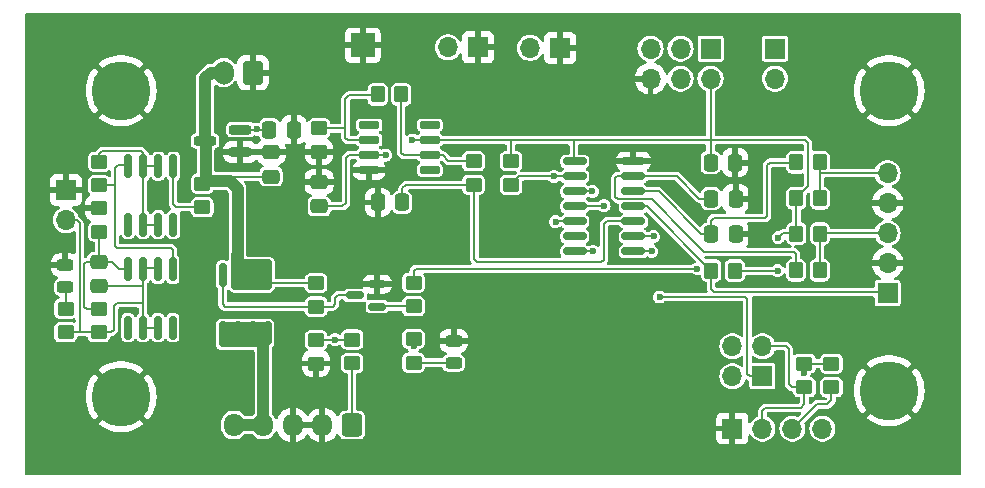
<source format=gbr>
%TF.GenerationSoftware,KiCad,Pcbnew,8.0.5*%
%TF.CreationDate,2024-11-08T11:42:38+01:00*%
%TF.ProjectId,SMD-Loetstation_v2,534d442d-4c6f-4657-9473-746174696f6e,rev?*%
%TF.SameCoordinates,Original*%
%TF.FileFunction,Copper,L1,Top*%
%TF.FilePolarity,Positive*%
%FSLAX46Y46*%
G04 Gerber Fmt 4.6, Leading zero omitted, Abs format (unit mm)*
G04 Created by KiCad (PCBNEW 8.0.5) date 2024-11-08 11:42:38*
%MOMM*%
%LPD*%
G01*
G04 APERTURE LIST*
G04 Aperture macros list*
%AMRoundRect*
0 Rectangle with rounded corners*
0 $1 Rounding radius*
0 $2 $3 $4 $5 $6 $7 $8 $9 X,Y pos of 4 corners*
0 Add a 4 corners polygon primitive as box body*
4,1,4,$2,$3,$4,$5,$6,$7,$8,$9,$2,$3,0*
0 Add four circle primitives for the rounded corners*
1,1,$1+$1,$2,$3*
1,1,$1+$1,$4,$5*
1,1,$1+$1,$6,$7*
1,1,$1+$1,$8,$9*
0 Add four rect primitives between the rounded corners*
20,1,$1+$1,$2,$3,$4,$5,0*
20,1,$1+$1,$4,$5,$6,$7,0*
20,1,$1+$1,$6,$7,$8,$9,0*
20,1,$1+$1,$8,$9,$2,$3,0*%
G04 Aperture macros list end*
%TA.AperFunction,SMDPad,CuDef*%
%ADD10RoundRect,0.250000X0.450000X-0.350000X0.450000X0.350000X-0.450000X0.350000X-0.450000X-0.350000X0*%
%TD*%
%TA.AperFunction,SMDPad,CuDef*%
%ADD11RoundRect,0.250000X0.337500X0.475000X-0.337500X0.475000X-0.337500X-0.475000X0.337500X-0.475000X0*%
%TD*%
%TA.AperFunction,SMDPad,CuDef*%
%ADD12RoundRect,0.250000X-0.350000X-0.450000X0.350000X-0.450000X0.350000X0.450000X-0.350000X0.450000X0*%
%TD*%
%TA.AperFunction,SMDPad,CuDef*%
%ADD13RoundRect,0.250000X-0.450000X0.350000X-0.450000X-0.350000X0.450000X-0.350000X0.450000X0.350000X0*%
%TD*%
%TA.AperFunction,ComponentPad*%
%ADD14C,5.000000*%
%TD*%
%TA.AperFunction,ComponentPad*%
%ADD15R,1.700000X1.700000*%
%TD*%
%TA.AperFunction,ComponentPad*%
%ADD16O,1.700000X1.700000*%
%TD*%
%TA.AperFunction,SMDPad,CuDef*%
%ADD17RoundRect,0.150000X0.587500X0.150000X-0.587500X0.150000X-0.587500X-0.150000X0.587500X-0.150000X0*%
%TD*%
%TA.AperFunction,SMDPad,CuDef*%
%ADD18RoundRect,0.200000X0.750000X0.200000X-0.750000X0.200000X-0.750000X-0.200000X0.750000X-0.200000X0*%
%TD*%
%TA.AperFunction,SMDPad,CuDef*%
%ADD19RoundRect,0.150000X-0.150000X0.825000X-0.150000X-0.825000X0.150000X-0.825000X0.150000X0.825000X0*%
%TD*%
%TA.AperFunction,ComponentPad*%
%ADD20RoundRect,0.250000X0.600000X0.750000X-0.600000X0.750000X-0.600000X-0.750000X0.600000X-0.750000X0*%
%TD*%
%TA.AperFunction,ComponentPad*%
%ADD21O,1.700000X2.000000*%
%TD*%
%TA.AperFunction,SMDPad,CuDef*%
%ADD22RoundRect,0.250000X0.475000X-0.337500X0.475000X0.337500X-0.475000X0.337500X-0.475000X-0.337500X0*%
%TD*%
%TA.AperFunction,SMDPad,CuDef*%
%ADD23RoundRect,0.150000X-0.725000X-0.150000X0.725000X-0.150000X0.725000X0.150000X-0.725000X0.150000X0*%
%TD*%
%TA.AperFunction,SMDPad,CuDef*%
%ADD24RoundRect,0.250000X-0.337500X-0.475000X0.337500X-0.475000X0.337500X0.475000X-0.337500X0.475000X0*%
%TD*%
%TA.AperFunction,SMDPad,CuDef*%
%ADD25RoundRect,0.250000X0.350000X0.450000X-0.350000X0.450000X-0.350000X-0.450000X0.350000X-0.450000X0*%
%TD*%
%TA.AperFunction,SMDPad,CuDef*%
%ADD26RoundRect,0.243750X-0.456250X0.243750X-0.456250X-0.243750X0.456250X-0.243750X0.456250X0.243750X0*%
%TD*%
%TA.AperFunction,SMDPad,CuDef*%
%ADD27R,2.000000X2.000000*%
%TD*%
%TA.AperFunction,SMDPad,CuDef*%
%ADD28RoundRect,0.150000X-0.825000X-0.150000X0.825000X-0.150000X0.825000X0.150000X-0.825000X0.150000X0*%
%TD*%
%TA.AperFunction,ComponentPad*%
%ADD29RoundRect,0.250000X0.600000X0.725000X-0.600000X0.725000X-0.600000X-0.725000X0.600000X-0.725000X0*%
%TD*%
%TA.AperFunction,ComponentPad*%
%ADD30O,1.700000X1.950000*%
%TD*%
%TA.AperFunction,ViaPad*%
%ADD31C,0.600000*%
%TD*%
%TA.AperFunction,Conductor*%
%ADD32C,1.000000*%
%TD*%
%TA.AperFunction,Conductor*%
%ADD33C,0.200000*%
%TD*%
%TA.AperFunction,Conductor*%
%ADD34C,0.500000*%
%TD*%
G04 APERTURE END LIST*
D10*
%TO.P,R12,1*%
%TO.N,Net-(J3-Pin_2)*%
X139217400Y-86664800D03*
%TO.P,R12,2*%
%TO.N,+5V*%
X139217400Y-84664800D03*
%TD*%
D11*
%TO.P,C3,1*%
%TO.N,Net-(U1-PA3)*%
X129997200Y-88170000D03*
%TO.P,C3,2*%
%TO.N,GND*%
X127922200Y-88170000D03*
%TD*%
D10*
%TO.P,R3,1*%
%TO.N,Net-(J6-Pin_1)*%
X125755400Y-101771200D03*
%TO.P,R3,2*%
%TO.N,Net-(U2-+)*%
X125755400Y-99771200D03*
%TD*%
D12*
%TO.P,R10,1*%
%TO.N,+5V*%
X163379400Y-87814400D03*
%TO.P,R10,2*%
%TO.N,Net-(J5-Pin_5)*%
X165379400Y-87814400D03*
%TD*%
D13*
%TO.P,R15,1*%
%TO.N,Net-(R15-Pad1)*%
X104343200Y-84718600D03*
%TO.P,R15,2*%
%TO.N,Net-(U4-ADJ)*%
X104343200Y-86718600D03*
%TD*%
D11*
%TO.P,C5,1*%
%TO.N,GND*%
X158226400Y-90849800D03*
%TO.P,C5,2*%
%TO.N,Net-(U1-PA1)*%
X156151400Y-90849800D03*
%TD*%
D14*
%TO.P,H1,1,1*%
%TO.N,GND*%
X106197400Y-78695800D03*
%TD*%
D13*
%TO.P,R17,1*%
%TO.N,GND*%
X104343200Y-88627200D03*
%TO.P,R17,2*%
%TO.N,Net-(U5-ADJ)*%
X104343200Y-90627200D03*
%TD*%
%TO.P,R18,1*%
%TO.N,Net-(R18-Pad1)*%
X136042400Y-84671400D03*
%TO.P,R18,2*%
%TO.N,Net-(U1-PA3)*%
X136042400Y-86671400D03*
%TD*%
D15*
%TO.P,J2,1,Pin_1*%
%TO.N,GND*%
X157962600Y-107308900D03*
D16*
%TO.P,J2,2,Pin_2*%
%TO.N,Net-(J2-Pin_2)*%
X160502600Y-107308900D03*
%TO.P,J2,3,Pin_3*%
%TO.N,Net-(J2-Pin_3)*%
X163042600Y-107308900D03*
%TO.P,J2,4,Pin_4*%
%TO.N,+5V*%
X165582600Y-107308900D03*
%TD*%
D13*
%TO.P,R4,1*%
%TO.N,+12V*%
X122707400Y-94980200D03*
%TO.P,R4,2*%
%TO.N,Net-(Q1-G)*%
X122707400Y-96980200D03*
%TD*%
D10*
%TO.P,R21,1*%
%TO.N,Net-(U4-VI)*%
X113080800Y-88579200D03*
%TO.P,R21,2*%
%TO.N,+12V*%
X113080800Y-86579200D03*
%TD*%
%TO.P,R5,1*%
%TO.N,Net-(Q2-G)*%
X130962400Y-96970600D03*
%TO.P,R5,2*%
%TO.N,Net-(J8-Pin_2)*%
X130962400Y-94970600D03*
%TD*%
D17*
%TO.P,Q2,1,G*%
%TO.N,Net-(Q2-G)*%
X127884400Y-96977200D03*
%TO.P,Q2,2,S*%
%TO.N,GND*%
X127884400Y-95077200D03*
%TO.P,Q2,3,D*%
%TO.N,Net-(Q1-G)*%
X126009400Y-96027200D03*
%TD*%
D10*
%TO.P,R19,1*%
%TO.N,GND*%
X122707400Y-101803200D03*
%TO.P,R19,2*%
%TO.N,Net-(U2-+)*%
X122707400Y-99803200D03*
%TD*%
D15*
%TO.P,J8,1,Pin_1*%
%TO.N,Net-(J7-MISO)*%
X161569400Y-75139800D03*
D16*
%TO.P,J8,2,Pin_2*%
%TO.N,Net-(J8-Pin_2)*%
X161569400Y-77679800D03*
%TD*%
D15*
%TO.P,J4,1,Pin_1*%
%TO.N,GND*%
X143383000Y-75082400D03*
D16*
%TO.P,J4,2,Pin_2*%
%TO.N,Net-(J4-Pin_2)*%
X140843000Y-75082400D03*
%TD*%
D14*
%TO.P,H3,1,1*%
%TO.N,GND*%
X106197400Y-104603800D03*
%TD*%
D15*
%TO.P,J7,1,MISO*%
%TO.N,Net-(J7-MISO)*%
X156108400Y-75139800D03*
D16*
%TO.P,J7,2,VCC*%
%TO.N,+5V*%
X156108400Y-77679800D03*
%TO.P,J7,3,SCK*%
%TO.N,Net-(J7-SCK)*%
X153568400Y-75139800D03*
%TO.P,J7,4,MOSI*%
%TO.N,Net-(J7-MOSI)*%
X153568400Y-77679800D03*
%TO.P,J7,5,~{RST}*%
%TO.N,Net-(J7-~{RST})*%
X151028400Y-75139800D03*
%TO.P,J7,6,GND*%
%TO.N,GND*%
X151028400Y-77679800D03*
%TD*%
D18*
%TO.P,U6,1,GND*%
%TO.N,GND*%
X116306600Y-83897800D03*
%TO.P,U6,2,VO*%
%TO.N,+5V*%
X116306600Y-81997800D03*
%TO.P,U6,3,VI*%
%TO.N,+12V*%
X113306600Y-82947800D03*
%TD*%
D19*
%TO.P,U5,1,VI*%
%TO.N,Net-(U4-ADJ)*%
X110591600Y-93827600D03*
%TO.P,U5,2,VO*%
%TO.N,Net-(J10-Pin_2)*%
X109321600Y-93827600D03*
%TO.P,U5,3,VO*%
X108051600Y-93827600D03*
%TO.P,U5,4,ADJ*%
%TO.N,Net-(U5-ADJ)*%
X106781600Y-93827600D03*
%TO.P,U5,5,NC*%
%TO.N,unconnected-(U5-NC-Pad5)*%
X106781600Y-98777600D03*
%TO.P,U5,6,VO*%
%TO.N,Net-(J10-Pin_2)*%
X108051600Y-98777600D03*
%TO.P,U5,7,VO*%
X109321600Y-98777600D03*
%TO.P,U5,8,NC*%
%TO.N,unconnected-(U5-NC-Pad8)*%
X110591600Y-98777600D03*
%TD*%
D20*
%TO.P,J1,1,Pin_1*%
%TO.N,GND*%
X117373400Y-77171800D03*
D21*
%TO.P,J1,2,Pin_2*%
%TO.N,+12V*%
X114873400Y-77171800D03*
%TD*%
D22*
%TO.P,C1,1*%
%TO.N,Net-(U2-+)*%
X122961400Y-88496300D03*
%TO.P,C1,2*%
%TO.N,GND*%
X122961400Y-86421300D03*
%TD*%
D23*
%TO.P,U2,1,NC*%
%TO.N,unconnected-(U2-NC-Pad1)*%
X127203200Y-81616800D03*
%TO.P,U2,2,-*%
%TO.N,Net-(U2--)*%
X127203200Y-82886800D03*
%TO.P,U2,3,+*%
%TO.N,Net-(U2-+)*%
X127203200Y-84156800D03*
%TO.P,U2,4,V-*%
%TO.N,GND*%
X127203200Y-85426800D03*
%TO.P,U2,5,NC*%
%TO.N,unconnected-(U2-NC-Pad5)*%
X132353200Y-85426800D03*
%TO.P,U2,6*%
%TO.N,Net-(R18-Pad1)*%
X132353200Y-84156800D03*
%TO.P,U2,7,V+*%
%TO.N,+5V*%
X132353200Y-82886800D03*
%TO.P,U2,8,NC*%
%TO.N,unconnected-(U2-NC-Pad8)*%
X132353200Y-81616800D03*
%TD*%
D14*
%TO.P,H2,1,1*%
%TO.N,GND*%
X171221400Y-104095800D03*
%TD*%
D24*
%TO.P,C4,1*%
%TO.N,Net-(U1-AREF{slash}PA0)*%
X156151400Y-87839800D03*
%TO.P,C4,2*%
%TO.N,GND*%
X158226400Y-87839800D03*
%TD*%
D25*
%TO.P,R8,1*%
%TO.N,Net-(J5-Pin_3)*%
X165379400Y-90811600D03*
%TO.P,R8,2*%
%TO.N,+5V*%
X163379400Y-90811600D03*
%TD*%
D19*
%TO.P,Q1,1,S*%
%TO.N,+12V*%
X118600000Y-94298400D03*
%TO.P,Q1,2,S*%
X117330000Y-94298400D03*
%TO.P,Q1,3,S*%
X116060000Y-94298400D03*
%TO.P,Q1,4,G*%
%TO.N,Net-(Q1-G)*%
X114790000Y-94298400D03*
%TO.P,Q1,5,D*%
%TO.N,Net-(J6-Pin_4)*%
X114790000Y-99248400D03*
%TO.P,Q1,6,D*%
X116060000Y-99248400D03*
%TO.P,Q1,7,D*%
X117330000Y-99248400D03*
%TO.P,Q1,8,D*%
X118600000Y-99248400D03*
%TD*%
D15*
%TO.P,J10,1,Pin_1*%
%TO.N,GND*%
X101523800Y-87117000D03*
D16*
%TO.P,J10,2,Pin_2*%
%TO.N,Net-(J10-Pin_2)*%
X101523800Y-89657000D03*
%TD*%
D25*
%TO.P,R9,1*%
%TO.N,Net-(J5-Pin_3)*%
X165347400Y-93910400D03*
%TO.P,R9,2*%
%TO.N,Net-(U1-AREF{slash}PA0)*%
X163347400Y-93910400D03*
%TD*%
D10*
%TO.P,R14,1*%
%TO.N,Net-(D1-A)*%
X130962400Y-101720400D03*
%TO.P,R14,2*%
%TO.N,Net-(U1-PB2)*%
X130962400Y-99720400D03*
%TD*%
D13*
%TO.P,R20,1*%
%TO.N,Net-(D2-A)*%
X101498400Y-97161600D03*
%TO.P,R20,2*%
%TO.N,Net-(J10-Pin_2)*%
X101498400Y-99161600D03*
%TD*%
D10*
%TO.P,R7,1*%
%TO.N,Net-(J2-Pin_2)*%
X164058600Y-103809800D03*
%TO.P,R7,2*%
%TO.N,+5V*%
X164058600Y-101809800D03*
%TD*%
D24*
%TO.P,C7,1*%
%TO.N,+5V*%
X118752800Y-81997800D03*
%TO.P,C7,2*%
%TO.N,GND*%
X120827800Y-81997800D03*
%TD*%
D12*
%TO.P,R2,1*%
%TO.N,Net-(U2--)*%
X127930400Y-79026000D03*
%TO.P,R2,2*%
%TO.N,Net-(R18-Pad1)*%
X129930400Y-79026000D03*
%TD*%
D10*
%TO.P,R1,1*%
%TO.N,GND*%
X122961400Y-83870800D03*
%TO.P,R1,2*%
%TO.N,Net-(U2--)*%
X122961400Y-81870800D03*
%TD*%
D26*
%TO.P,D1,1,K*%
%TO.N,GND*%
X134366000Y-99872800D03*
%TO.P,D1,2,A*%
%TO.N,Net-(D1-A)*%
X134366000Y-101747800D03*
%TD*%
D13*
%TO.P,R16,1*%
%TO.N,Net-(U5-ADJ)*%
X104317800Y-97161600D03*
%TO.P,R16,2*%
%TO.N,Net-(J10-Pin_2)*%
X104317800Y-99161600D03*
%TD*%
D25*
%TO.P,R11,1*%
%TO.N,Net-(J5-Pin_5)*%
X165372800Y-84766400D03*
%TO.P,R11,2*%
%TO.N,Net-(U1-PA1)*%
X163372800Y-84766400D03*
%TD*%
D22*
%TO.P,C8,1*%
%TO.N,Net-(J10-Pin_2)*%
X104317800Y-95274200D03*
%TO.P,C8,2*%
%TO.N,Net-(U5-ADJ)*%
X104317800Y-93199200D03*
%TD*%
D26*
%TO.P,D2,1,K*%
%TO.N,GND*%
X101473000Y-93474300D03*
%TO.P,D2,2,A*%
%TO.N,Net-(D2-A)*%
X101473000Y-95349300D03*
%TD*%
D22*
%TO.P,C6,1*%
%TO.N,+12V*%
X118897400Y-85977800D03*
%TO.P,C6,2*%
%TO.N,GND*%
X118897400Y-83902800D03*
%TD*%
D27*
%TO.P,GND,1,1*%
%TO.N,GND*%
X126669800Y-74860400D03*
%TD*%
D15*
%TO.P,J3,1,Pin_1*%
%TO.N,GND*%
X136423400Y-75031600D03*
D16*
%TO.P,J3,2,Pin_2*%
%TO.N,Net-(J3-Pin_2)*%
X133883400Y-75031600D03*
%TD*%
D19*
%TO.P,U4,1,VI*%
%TO.N,Net-(U4-VI)*%
X110617000Y-85090000D03*
%TO.P,U4,2,VO*%
%TO.N,Net-(R15-Pad1)*%
X109347000Y-85090000D03*
%TO.P,U4,3,VO*%
X108077000Y-85090000D03*
%TO.P,U4,4,ADJ*%
%TO.N,Net-(U4-ADJ)*%
X106807000Y-85090000D03*
%TO.P,U4,5,NC*%
%TO.N,unconnected-(U4-NC-Pad5)*%
X106807000Y-90040000D03*
%TO.P,U4,6,VO*%
%TO.N,Net-(R15-Pad1)*%
X108077000Y-90040000D03*
%TO.P,U4,7,VO*%
X109347000Y-90040000D03*
%TO.P,U4,8,NC*%
%TO.N,unconnected-(U4-NC-Pad8)*%
X110617000Y-90040000D03*
%TD*%
D28*
%TO.P,U1,1,VCC*%
%TO.N,+5V*%
X144627600Y-84683600D03*
%TO.P,U1,2,XTAL1/PB0*%
%TO.N,Net-(J3-Pin_2)*%
X144627600Y-85953600D03*
%TO.P,U1,3,XTAL2/PB1*%
%TO.N,Net-(J4-Pin_2)*%
X144627600Y-87223600D03*
%TO.P,U1,4,~{RESET}/PB3*%
%TO.N,Net-(J7-~{RST})*%
X144627600Y-88493600D03*
%TO.P,U1,5,PB2*%
%TO.N,Net-(U1-PB2)*%
X144627600Y-89763600D03*
%TO.P,U1,6,PA7*%
%TO.N,unconnected-(U1-PA7-Pad6)*%
X144627600Y-91033600D03*
%TO.P,U1,7,PA6*%
%TO.N,Net-(J7-MOSI)*%
X144627600Y-92303600D03*
%TO.P,U1,8,PA5*%
%TO.N,Net-(J7-MISO)*%
X149577600Y-92303600D03*
%TO.P,U1,9,PA4*%
%TO.N,Net-(J7-SCK)*%
X149577600Y-91033600D03*
%TO.P,U1,10,PA3*%
%TO.N,Net-(U1-PA3)*%
X149577600Y-89763600D03*
%TO.P,U1,11,PA2*%
%TO.N,Net-(J5-Pin_1)*%
X149577600Y-88493600D03*
%TO.P,U1,12,PA1*%
%TO.N,Net-(U1-PA1)*%
X149577600Y-87223600D03*
%TO.P,U1,13,AREF/PA0*%
%TO.N,Net-(U1-AREF{slash}PA0)*%
X149577600Y-85953600D03*
%TO.P,U1,14,GND*%
%TO.N,GND*%
X149577600Y-84683600D03*
%TD*%
D15*
%TO.P,J5,1,Pin_1*%
%TO.N,Net-(J5-Pin_1)*%
X171094400Y-95840800D03*
D16*
%TO.P,J5,2,Pin_2*%
%TO.N,GND*%
X171094400Y-93300800D03*
%TO.P,J5,3,Pin_3*%
%TO.N,Net-(J5-Pin_3)*%
X171094400Y-90760800D03*
%TO.P,J5,4,Pin_4*%
%TO.N,GND*%
X171094400Y-88220800D03*
%TO.P,J5,5,Pin_5*%
%TO.N,Net-(J5-Pin_5)*%
X171094400Y-85680800D03*
%TD*%
D10*
%TO.P,R6,1*%
%TO.N,Net-(J2-Pin_3)*%
X166344600Y-103809800D03*
%TO.P,R6,2*%
%TO.N,+5V*%
X166344600Y-101809800D03*
%TD*%
D14*
%TO.P,H4,1,1*%
%TO.N,GND*%
X171221400Y-78695800D03*
%TD*%
D12*
%TO.P,R13,1*%
%TO.N,Net-(J5-Pin_1)*%
X156167400Y-93935800D03*
%TO.P,R13,2*%
%TO.N,+5V*%
X158167400Y-93935800D03*
%TD*%
D29*
%TO.P,J6,1,Pin_1*%
%TO.N,Net-(J6-Pin_1)*%
X125740800Y-107010200D03*
D30*
%TO.P,J6,2,Pin_2*%
%TO.N,GND*%
X123240800Y-107010200D03*
%TO.P,J6,3,Pin_3*%
X120740800Y-107010200D03*
%TO.P,J6,4,Pin_4*%
%TO.N,Net-(J6-Pin_4)*%
X118240800Y-107010200D03*
%TO.P,J6,5,Pin_5*%
X115740800Y-107010200D03*
%TD*%
D24*
%TO.P,C2,1*%
%TO.N,+5V*%
X156108400Y-84791800D03*
%TO.P,C2,2*%
%TO.N,GND*%
X158183400Y-84791800D03*
%TD*%
D15*
%TO.P,J9,1,Pin_1*%
%TO.N,Net-(J7-SCK)*%
X160502600Y-102876600D03*
D16*
%TO.P,J9,2,Pin_2*%
%TO.N,Net-(J7-MOSI)*%
X157962600Y-102876600D03*
%TO.P,J9,3,Pin_3*%
%TO.N,Net-(J2-Pin_2)*%
X160502600Y-100336600D03*
%TO.P,J9,4,Pin_4*%
%TO.N,Net-(J2-Pin_3)*%
X157962600Y-100336600D03*
%TD*%
D31*
%TO.N,GND*%
X161823400Y-86239600D03*
X152755600Y-86868000D03*
X109321600Y-87477600D03*
X159842200Y-86265000D03*
X152857200Y-92354400D03*
X141681200Y-84175600D03*
X158826200Y-77629000D03*
%TO.N,Net-(U2-+)*%
X124307600Y-99771200D03*
X128600200Y-84156800D03*
%TO.N,+5V*%
X161836100Y-91154500D03*
X161798000Y-93935800D03*
X117678200Y-81972400D03*
X164058600Y-102565200D03*
X130860800Y-82886800D03*
%TO.N,Net-(J3-Pin_2)*%
X142849600Y-85953600D03*
%TO.N,Net-(J4-Pin_2)*%
X146100800Y-87223600D03*
%TO.N,Net-(J8-Pin_2)*%
X154990800Y-93776800D03*
%TO.N,Net-(J7-MISO)*%
X151130000Y-92303600D03*
%TO.N,Net-(J7-~{RST})*%
X147091400Y-88442800D03*
%TO.N,Net-(U1-PB2)*%
X130962400Y-100330000D03*
X143002000Y-89804800D03*
%TO.N,Net-(J7-MOSI)*%
X146151600Y-92303600D03*
%TO.N,Net-(J7-SCK)*%
X151282400Y-91033600D03*
X151790400Y-96164400D03*
%TD*%
D32*
%TO.N,GND*%
X120740800Y-107347000D02*
X120753800Y-107360000D01*
D33*
%TO.N,Net-(U2-+)*%
X124275600Y-99803200D02*
X124307600Y-99771200D01*
X124946500Y-88496300D02*
X122961400Y-88496300D01*
X122707400Y-99803200D02*
X124275600Y-99803200D01*
X125222000Y-88220800D02*
X124946500Y-88496300D01*
X125222000Y-84410800D02*
X125222000Y-88220800D01*
X124307600Y-99771200D02*
X125755400Y-99771200D01*
X125476000Y-84156800D02*
X125222000Y-84410800D01*
X128600200Y-84156800D02*
X125476000Y-84156800D01*
%TO.N,+5V*%
X164388800Y-83166200D02*
X164134800Y-82912200D01*
X143988700Y-82890700D02*
X156108400Y-82890700D01*
X116306600Y-81997800D02*
X117652800Y-81997800D01*
X158192000Y-93960400D02*
X161773400Y-93960400D01*
X132870600Y-82886800D02*
X132874500Y-82890700D01*
X139217400Y-82916100D02*
X139192000Y-82890700D01*
X162204400Y-90786200D02*
X163379400Y-90786200D01*
X130860800Y-82886800D02*
X132870600Y-82886800D01*
X158167400Y-93935800D02*
X158192000Y-93960400D01*
X161836100Y-91154500D02*
X162204400Y-90786200D01*
X161773400Y-93960400D02*
X161798000Y-93935800D01*
X139192000Y-82890700D02*
X143988700Y-82890700D01*
X156108400Y-77679800D02*
X156108400Y-78831500D01*
X117678200Y-81972400D02*
X117703600Y-81997800D01*
X144526000Y-82890700D02*
X143988700Y-82890700D01*
X156108400Y-84791800D02*
X156108400Y-82890700D01*
X117652800Y-81997800D02*
X117678200Y-81972400D01*
X166344600Y-101809800D02*
X164058600Y-101809800D01*
X163379400Y-90786200D02*
X163379400Y-87814400D01*
X163379400Y-87814400D02*
X164388800Y-86805000D01*
X164388800Y-86805000D02*
X164388800Y-83166200D01*
X164058600Y-102565200D02*
X164058600Y-101809800D01*
X117703600Y-81997800D02*
X118752800Y-81997800D01*
X156108400Y-78831500D02*
X156108400Y-82890700D01*
X144526000Y-84664800D02*
X144526000Y-82890700D01*
X164113300Y-82890700D02*
X164261800Y-83039200D01*
X139217400Y-84664800D02*
X139217400Y-82916100D01*
X156108400Y-82890700D02*
X164113300Y-82890700D01*
X158167400Y-93935800D02*
X158672800Y-94441200D01*
X132874500Y-82890700D02*
X139192000Y-82890700D01*
%TO.N,Net-(U1-PA3)*%
X147066000Y-90017600D02*
X147320000Y-89763600D01*
X130018700Y-88148500D02*
X130018700Y-86954700D01*
X136118600Y-92989400D02*
X136347200Y-93218000D01*
X147320000Y-89763600D02*
X149577600Y-89763600D01*
X147066000Y-93014800D02*
X147066000Y-90017600D01*
X146862800Y-93218000D02*
X147066000Y-93014800D01*
X136347200Y-93218000D02*
X146862800Y-93218000D01*
X130297600Y-86675800D02*
X136118600Y-86675800D01*
X136118600Y-86675800D02*
X136118600Y-92989400D01*
X130018700Y-86954700D02*
X130297600Y-86675800D01*
D32*
%TO.N,+12V*%
X113306600Y-77650600D02*
X113306600Y-80619600D01*
D33*
X118600000Y-94980200D02*
X122707400Y-94980200D01*
D34*
X118672500Y-95038400D02*
X116827500Y-95038400D01*
X115810000Y-94838400D02*
X118350000Y-94838400D01*
D32*
X113350000Y-86310000D02*
X113350000Y-82991200D01*
X113080800Y-86579200D02*
X113300000Y-86360000D01*
D34*
X116080000Y-93578400D02*
X116060000Y-93598400D01*
D33*
X113080800Y-86579200D02*
X113551600Y-87050000D01*
D34*
X118671250Y-93248400D02*
X116088750Y-93248400D01*
D32*
X113785400Y-77171800D02*
X113306600Y-77650600D01*
D33*
X118600000Y-94298400D02*
X118600000Y-94980200D01*
D34*
X115940000Y-94008400D02*
X118480000Y-94008400D01*
X115800000Y-95288400D02*
X115800000Y-92498400D01*
X115810000Y-94528400D02*
X118350000Y-94528400D01*
D32*
X116060000Y-87002400D02*
X116060000Y-94810000D01*
X113080800Y-86579200D02*
X113350000Y-86310000D01*
D33*
X122339400Y-94948200D02*
X122707400Y-94580200D01*
D34*
X118662500Y-93578400D02*
X116080000Y-93578400D01*
X118710000Y-93248400D02*
X118710000Y-95228400D01*
X115790000Y-95298400D02*
X118710000Y-95298400D01*
D32*
X114873400Y-77171800D02*
X113785400Y-77171800D01*
D34*
X118600000Y-94298400D02*
X117870000Y-95028400D01*
D32*
X115417600Y-86360000D02*
X116060000Y-87002400D01*
D34*
X118710000Y-95228400D02*
X118640000Y-95298400D01*
X115790000Y-95298400D02*
X115800000Y-95288400D01*
X115790000Y-95038400D02*
X118330000Y-95038400D01*
D32*
X113306600Y-80619600D02*
X113306600Y-82947800D01*
D33*
X118897400Y-85977800D02*
X113682200Y-85977800D01*
D34*
X116060000Y-94298400D02*
X118600000Y-94298400D01*
D33*
X113682200Y-85977800D02*
X113080800Y-86579200D01*
D32*
X113350000Y-82991200D02*
X113306600Y-82947800D01*
D34*
X117870000Y-95028400D02*
X116025000Y-95028400D01*
D32*
X113300000Y-86360000D02*
X115417600Y-86360000D01*
D33*
%TO.N,Net-(J2-Pin_2)*%
X160502600Y-107308900D02*
X160502600Y-105797600D01*
X162509200Y-100336600D02*
X160502600Y-100336600D01*
X160502600Y-105797600D02*
X160756600Y-105543600D01*
X163728400Y-105543600D02*
X164058600Y-105213400D01*
X160629600Y-107181900D02*
X160502600Y-107308900D01*
X163036000Y-103809800D02*
X162763200Y-103537000D01*
X160756600Y-105543600D02*
X163728400Y-105543600D01*
X162763200Y-103537000D02*
X162763200Y-100590600D01*
X164058600Y-105213400D02*
X164058600Y-103809800D01*
X164058600Y-103809800D02*
X163036000Y-103809800D01*
X162763200Y-100590600D02*
X162509200Y-100336600D01*
%TO.N,Net-(J2-Pin_3)*%
X166344600Y-104934000D02*
X166007515Y-105271085D01*
X166007515Y-105271085D02*
X165080415Y-105271085D01*
X166344600Y-103809800D02*
X166344600Y-104934000D01*
X165080415Y-105271085D02*
X163042600Y-107308900D01*
%TO.N,Net-(J3-Pin_2)*%
X142849600Y-85953600D02*
X139928600Y-85953600D01*
X139928600Y-85953600D02*
X139217400Y-86664800D01*
X142849600Y-85953600D02*
X144627600Y-85953600D01*
%TO.N,Net-(J4-Pin_2)*%
X146050000Y-87223600D02*
X144627600Y-87223600D01*
%TO.N,Net-(J5-Pin_1)*%
X150725200Y-88493600D02*
X156167400Y-93935800D01*
X156167400Y-95493400D02*
X156167400Y-93935800D01*
X149577600Y-88493600D02*
X150725200Y-88493600D01*
X171094400Y-95840800D02*
X171018200Y-95764600D01*
X156438600Y-95764600D02*
X156167400Y-95493400D01*
X171018200Y-95764600D02*
X156438600Y-95764600D01*
%TO.N,Net-(J5-Pin_3)*%
X171094400Y-90786200D02*
X165658800Y-90786200D01*
X165658800Y-90786200D02*
X165347400Y-91097600D01*
X165347400Y-91097600D02*
X165347400Y-93910400D01*
%TO.N,Net-(J5-Pin_5)*%
X165372800Y-84766400D02*
X165372800Y-85064600D01*
X165379400Y-84766400D02*
X165379400Y-85604600D01*
X165379400Y-84741000D02*
X165379400Y-87712800D01*
X165379400Y-85706200D02*
X165404800Y-85680800D01*
X165404800Y-85680800D02*
X171094400Y-85680800D01*
D32*
%TO.N,Net-(J6-Pin_4)*%
X118250000Y-100368400D02*
X118250000Y-107001000D01*
D34*
X114790000Y-99248400D02*
X114810000Y-99268400D01*
D32*
X118240800Y-107010200D02*
X115740800Y-107010200D01*
D34*
X117945000Y-99648400D02*
X114895000Y-99648400D01*
X114790000Y-99958400D02*
X114790000Y-99248400D01*
X118230000Y-100348400D02*
X117840000Y-99958400D01*
X114810000Y-99268400D02*
X118630000Y-99268400D01*
D32*
X118230000Y-100348400D02*
X118250000Y-100368400D01*
D34*
X117840000Y-99958400D02*
X114790000Y-99958400D01*
X117965000Y-98868400D02*
X114915000Y-98868400D01*
X118665000Y-98518400D02*
X115615000Y-98518400D01*
D32*
X118230000Y-107336200D02*
X118240800Y-107325400D01*
X118230000Y-99668400D02*
X118230000Y-100348400D01*
D34*
X118395000Y-98868400D02*
X115345000Y-98868400D01*
X117790000Y-100168400D02*
X114740000Y-100168400D01*
X117825000Y-98518400D02*
X114775000Y-98518400D01*
D32*
X118250000Y-107001000D02*
X118240800Y-107010200D01*
D33*
%TO.N,Net-(J6-Pin_1)*%
X125755400Y-101771200D02*
X125740800Y-101785800D01*
X125787400Y-101803200D02*
X125755400Y-101771200D01*
X125740800Y-102297400D02*
X125740800Y-107347000D01*
%TO.N,Net-(J8-Pin_2)*%
X131165600Y-93776800D02*
X130962400Y-93980000D01*
X154940000Y-93878400D02*
X154940000Y-93776800D01*
X154940000Y-93776800D02*
X131165600Y-93776800D01*
X130962400Y-93980000D02*
X130962400Y-94970600D01*
%TO.N,Net-(J7-MISO)*%
X151130000Y-92303600D02*
X149577600Y-92303600D01*
%TO.N,Net-(Q1-G)*%
X126009400Y-96027200D02*
X124546400Y-96027200D01*
X114790000Y-96798400D02*
X114971800Y-96980200D01*
X124333000Y-96777000D02*
X124129800Y-96980200D01*
X124333000Y-96240600D02*
X124333000Y-96777000D01*
X124129800Y-96980200D02*
X122707400Y-96980200D01*
X114790000Y-94298400D02*
X114790000Y-96798400D01*
X114971800Y-96980200D02*
X122707400Y-96980200D01*
X124546400Y-96027200D02*
X124333000Y-96240600D01*
%TO.N,Net-(Q2-G)*%
X130962400Y-96970600D02*
X127962200Y-96970600D01*
X130416000Y-96545400D02*
X130962400Y-97091800D01*
X127962200Y-96970600D02*
X127884400Y-97048400D01*
%TO.N,Net-(U2--)*%
X122961400Y-81870800D02*
X122986800Y-81896200D01*
X125526800Y-79076800D02*
X127879600Y-79076800D01*
X125196600Y-82683600D02*
X125399800Y-82886800D01*
X125196600Y-81896200D02*
X125196600Y-79407000D01*
X125196600Y-79407000D02*
X125526800Y-79076800D01*
X127879600Y-79076800D02*
X127930400Y-79026000D01*
X125399800Y-82886800D02*
X127203200Y-82886800D01*
X122986800Y-81896200D02*
X125196600Y-81896200D01*
X125196600Y-81896200D02*
X125196600Y-82683600D01*
%TO.N,Net-(R18-Pad1)*%
X136042400Y-84671400D02*
X136003800Y-84632800D01*
X133908800Y-84632800D02*
X133432800Y-84156800D01*
X130124200Y-84156800D02*
X129930400Y-83963000D01*
X132353200Y-84156800D02*
X130124200Y-84156800D01*
X133432800Y-84156800D02*
X132353200Y-84156800D01*
X129930400Y-83963000D02*
X129930400Y-79026000D01*
X136003800Y-84632800D02*
X133908800Y-84632800D01*
%TO.N,Net-(J7-~{RST})*%
X144627600Y-88493600D02*
X147040600Y-88493600D01*
X147040600Y-88493600D02*
X147091400Y-88442800D01*
%TO.N,Net-(U1-AREF{slash}PA0)*%
X151139600Y-87893600D02*
X154060400Y-90814400D01*
X163347400Y-92538800D02*
X163144200Y-92335600D01*
X153282400Y-85953600D02*
X149577600Y-85953600D01*
X151069600Y-87893600D02*
X151139600Y-87893600D01*
X155549600Y-92335600D02*
X154060400Y-90846400D01*
X148031200Y-87680800D02*
X148244000Y-87893600D01*
X154060400Y-90846400D02*
X153974800Y-90760800D01*
X163347400Y-93910400D02*
X163347400Y-92538800D01*
X148183600Y-85953600D02*
X148031200Y-86106000D01*
X154060400Y-90814400D02*
X154060400Y-90846400D01*
X155168600Y-87839800D02*
X153282400Y-85953600D01*
X163144200Y-92335600D02*
X155549600Y-92335600D01*
X148031200Y-86106000D02*
X148031200Y-87680800D01*
X156151400Y-87839800D02*
X155168600Y-87839800D01*
X149577600Y-85953600D02*
X148183600Y-85953600D01*
X148244000Y-87893600D02*
X151069600Y-87893600D01*
%TO.N,Net-(U1-PA1)*%
X160756600Y-89465400D02*
X156387800Y-89465400D01*
X156151400Y-89701800D02*
X156151400Y-90849800D01*
X151707600Y-87223600D02*
X149577600Y-87223600D01*
X160909000Y-84995000D02*
X160909000Y-89313000D01*
X156151400Y-90849800D02*
X155333800Y-90849800D01*
X161112200Y-84791800D02*
X160909000Y-84995000D01*
X156387800Y-89465400D02*
X156151400Y-89701800D01*
X155333800Y-90849800D02*
X151707600Y-87223600D01*
X163379400Y-84791800D02*
X161112200Y-84791800D01*
X160909000Y-89313000D02*
X160756600Y-89465400D01*
%TO.N,Net-(U1-PB2)*%
X130835400Y-100301800D02*
X130934200Y-100301800D01*
X143043200Y-89763600D02*
X144627600Y-89763600D01*
X143002000Y-89804800D02*
X143043200Y-89763600D01*
X130934200Y-100301800D02*
X130962400Y-100330000D01*
%TO.N,Net-(D1-A)*%
X130962400Y-101720400D02*
X134283200Y-101720400D01*
X134283200Y-101720400D02*
X134366000Y-101803200D01*
%TO.N,Net-(J7-MOSI)*%
X144627600Y-92303600D02*
X146151600Y-92303600D01*
%TO.N,Net-(J7-SCK)*%
X151790600Y-96164600D02*
X159055000Y-96164600D01*
X151282400Y-91033600D02*
X149577600Y-91033600D01*
X151790400Y-96164400D02*
X151790600Y-96164600D01*
X159232600Y-96342200D02*
X159232600Y-102698800D01*
X159232600Y-102698800D02*
X159410400Y-102876600D01*
X159055000Y-96164600D02*
X159232600Y-96342200D01*
X159410400Y-102876600D02*
X160502600Y-102876600D01*
%TO.N,Net-(U5-ADJ)*%
X103269800Y-93199200D02*
X103098600Y-93370400D01*
X106048000Y-93830600D02*
X105416600Y-93199200D01*
X103098600Y-93370400D02*
X103098600Y-96977200D01*
X103283000Y-97161600D02*
X104317800Y-97161600D01*
X104317800Y-93199200D02*
X103269800Y-93199200D01*
X104343200Y-90627200D02*
X104343200Y-93173800D01*
X104343200Y-93173800D02*
X104317800Y-93199200D01*
X105416600Y-93199200D02*
X104317800Y-93199200D01*
X106832400Y-93830600D02*
X106048000Y-93830600D01*
X103098600Y-96977200D02*
X103283000Y-97161600D01*
%TO.N,Net-(R15-Pad1)*%
X108077000Y-83997800D02*
X108077000Y-85090000D01*
X108077000Y-85090000D02*
X109347000Y-85090000D01*
X108077000Y-90040000D02*
X109347000Y-90040000D01*
X108077000Y-85090000D02*
X108077000Y-90040000D01*
X104551400Y-83815000D02*
X107894200Y-83815000D01*
X107894200Y-83815000D02*
X108077000Y-83997800D01*
X104343200Y-84023200D02*
X104551400Y-83815000D01*
X104343200Y-84718600D02*
X104343200Y-84023200D01*
%TO.N,Net-(J10-Pin_2)*%
X109321600Y-98041000D02*
X109321600Y-98831400D01*
X108051600Y-93827600D02*
X108051600Y-95275400D01*
X102692200Y-99110800D02*
X102641400Y-99161600D01*
X108051600Y-95275400D02*
X108050400Y-95274200D01*
X104317800Y-99161600D02*
X101498400Y-99161600D01*
X108181600Y-93751400D02*
X108102400Y-93830600D01*
X108051600Y-95275400D02*
X108051600Y-96697800D01*
X102692200Y-89916000D02*
X102692200Y-99110800D01*
X109321600Y-98777600D02*
X108051600Y-98777600D01*
X105816400Y-96697800D02*
X108051600Y-96697800D01*
X105613200Y-98933000D02*
X105613200Y-96901000D01*
X101523800Y-89657000D02*
X102433200Y-89657000D01*
X102641400Y-99161600D02*
X101498400Y-99161600D01*
X108051600Y-98221800D02*
X108051600Y-98041000D01*
X108051600Y-96697800D02*
X108051600Y-98777600D01*
X108102400Y-98780600D02*
X108077000Y-98755200D01*
X104317800Y-99161600D02*
X105384600Y-99161600D01*
X108050400Y-95274200D02*
X104317800Y-95274200D01*
X109347000Y-93751400D02*
X108181600Y-93751400D01*
X105384600Y-99161600D02*
X105613200Y-98933000D01*
X102433200Y-89657000D02*
X102692200Y-89916000D01*
X105613200Y-96901000D02*
X105816400Y-96697800D01*
%TO.N,Net-(D2-A)*%
X101498400Y-97161600D02*
X101498400Y-95374700D01*
X101498400Y-95374700D02*
X101473000Y-95349300D01*
%TO.N,Net-(U4-ADJ)*%
X110617000Y-92935600D02*
X110617000Y-92202000D01*
X106730800Y-85013800D02*
X105918000Y-85013800D01*
X105892600Y-92024200D02*
X105689400Y-91821000D01*
X105689400Y-91821000D02*
X105689400Y-86614000D01*
X105689400Y-85242400D02*
X105689400Y-86614000D01*
X105689400Y-86614000D02*
X105584800Y-86718600D01*
X110439200Y-92024200D02*
X105892600Y-92024200D01*
X105918000Y-85013800D02*
X105689400Y-85242400D01*
X110617000Y-92202000D02*
X110439200Y-92024200D01*
X105584800Y-86718600D02*
X104343200Y-86718600D01*
X106807000Y-85090000D02*
X106730800Y-85013800D01*
%TO.N,Net-(U4-VI)*%
X110880400Y-88579200D02*
X113080800Y-88579200D01*
X110617000Y-85090000D02*
X110617000Y-88315800D01*
X110617000Y-88315800D02*
X110880400Y-88579200D01*
%TD*%
%TA.AperFunction,Conductor*%
%TO.N,GND*%
G36*
X170029804Y-86050985D02*
G01*
X170073765Y-86100028D01*
X170154727Y-86262621D01*
X170277637Y-86425381D01*
X170428358Y-86562780D01*
X170428360Y-86562782D01*
X170502125Y-86608455D01*
X170601763Y-86670148D01*
X170682683Y-86701496D01*
X170738085Y-86744069D01*
X170761676Y-86809835D01*
X170745965Y-86877916D01*
X170695942Y-86926695D01*
X170669986Y-86936897D01*
X170630919Y-86947365D01*
X170630907Y-86947370D01*
X170416822Y-87047199D01*
X170416820Y-87047200D01*
X170223326Y-87182686D01*
X170223320Y-87182691D01*
X170056291Y-87349720D01*
X170056286Y-87349726D01*
X169920800Y-87543220D01*
X169920799Y-87543222D01*
X169820970Y-87757307D01*
X169820967Y-87757313D01*
X169763764Y-87970799D01*
X169763764Y-87970800D01*
X170661388Y-87970800D01*
X170628475Y-88027807D01*
X170594400Y-88154974D01*
X170594400Y-88286626D01*
X170628475Y-88413793D01*
X170661388Y-88470800D01*
X169763764Y-88470800D01*
X169820967Y-88684286D01*
X169820970Y-88684292D01*
X169920799Y-88898378D01*
X170056294Y-89091882D01*
X170223317Y-89258905D01*
X170416821Y-89394400D01*
X170630907Y-89494229D01*
X170630916Y-89494233D01*
X170669983Y-89504701D01*
X170729644Y-89541066D01*
X170760173Y-89603913D01*
X170751879Y-89673288D01*
X170707393Y-89727166D01*
X170682684Y-89740102D01*
X170601773Y-89771447D01*
X170601757Y-89771455D01*
X170428360Y-89878817D01*
X170428358Y-89878819D01*
X170277637Y-90016218D01*
X170154727Y-90178978D01*
X170061262Y-90366682D01*
X170058842Y-90365477D01*
X170023308Y-90411820D01*
X169957566Y-90435478D01*
X169950150Y-90435700D01*
X166353899Y-90435700D01*
X166286860Y-90416015D01*
X166241105Y-90363211D01*
X166231048Y-90316983D01*
X166230300Y-90317023D01*
X166230254Y-90317029D01*
X166230253Y-90317026D01*
X166230076Y-90317036D01*
X166229899Y-90313735D01*
X166229899Y-90313728D01*
X166223491Y-90254117D01*
X166218840Y-90241648D01*
X166173197Y-90119271D01*
X166173193Y-90119264D01*
X166086947Y-90004055D01*
X166086944Y-90004052D01*
X165971735Y-89917806D01*
X165971728Y-89917802D01*
X165836882Y-89867508D01*
X165836883Y-89867508D01*
X165777283Y-89861101D01*
X165777281Y-89861100D01*
X165777273Y-89861100D01*
X165777264Y-89861100D01*
X164981529Y-89861100D01*
X164981523Y-89861101D01*
X164921916Y-89867508D01*
X164787071Y-89917802D01*
X164787064Y-89917806D01*
X164671855Y-90004052D01*
X164671852Y-90004055D01*
X164585606Y-90119264D01*
X164585602Y-90119271D01*
X164535308Y-90254117D01*
X164530457Y-90299246D01*
X164528901Y-90313723D01*
X164528900Y-90313735D01*
X164528900Y-91309470D01*
X164528901Y-91309476D01*
X164535308Y-91369083D01*
X164585602Y-91503928D01*
X164585606Y-91503935D01*
X164671852Y-91619144D01*
X164671855Y-91619147D01*
X164787064Y-91705393D01*
X164787071Y-91705397D01*
X164916233Y-91753571D01*
X164972167Y-91795442D01*
X164996584Y-91860906D01*
X164996900Y-91869753D01*
X164996900Y-92843423D01*
X164977215Y-92910462D01*
X164924411Y-92956217D01*
X164897265Y-92963666D01*
X164897468Y-92964524D01*
X164889920Y-92966307D01*
X164755071Y-93016602D01*
X164755064Y-93016606D01*
X164639855Y-93102852D01*
X164639852Y-93102855D01*
X164553606Y-93218064D01*
X164553602Y-93218071D01*
X164503308Y-93352917D01*
X164496901Y-93412516D01*
X164496901Y-93412523D01*
X164496900Y-93412535D01*
X164496900Y-94408270D01*
X164496901Y-94408276D01*
X164503308Y-94467883D01*
X164553602Y-94602728D01*
X164553606Y-94602735D01*
X164639852Y-94717944D01*
X164639855Y-94717947D01*
X164755064Y-94804193D01*
X164755071Y-94804197D01*
X164889917Y-94854491D01*
X164889916Y-94854491D01*
X164896844Y-94855235D01*
X164949527Y-94860900D01*
X165745272Y-94860899D01*
X165804883Y-94854491D01*
X165939731Y-94804196D01*
X166054946Y-94717946D01*
X166141196Y-94602731D01*
X166191491Y-94467883D01*
X166197900Y-94408273D01*
X166197899Y-93412528D01*
X166191491Y-93352917D01*
X166187193Y-93341394D01*
X166141197Y-93218071D01*
X166141193Y-93218064D01*
X166054947Y-93102855D01*
X166054944Y-93102852D01*
X165939735Y-93016606D01*
X165939728Y-93016602D01*
X165804882Y-92966308D01*
X165797338Y-92964526D01*
X165797874Y-92962253D01*
X165744088Y-92939971D01*
X165704243Y-92882577D01*
X165697900Y-92843424D01*
X165697900Y-91882016D01*
X165717585Y-91814977D01*
X165770389Y-91769222D01*
X165808646Y-91758726D01*
X165836883Y-91755691D01*
X165971731Y-91705396D01*
X166086946Y-91619146D01*
X166173196Y-91503931D01*
X166223491Y-91369083D01*
X166229900Y-91309473D01*
X166229900Y-91260700D01*
X166249585Y-91193661D01*
X166302389Y-91147906D01*
X166353900Y-91136700D01*
X169975413Y-91136700D01*
X170042452Y-91156385D01*
X170086413Y-91205428D01*
X170154727Y-91342621D01*
X170277637Y-91505381D01*
X170428358Y-91642780D01*
X170428360Y-91642782D01*
X170492259Y-91682346D01*
X170601763Y-91750148D01*
X170682683Y-91781496D01*
X170738085Y-91824069D01*
X170761676Y-91889835D01*
X170745965Y-91957916D01*
X170695942Y-92006695D01*
X170669986Y-92016897D01*
X170630919Y-92027365D01*
X170630907Y-92027370D01*
X170416822Y-92127199D01*
X170416820Y-92127200D01*
X170223326Y-92262686D01*
X170223320Y-92262691D01*
X170056291Y-92429720D01*
X170056286Y-92429726D01*
X169920800Y-92623220D01*
X169920799Y-92623222D01*
X169820970Y-92837307D01*
X169820967Y-92837313D01*
X169763764Y-93050799D01*
X169763764Y-93050800D01*
X170661388Y-93050800D01*
X170628475Y-93107807D01*
X170594400Y-93234974D01*
X170594400Y-93366626D01*
X170628475Y-93493793D01*
X170661388Y-93550800D01*
X169763764Y-93550800D01*
X169820967Y-93764286D01*
X169820970Y-93764292D01*
X169920799Y-93978378D01*
X170056294Y-94171882D01*
X170223317Y-94338905D01*
X170416821Y-94474400D01*
X170480123Y-94503918D01*
X170532562Y-94550090D01*
X170551714Y-94617284D01*
X170531498Y-94684165D01*
X170478333Y-94729500D01*
X170427718Y-94740300D01*
X170219723Y-94740300D01*
X170146664Y-94754832D01*
X170146660Y-94754833D01*
X170063799Y-94810199D01*
X170008433Y-94893060D01*
X170008432Y-94893064D01*
X169993900Y-94966121D01*
X169993900Y-95290100D01*
X169974215Y-95357139D01*
X169921411Y-95402894D01*
X169869900Y-95414100D01*
X156641900Y-95414100D01*
X156574861Y-95394415D01*
X156529106Y-95341611D01*
X156517900Y-95290100D01*
X156517900Y-95002776D01*
X156537585Y-94935737D01*
X156590389Y-94889982D01*
X156617535Y-94882536D01*
X156617332Y-94881676D01*
X156624879Y-94879892D01*
X156624881Y-94879891D01*
X156624883Y-94879891D01*
X156759731Y-94829596D01*
X156874946Y-94743346D01*
X156961196Y-94628131D01*
X157011491Y-94493283D01*
X157017900Y-94433673D01*
X157017899Y-93437928D01*
X157011491Y-93378317D01*
X157002017Y-93352917D01*
X156961197Y-93243471D01*
X156961193Y-93243464D01*
X156874947Y-93128255D01*
X156874944Y-93128252D01*
X156759735Y-93042006D01*
X156759728Y-93042002D01*
X156624882Y-92991708D01*
X156624883Y-92991708D01*
X156565283Y-92985301D01*
X156565281Y-92985300D01*
X156565273Y-92985300D01*
X156565264Y-92985300D01*
X155766208Y-92985301D01*
X155766208Y-92984193D01*
X155702640Y-92969135D01*
X155676378Y-92949096D01*
X155625063Y-92897781D01*
X155591578Y-92836458D01*
X155596562Y-92766766D01*
X155638434Y-92710833D01*
X155703898Y-92686416D01*
X155712744Y-92686100D01*
X162872900Y-92686100D01*
X162939939Y-92705785D01*
X162985694Y-92758589D01*
X162996900Y-92810100D01*
X162996900Y-92843423D01*
X162977215Y-92910462D01*
X162924411Y-92956217D01*
X162897265Y-92963666D01*
X162897468Y-92964524D01*
X162889920Y-92966307D01*
X162755071Y-93016602D01*
X162755064Y-93016606D01*
X162639855Y-93102852D01*
X162639852Y-93102855D01*
X162553606Y-93218064D01*
X162553602Y-93218071D01*
X162503308Y-93352917D01*
X162496901Y-93412516D01*
X162496901Y-93412523D01*
X162496900Y-93412535D01*
X162496900Y-93577037D01*
X162477215Y-93644076D01*
X162424411Y-93689831D01*
X162355253Y-93699775D01*
X162291697Y-93670750D01*
X162274528Y-93652528D01*
X162190621Y-93543179D01*
X162075625Y-93454939D01*
X162075624Y-93454938D01*
X162075622Y-93454937D01*
X161941712Y-93399471D01*
X161941710Y-93399470D01*
X161941709Y-93399470D01*
X161850121Y-93387412D01*
X161798001Y-93380550D01*
X161797999Y-93380550D01*
X161654291Y-93399470D01*
X161654287Y-93399471D01*
X161520377Y-93454937D01*
X161405378Y-93543180D01*
X161391407Y-93561388D01*
X161334978Y-93602590D01*
X161293032Y-93609900D01*
X159141899Y-93609900D01*
X159074860Y-93590215D01*
X159029105Y-93537411D01*
X159017899Y-93485900D01*
X159017899Y-93437929D01*
X159017898Y-93437923D01*
X159017897Y-93437916D01*
X159011491Y-93378317D01*
X159002017Y-93352917D01*
X158961197Y-93243471D01*
X158961193Y-93243464D01*
X158874947Y-93128255D01*
X158874944Y-93128252D01*
X158759735Y-93042006D01*
X158759728Y-93042002D01*
X158624882Y-92991708D01*
X158624883Y-92991708D01*
X158565283Y-92985301D01*
X158565281Y-92985300D01*
X158565273Y-92985300D01*
X158565264Y-92985300D01*
X157769529Y-92985300D01*
X157769523Y-92985301D01*
X157709916Y-92991708D01*
X157575071Y-93042002D01*
X157575064Y-93042006D01*
X157459855Y-93128252D01*
X157459852Y-93128255D01*
X157373606Y-93243464D01*
X157373602Y-93243471D01*
X157323308Y-93378317D01*
X157318184Y-93425984D01*
X157316901Y-93437923D01*
X157316900Y-93437935D01*
X157316900Y-94433670D01*
X157316901Y-94433676D01*
X157323308Y-94493283D01*
X157373602Y-94628128D01*
X157373606Y-94628135D01*
X157459852Y-94743344D01*
X157459855Y-94743347D01*
X157575064Y-94829593D01*
X157575071Y-94829597D01*
X157709917Y-94879891D01*
X157709916Y-94879891D01*
X157716844Y-94880635D01*
X157769527Y-94886300D01*
X158565272Y-94886299D01*
X158624883Y-94879891D01*
X158759731Y-94829596D01*
X158874946Y-94743346D01*
X158891962Y-94720615D01*
X158895269Y-94716198D01*
X158906848Y-94702833D01*
X158953270Y-94656413D01*
X158999414Y-94576488D01*
X159023300Y-94487344D01*
X159023300Y-94434900D01*
X159042985Y-94367861D01*
X159095789Y-94322106D01*
X159147300Y-94310900D01*
X161340452Y-94310900D01*
X161407491Y-94330585D01*
X161415938Y-94336524D01*
X161460565Y-94370767D01*
X161520375Y-94416661D01*
X161654291Y-94472130D01*
X161769851Y-94487344D01*
X161797999Y-94491050D01*
X161798000Y-94491050D01*
X161798001Y-94491050D01*
X161812977Y-94489078D01*
X161941709Y-94472130D01*
X162075625Y-94416661D01*
X162190621Y-94328421D01*
X162274527Y-94219072D01*
X162330951Y-94177872D01*
X162400698Y-94173717D01*
X162461618Y-94207929D01*
X162494371Y-94269646D01*
X162496900Y-94294560D01*
X162496900Y-94408269D01*
X162496901Y-94408276D01*
X162503308Y-94467883D01*
X162553602Y-94602728D01*
X162553606Y-94602735D01*
X162639852Y-94717944D01*
X162639855Y-94717947D01*
X162755064Y-94804193D01*
X162755071Y-94804197D01*
X162889917Y-94854491D01*
X162889916Y-94854491D01*
X162896844Y-94855235D01*
X162949527Y-94860900D01*
X163745272Y-94860899D01*
X163804883Y-94854491D01*
X163939731Y-94804196D01*
X164054946Y-94717946D01*
X164141196Y-94602731D01*
X164191491Y-94467883D01*
X164197900Y-94408273D01*
X164197899Y-93412528D01*
X164191491Y-93352917D01*
X164187193Y-93341394D01*
X164141197Y-93218071D01*
X164141193Y-93218064D01*
X164054947Y-93102855D01*
X164054944Y-93102852D01*
X163939735Y-93016606D01*
X163939728Y-93016602D01*
X163804882Y-92966308D01*
X163797338Y-92964526D01*
X163797874Y-92962253D01*
X163744088Y-92939971D01*
X163704243Y-92882577D01*
X163697900Y-92843424D01*
X163697900Y-92492658D01*
X163697900Y-92492656D01*
X163674014Y-92403512D01*
X163657379Y-92374700D01*
X163657378Y-92374698D01*
X163657378Y-92374697D01*
X163627872Y-92323591D01*
X163627868Y-92323586D01*
X163359412Y-92055130D01*
X163359408Y-92055127D01*
X163279490Y-92008987D01*
X163279485Y-92008985D01*
X163267871Y-92005873D01*
X163208212Y-91969507D01*
X163177683Y-91906660D01*
X163185980Y-91837284D01*
X163230466Y-91783407D01*
X163297018Y-91762134D01*
X163299916Y-91762099D01*
X163777272Y-91762099D01*
X163836883Y-91755691D01*
X163971731Y-91705396D01*
X164086946Y-91619146D01*
X164173196Y-91503931D01*
X164223491Y-91369083D01*
X164229900Y-91309473D01*
X164229899Y-90313728D01*
X164223491Y-90254117D01*
X164218840Y-90241648D01*
X164173197Y-90119271D01*
X164173193Y-90119264D01*
X164086947Y-90004055D01*
X164086944Y-90004052D01*
X163971735Y-89917806D01*
X163971728Y-89917802D01*
X163836882Y-89867508D01*
X163829338Y-89865726D01*
X163829874Y-89863453D01*
X163776088Y-89841171D01*
X163736243Y-89783777D01*
X163729900Y-89744624D01*
X163729900Y-88881376D01*
X163749585Y-88814337D01*
X163802389Y-88768582D01*
X163829535Y-88761136D01*
X163829332Y-88760276D01*
X163836879Y-88758492D01*
X163836881Y-88758491D01*
X163836883Y-88758491D01*
X163971731Y-88708196D01*
X164086946Y-88621946D01*
X164173196Y-88506731D01*
X164223491Y-88371883D01*
X164229900Y-88312273D01*
X164229899Y-87510942D01*
X164249583Y-87443904D01*
X164266213Y-87423267D01*
X164317221Y-87372259D01*
X164378542Y-87338776D01*
X164448234Y-87343760D01*
X164504167Y-87385632D01*
X164528584Y-87451096D01*
X164528900Y-87459942D01*
X164528900Y-88312270D01*
X164528901Y-88312276D01*
X164535308Y-88371883D01*
X164585602Y-88506728D01*
X164585606Y-88506735D01*
X164671852Y-88621944D01*
X164671855Y-88621947D01*
X164787064Y-88708193D01*
X164787071Y-88708197D01*
X164921917Y-88758491D01*
X164921916Y-88758491D01*
X164928844Y-88759235D01*
X164981527Y-88764900D01*
X165777272Y-88764899D01*
X165836883Y-88758491D01*
X165971731Y-88708196D01*
X166086946Y-88621946D01*
X166173196Y-88506731D01*
X166223491Y-88371883D01*
X166229900Y-88312273D01*
X166229899Y-87316528D01*
X166224224Y-87263735D01*
X166223491Y-87256916D01*
X166173197Y-87122071D01*
X166173193Y-87122064D01*
X166086947Y-87006855D01*
X166086944Y-87006852D01*
X165971735Y-86920606D01*
X165971728Y-86920602D01*
X165836882Y-86870308D01*
X165829338Y-86868526D01*
X165829874Y-86866253D01*
X165776088Y-86843971D01*
X165736243Y-86786577D01*
X165729900Y-86747424D01*
X165729900Y-86155300D01*
X165749585Y-86088261D01*
X165802389Y-86042506D01*
X165853900Y-86031300D01*
X169962765Y-86031300D01*
X170029804Y-86050985D01*
G37*
%TD.AperFunction*%
%TA.AperFunction,Conductor*%
G36*
X150738218Y-89003442D02*
G01*
X150748783Y-89012865D01*
X154807293Y-93071375D01*
X154840778Y-93132698D01*
X154835794Y-93202390D01*
X154793922Y-93258323D01*
X154767065Y-93273617D01*
X154713176Y-93295938D01*
X154598172Y-93384184D01*
X154592428Y-93389929D01*
X154589911Y-93387412D01*
X154546617Y-93419003D01*
X154504708Y-93426300D01*
X147447300Y-93426300D01*
X147380261Y-93406615D01*
X147334506Y-93353811D01*
X147324562Y-93284653D01*
X147344181Y-93238074D01*
X147342407Y-93237050D01*
X147361137Y-93204608D01*
X147392614Y-93150088D01*
X147416500Y-93060944D01*
X147416500Y-90238100D01*
X147436185Y-90171061D01*
X147488989Y-90125306D01*
X147540500Y-90114100D01*
X148335345Y-90114100D01*
X148402384Y-90133785D01*
X148423026Y-90150419D01*
X148514252Y-90241645D01*
X148514254Y-90241646D01*
X148514258Y-90241650D01*
X148605451Y-90288115D01*
X148656247Y-90336090D01*
X148673042Y-90403911D01*
X148650504Y-90470046D01*
X148605452Y-90509084D01*
X148514258Y-90555550D01*
X148514257Y-90555551D01*
X148514252Y-90555554D01*
X148424554Y-90645252D01*
X148424551Y-90645257D01*
X148424550Y-90645258D01*
X148410090Y-90673637D01*
X148366952Y-90758298D01*
X148352100Y-90852075D01*
X148352100Y-91215117D01*
X148359320Y-91260700D01*
X148366954Y-91308904D01*
X148424550Y-91421942D01*
X148424552Y-91421944D01*
X148424554Y-91421947D01*
X148514252Y-91511645D01*
X148514254Y-91511646D01*
X148514258Y-91511650D01*
X148605451Y-91558115D01*
X148656247Y-91606090D01*
X148673042Y-91673911D01*
X148650504Y-91740046D01*
X148605452Y-91779084D01*
X148514258Y-91825550D01*
X148514257Y-91825551D01*
X148514252Y-91825554D01*
X148424554Y-91915252D01*
X148424551Y-91915257D01*
X148424550Y-91915258D01*
X148405351Y-91952937D01*
X148366952Y-92028298D01*
X148352100Y-92122075D01*
X148352100Y-92485117D01*
X148362676Y-92551894D01*
X148366954Y-92578904D01*
X148424550Y-92691942D01*
X148424552Y-92691944D01*
X148424554Y-92691947D01*
X148514252Y-92781645D01*
X148514254Y-92781646D01*
X148514258Y-92781650D01*
X148621824Y-92836458D01*
X148627298Y-92839247D01*
X148721075Y-92854099D01*
X148721081Y-92854100D01*
X150434118Y-92854099D01*
X150527904Y-92839246D01*
X150640942Y-92781650D01*
X150654254Y-92768338D01*
X150715576Y-92734851D01*
X150785268Y-92739834D01*
X150817424Y-92757642D01*
X150852373Y-92784460D01*
X150852374Y-92784460D01*
X150852375Y-92784461D01*
X150986291Y-92839930D01*
X151113280Y-92856648D01*
X151129999Y-92858850D01*
X151130000Y-92858850D01*
X151130001Y-92858850D01*
X151144977Y-92856878D01*
X151273709Y-92839930D01*
X151407625Y-92784461D01*
X151522621Y-92696221D01*
X151610861Y-92581225D01*
X151666330Y-92447309D01*
X151685250Y-92303600D01*
X151666330Y-92159891D01*
X151611823Y-92028298D01*
X151610862Y-92025977D01*
X151610861Y-92025976D01*
X151610861Y-92025975D01*
X151522621Y-91910979D01*
X151407625Y-91822739D01*
X151407624Y-91822738D01*
X151407622Y-91822737D01*
X151376496Y-91809845D01*
X151322092Y-91766005D01*
X151300027Y-91699711D01*
X151317306Y-91632011D01*
X151368443Y-91584401D01*
X151407761Y-91572345D01*
X151426109Y-91569930D01*
X151560025Y-91514461D01*
X151675021Y-91426221D01*
X151763261Y-91311225D01*
X151818730Y-91177309D01*
X151837650Y-91033600D01*
X151818730Y-90889891D01*
X151781750Y-90800613D01*
X151763262Y-90755977D01*
X151763261Y-90755976D01*
X151763261Y-90755975D01*
X151675021Y-90640979D01*
X151560025Y-90552739D01*
X151560024Y-90552738D01*
X151560022Y-90552737D01*
X151426112Y-90497271D01*
X151426110Y-90497270D01*
X151426109Y-90497270D01*
X151318487Y-90483101D01*
X151282401Y-90478350D01*
X151282399Y-90478350D01*
X151138691Y-90497270D01*
X151138687Y-90497271D01*
X151004776Y-90552738D01*
X151004774Y-90552739D01*
X150883591Y-90645726D01*
X150818422Y-90670920D01*
X150749977Y-90656881D01*
X150720424Y-90635031D01*
X150640947Y-90555554D01*
X150640943Y-90555551D01*
X150640942Y-90555550D01*
X150608422Y-90538980D01*
X150549747Y-90509083D01*
X150498952Y-90461109D01*
X150482157Y-90393287D01*
X150504695Y-90327153D01*
X150549745Y-90288117D01*
X150640942Y-90241650D01*
X150730650Y-90151942D01*
X150788246Y-90038904D01*
X150788246Y-90038902D01*
X150788247Y-90038901D01*
X150798929Y-89971456D01*
X150803100Y-89945119D01*
X150803099Y-89582082D01*
X150788246Y-89488296D01*
X150730650Y-89375258D01*
X150730646Y-89375254D01*
X150730645Y-89375252D01*
X150640947Y-89285554D01*
X150640943Y-89285551D01*
X150640942Y-89285550D01*
X150638199Y-89284152D01*
X150549747Y-89239083D01*
X150498952Y-89191109D01*
X150482157Y-89123287D01*
X150504695Y-89057153D01*
X150549744Y-89018117D01*
X150604811Y-88990059D01*
X150673478Y-88977165D01*
X150738218Y-89003442D01*
G37*
%TD.AperFunction*%
%TA.AperFunction,Conductor*%
G36*
X162465340Y-85161985D02*
G01*
X162511095Y-85214789D01*
X162521151Y-85261016D01*
X162521899Y-85260976D01*
X162521946Y-85260971D01*
X162521946Y-85260973D01*
X162522124Y-85260964D01*
X162522301Y-85264276D01*
X162528708Y-85323883D01*
X162579002Y-85458728D01*
X162579006Y-85458735D01*
X162665252Y-85573944D01*
X162665255Y-85573947D01*
X162780464Y-85660193D01*
X162780471Y-85660197D01*
X162915317Y-85710491D01*
X162915316Y-85710491D01*
X162918144Y-85710795D01*
X162974927Y-85716900D01*
X163770672Y-85716899D01*
X163830283Y-85710491D01*
X163870967Y-85695317D01*
X163940658Y-85690333D01*
X164001982Y-85723818D01*
X164035466Y-85785141D01*
X164038300Y-85811499D01*
X164038300Y-86608455D01*
X164018615Y-86675494D01*
X164001981Y-86696136D01*
X163870421Y-86827696D01*
X163809098Y-86861181D01*
X163780594Y-86863475D01*
X163780594Y-86863900D01*
X162981529Y-86863900D01*
X162981523Y-86863901D01*
X162921916Y-86870308D01*
X162787071Y-86920602D01*
X162787064Y-86920606D01*
X162671855Y-87006852D01*
X162671852Y-87006855D01*
X162585606Y-87122064D01*
X162585602Y-87122071D01*
X162535308Y-87256917D01*
X162529023Y-87315385D01*
X162528901Y-87316523D01*
X162528900Y-87316535D01*
X162528900Y-88312270D01*
X162528901Y-88312276D01*
X162535308Y-88371883D01*
X162585602Y-88506728D01*
X162585606Y-88506735D01*
X162671852Y-88621944D01*
X162671855Y-88621947D01*
X162787064Y-88708193D01*
X162787071Y-88708197D01*
X162921917Y-88758491D01*
X162929462Y-88760274D01*
X162928923Y-88762551D01*
X162982687Y-88784808D01*
X163022547Y-88842193D01*
X163028900Y-88881375D01*
X163028900Y-89744623D01*
X163009215Y-89811662D01*
X162956411Y-89857417D01*
X162929265Y-89864866D01*
X162929468Y-89865724D01*
X162921920Y-89867507D01*
X162787071Y-89917802D01*
X162787064Y-89917806D01*
X162671855Y-90004052D01*
X162671852Y-90004055D01*
X162585606Y-90119264D01*
X162585602Y-90119271D01*
X162535308Y-90254117D01*
X162530457Y-90299246D01*
X162528901Y-90313723D01*
X162528722Y-90317052D01*
X162527350Y-90316978D01*
X162509215Y-90378739D01*
X162456411Y-90424494D01*
X162404900Y-90435700D01*
X162158256Y-90435700D01*
X162069112Y-90459586D01*
X162069109Y-90459587D01*
X161989188Y-90505729D01*
X161931975Y-90562941D01*
X161870651Y-90596425D01*
X161844228Y-90597685D01*
X161844228Y-90599250D01*
X161836100Y-90599250D01*
X161692391Y-90618170D01*
X161692387Y-90618171D01*
X161558477Y-90673637D01*
X161443479Y-90761879D01*
X161355237Y-90876877D01*
X161299771Y-91010787D01*
X161299770Y-91010791D01*
X161287585Y-91103347D01*
X161280850Y-91154500D01*
X161288831Y-91215124D01*
X161299770Y-91298208D01*
X161299771Y-91298212D01*
X161355237Y-91432122D01*
X161355238Y-91432124D01*
X161355239Y-91432125D01*
X161443479Y-91547121D01*
X161558475Y-91635361D01*
X161558476Y-91635361D01*
X161558477Y-91635362D01*
X161576391Y-91642782D01*
X161692391Y-91690830D01*
X161819380Y-91707548D01*
X161836099Y-91709750D01*
X161836100Y-91709750D01*
X161836101Y-91709750D01*
X161851077Y-91707778D01*
X161979809Y-91690830D01*
X162113725Y-91635361D01*
X162228721Y-91547121D01*
X162316961Y-91432125D01*
X162323618Y-91416052D01*
X162367457Y-91361648D01*
X162433751Y-91339581D01*
X162501450Y-91356858D01*
X162549062Y-91407994D01*
X162554362Y-91420169D01*
X162585602Y-91503928D01*
X162585606Y-91503935D01*
X162671852Y-91619144D01*
X162671855Y-91619147D01*
X162787064Y-91705393D01*
X162787071Y-91705397D01*
X162893032Y-91744918D01*
X162948966Y-91786789D01*
X162973383Y-91852253D01*
X162958531Y-91920526D01*
X162909126Y-91969932D01*
X162849699Y-91985100D01*
X159259992Y-91985100D01*
X159192953Y-91965415D01*
X159147198Y-91912611D01*
X159137254Y-91843453D01*
X159154453Y-91796003D01*
X159248256Y-91643924D01*
X159248258Y-91643919D01*
X159303405Y-91477497D01*
X159303406Y-91477490D01*
X159313899Y-91374786D01*
X159313900Y-91374773D01*
X159313900Y-91099800D01*
X158100400Y-91099800D01*
X158033361Y-91080115D01*
X157987606Y-91027311D01*
X157976400Y-90975800D01*
X157976400Y-90723800D01*
X157996085Y-90656761D01*
X158048889Y-90611006D01*
X158100400Y-90599800D01*
X159313899Y-90599800D01*
X159313899Y-90324828D01*
X159313898Y-90324813D01*
X159303405Y-90222102D01*
X159248258Y-90055680D01*
X159248253Y-90055669D01*
X159216998Y-90004997D01*
X159198557Y-89937605D01*
X159219479Y-89870941D01*
X159273121Y-89826171D01*
X159322536Y-89815900D01*
X160802742Y-89815900D01*
X160802744Y-89815900D01*
X160891888Y-89792014D01*
X160907312Y-89783109D01*
X160907313Y-89783109D01*
X160971805Y-89745874D01*
X160971804Y-89745874D01*
X160971812Y-89745870D01*
X161189470Y-89528212D01*
X161235614Y-89448288D01*
X161238642Y-89436986D01*
X161259500Y-89359144D01*
X161259500Y-85266300D01*
X161279185Y-85199261D01*
X161331989Y-85153506D01*
X161383500Y-85142300D01*
X162398301Y-85142300D01*
X162465340Y-85161985D01*
G37*
%TD.AperFunction*%
%TA.AperFunction,Conductor*%
G36*
X155700939Y-83260885D02*
G01*
X155746694Y-83313689D01*
X155757900Y-83365200D01*
X155757900Y-83702268D01*
X155738215Y-83769307D01*
X155685411Y-83815062D01*
X155666932Y-83821397D01*
X155528571Y-83873002D01*
X155528564Y-83873006D01*
X155413355Y-83959252D01*
X155413352Y-83959255D01*
X155327106Y-84074464D01*
X155327102Y-84074471D01*
X155276808Y-84209317D01*
X155270401Y-84268916D01*
X155270400Y-84268935D01*
X155270400Y-85314670D01*
X155270401Y-85314676D01*
X155276808Y-85374283D01*
X155327102Y-85509128D01*
X155327106Y-85509135D01*
X155413352Y-85624344D01*
X155413354Y-85624346D01*
X155528564Y-85710593D01*
X155528571Y-85710597D01*
X155555128Y-85720502D01*
X155663417Y-85760891D01*
X155723027Y-85767300D01*
X156493772Y-85767299D01*
X156553383Y-85760891D01*
X156688231Y-85710596D01*
X156803446Y-85624346D01*
X156889696Y-85509131D01*
X156897080Y-85489332D01*
X156938950Y-85433398D01*
X157004414Y-85408979D01*
X157072687Y-85423829D01*
X157122094Y-85473233D01*
X157130969Y-85493659D01*
X157161541Y-85585919D01*
X157161543Y-85585924D01*
X157253584Y-85735145D01*
X157377554Y-85859115D01*
X157526775Y-85951156D01*
X157526780Y-85951158D01*
X157693202Y-86006305D01*
X157693209Y-86006306D01*
X157795919Y-86016799D01*
X157933399Y-86016799D01*
X158433400Y-86016799D01*
X158570872Y-86016799D01*
X158570886Y-86016798D01*
X158673597Y-86006305D01*
X158840019Y-85951158D01*
X158840024Y-85951156D01*
X158989245Y-85859115D01*
X159113215Y-85735145D01*
X159205256Y-85585924D01*
X159205258Y-85585919D01*
X159260405Y-85419497D01*
X159260406Y-85419490D01*
X159270899Y-85316786D01*
X159270900Y-85316773D01*
X159270900Y-85041800D01*
X158433400Y-85041800D01*
X158433400Y-86016799D01*
X157933399Y-86016799D01*
X157933400Y-86016798D01*
X157933400Y-84541800D01*
X158433400Y-84541800D01*
X159270899Y-84541800D01*
X159270899Y-84266828D01*
X159270898Y-84266813D01*
X159260405Y-84164102D01*
X159205258Y-83997680D01*
X159205256Y-83997675D01*
X159113215Y-83848454D01*
X158989245Y-83724484D01*
X158840024Y-83632443D01*
X158840019Y-83632441D01*
X158673597Y-83577294D01*
X158673590Y-83577293D01*
X158570886Y-83566800D01*
X158433400Y-83566800D01*
X158433400Y-84541800D01*
X157933400Y-84541800D01*
X157933400Y-83566800D01*
X157795927Y-83566800D01*
X157795912Y-83566801D01*
X157693202Y-83577294D01*
X157526780Y-83632441D01*
X157526775Y-83632443D01*
X157377554Y-83724484D01*
X157253584Y-83848454D01*
X157161543Y-83997675D01*
X157161542Y-83997678D01*
X157130969Y-84089941D01*
X157091196Y-84147385D01*
X157026680Y-84174208D01*
X156957904Y-84161893D01*
X156906704Y-84114349D01*
X156897081Y-84094268D01*
X156889698Y-84074473D01*
X156889693Y-84074464D01*
X156803447Y-83959255D01*
X156803444Y-83959252D01*
X156688235Y-83873006D01*
X156688228Y-83873002D01*
X156546115Y-83819998D01*
X156546656Y-83818547D01*
X156493659Y-83788362D01*
X156461280Y-83726447D01*
X156458900Y-83702268D01*
X156458900Y-83365200D01*
X156478585Y-83298161D01*
X156531389Y-83252406D01*
X156582900Y-83241200D01*
X163914300Y-83241200D01*
X163981339Y-83260885D01*
X164027094Y-83313689D01*
X164038300Y-83365200D01*
X164038300Y-83721300D01*
X164018615Y-83788339D01*
X163965811Y-83834094D01*
X163896653Y-83844038D01*
X163870969Y-83837483D01*
X163830281Y-83822308D01*
X163830283Y-83822308D01*
X163770683Y-83815901D01*
X163770681Y-83815900D01*
X163770673Y-83815900D01*
X163770664Y-83815900D01*
X162974929Y-83815900D01*
X162974923Y-83815901D01*
X162915316Y-83822308D01*
X162780471Y-83872602D01*
X162780464Y-83872606D01*
X162665255Y-83958852D01*
X162665252Y-83958855D01*
X162579006Y-84074064D01*
X162579002Y-84074071D01*
X162528708Y-84208917D01*
X162522473Y-84266916D01*
X162522301Y-84268523D01*
X162522300Y-84268535D01*
X162522300Y-84317300D01*
X162502615Y-84384339D01*
X162449811Y-84430094D01*
X162398300Y-84441300D01*
X161066056Y-84441300D01*
X160994284Y-84460531D01*
X160994283Y-84460530D01*
X160976914Y-84465185D01*
X160976909Y-84465187D01*
X160896991Y-84511327D01*
X160896986Y-84511331D01*
X160628531Y-84779786D01*
X160628527Y-84779791D01*
X160582387Y-84859709D01*
X160582386Y-84859712D01*
X160558500Y-84948856D01*
X160558500Y-88990900D01*
X160538815Y-89057939D01*
X160486011Y-89103694D01*
X160434500Y-89114900D01*
X159123823Y-89114900D01*
X159056784Y-89095215D01*
X159011029Y-89042411D01*
X159001085Y-88973253D01*
X159030110Y-88909697D01*
X159036142Y-88903219D01*
X159156215Y-88783145D01*
X159248256Y-88633924D01*
X159248258Y-88633919D01*
X159303405Y-88467497D01*
X159303406Y-88467490D01*
X159313899Y-88364786D01*
X159313900Y-88364773D01*
X159313900Y-88089800D01*
X158100400Y-88089800D01*
X158033361Y-88070115D01*
X157987606Y-88017311D01*
X157976400Y-87965800D01*
X157976400Y-87589800D01*
X158476400Y-87589800D01*
X159313899Y-87589800D01*
X159313899Y-87314828D01*
X159313898Y-87314813D01*
X159303405Y-87212102D01*
X159248258Y-87045680D01*
X159248256Y-87045675D01*
X159156215Y-86896454D01*
X159032245Y-86772484D01*
X158883024Y-86680443D01*
X158883019Y-86680441D01*
X158716597Y-86625294D01*
X158716590Y-86625293D01*
X158613886Y-86614800D01*
X158476400Y-86614800D01*
X158476400Y-87589800D01*
X157976400Y-87589800D01*
X157976400Y-86614800D01*
X157838927Y-86614800D01*
X157838912Y-86614801D01*
X157736202Y-86625294D01*
X157569780Y-86680441D01*
X157569775Y-86680443D01*
X157420554Y-86772484D01*
X157296584Y-86896454D01*
X157204543Y-87045675D01*
X157204542Y-87045678D01*
X157173969Y-87137941D01*
X157134196Y-87195385D01*
X157069680Y-87222208D01*
X157000904Y-87209893D01*
X156949704Y-87162349D01*
X156940081Y-87142268D01*
X156932698Y-87122473D01*
X156932693Y-87122464D01*
X156846447Y-87007255D01*
X156846444Y-87007252D01*
X156731235Y-86921006D01*
X156731228Y-86921002D01*
X156596386Y-86870710D01*
X156596385Y-86870709D01*
X156596383Y-86870709D01*
X156536773Y-86864300D01*
X156536763Y-86864300D01*
X155766029Y-86864300D01*
X155766023Y-86864301D01*
X155706416Y-86870708D01*
X155571571Y-86921002D01*
X155571564Y-86921006D01*
X155456355Y-87007252D01*
X155456352Y-87007255D01*
X155370106Y-87122464D01*
X155370103Y-87122469D01*
X155322579Y-87249887D01*
X155280707Y-87305820D01*
X155215243Y-87330237D01*
X155146970Y-87315385D01*
X155118716Y-87294234D01*
X153497613Y-85673131D01*
X153497608Y-85673127D01*
X153417688Y-85626986D01*
X153409962Y-85624916D01*
X153407837Y-85624346D01*
X153407836Y-85624346D01*
X153348040Y-85608324D01*
X153328544Y-85603100D01*
X153328543Y-85603100D01*
X150831624Y-85603100D01*
X150764585Y-85583415D01*
X150718830Y-85530611D01*
X150708886Y-85461453D01*
X150737911Y-85397897D01*
X150768504Y-85372368D01*
X150804149Y-85351287D01*
X150804161Y-85351278D01*
X150920278Y-85235161D01*
X150920285Y-85235152D01*
X151003881Y-85093798D01*
X151049700Y-84936086D01*
X151049895Y-84933601D01*
X151049895Y-84933600D01*
X148105305Y-84933600D01*
X148105304Y-84933601D01*
X148105499Y-84936086D01*
X148151318Y-85093798D01*
X148234914Y-85235152D01*
X148234921Y-85235161D01*
X148351038Y-85351278D01*
X148351050Y-85351287D01*
X148386696Y-85372368D01*
X148434380Y-85423436D01*
X148446884Y-85492178D01*
X148420239Y-85556768D01*
X148362904Y-85596698D01*
X148323576Y-85603100D01*
X148137456Y-85603100D01*
X148058164Y-85624346D01*
X148058163Y-85624346D01*
X148048314Y-85626984D01*
X148048313Y-85626985D01*
X147968391Y-85673127D01*
X147968386Y-85673131D01*
X147750731Y-85890786D01*
X147750727Y-85890791D01*
X147704587Y-85970709D01*
X147704586Y-85970712D01*
X147680700Y-86059856D01*
X147680700Y-87726944D01*
X147689355Y-87759246D01*
X147696364Y-87785404D01*
X147698576Y-87793657D01*
X147700612Y-87801255D01*
X147704586Y-87816089D01*
X147750727Y-87896008D01*
X147750729Y-87896011D01*
X147750730Y-87896012D01*
X148028788Y-88174070D01*
X148105390Y-88218296D01*
X148105391Y-88218297D01*
X148108708Y-88220212D01*
X148108709Y-88220212D01*
X148108712Y-88220214D01*
X148197856Y-88244100D01*
X148197857Y-88244100D01*
X148228100Y-88244100D01*
X148295139Y-88263785D01*
X148340894Y-88316589D01*
X148352100Y-88368100D01*
X148352100Y-88675117D01*
X148362892Y-88743257D01*
X148366954Y-88768904D01*
X148424550Y-88881942D01*
X148424552Y-88881944D01*
X148424554Y-88881947D01*
X148514252Y-88971645D01*
X148514254Y-88971646D01*
X148514258Y-88971650D01*
X148605451Y-89018115D01*
X148656247Y-89066090D01*
X148673042Y-89133911D01*
X148650504Y-89200046D01*
X148605452Y-89239084D01*
X148514258Y-89285550D01*
X148514257Y-89285551D01*
X148514252Y-89285554D01*
X148423026Y-89376781D01*
X148361703Y-89410266D01*
X148335345Y-89413100D01*
X147273856Y-89413100D01*
X147184707Y-89436987D01*
X147104794Y-89483126D01*
X147104785Y-89483133D01*
X146785531Y-89802386D01*
X146785527Y-89802391D01*
X146739387Y-89882309D01*
X146739386Y-89882312D01*
X146715500Y-89971456D01*
X146715500Y-91790959D01*
X146695815Y-91857998D01*
X146643011Y-91903753D01*
X146573853Y-91913697D01*
X146516015Y-91889336D01*
X146429225Y-91822739D01*
X146429224Y-91822738D01*
X146429222Y-91822737D01*
X146295312Y-91767271D01*
X146295310Y-91767270D01*
X146295309Y-91767270D01*
X146223454Y-91757810D01*
X146151601Y-91748350D01*
X146151599Y-91748350D01*
X146007891Y-91767270D01*
X146007887Y-91767271D01*
X145873975Y-91822738D01*
X145855090Y-91837229D01*
X145789920Y-91862421D01*
X145721475Y-91848381D01*
X145691925Y-91826532D01*
X145690947Y-91825554D01*
X145690943Y-91825551D01*
X145690942Y-91825550D01*
X145677873Y-91818891D01*
X145599747Y-91779083D01*
X145548952Y-91731109D01*
X145532157Y-91663287D01*
X145554695Y-91597153D01*
X145599745Y-91558117D01*
X145690942Y-91511650D01*
X145780650Y-91421942D01*
X145838246Y-91308904D01*
X145838246Y-91308902D01*
X145838247Y-91308901D01*
X145848882Y-91241747D01*
X145853100Y-91215119D01*
X145853099Y-90852082D01*
X145838246Y-90758296D01*
X145780650Y-90645258D01*
X145780646Y-90645254D01*
X145780645Y-90645252D01*
X145690947Y-90555554D01*
X145690943Y-90555551D01*
X145690942Y-90555550D01*
X145658422Y-90538980D01*
X145599747Y-90509083D01*
X145548952Y-90461109D01*
X145532157Y-90393287D01*
X145554695Y-90327153D01*
X145599745Y-90288117D01*
X145690942Y-90241650D01*
X145780650Y-90151942D01*
X145838246Y-90038904D01*
X145838246Y-90038902D01*
X145838247Y-90038901D01*
X145848929Y-89971456D01*
X145853100Y-89945119D01*
X145853099Y-89582082D01*
X145838246Y-89488296D01*
X145780650Y-89375258D01*
X145780646Y-89375254D01*
X145780645Y-89375252D01*
X145690947Y-89285554D01*
X145690943Y-89285551D01*
X145690942Y-89285550D01*
X145688199Y-89284152D01*
X145599747Y-89239083D01*
X145548952Y-89191109D01*
X145532157Y-89123287D01*
X145554695Y-89057153D01*
X145599745Y-89018117D01*
X145690942Y-88971650D01*
X145732892Y-88929700D01*
X145782174Y-88880419D01*
X145843497Y-88846934D01*
X145869855Y-88844100D01*
X146667998Y-88844100D01*
X146735037Y-88863785D01*
X146743485Y-88869725D01*
X146813773Y-88923660D01*
X146813774Y-88923660D01*
X146813775Y-88923661D01*
X146947691Y-88979130D01*
X147074680Y-88995848D01*
X147091399Y-88998050D01*
X147091400Y-88998050D01*
X147091401Y-88998050D01*
X147106377Y-88996078D01*
X147235109Y-88979130D01*
X147369025Y-88923661D01*
X147484021Y-88835421D01*
X147572261Y-88720425D01*
X147627730Y-88586509D01*
X147646650Y-88442800D01*
X147645756Y-88436013D01*
X147636101Y-88362676D01*
X147627730Y-88299091D01*
X147576188Y-88174656D01*
X147572262Y-88165177D01*
X147572261Y-88165176D01*
X147572261Y-88165175D01*
X147484021Y-88050179D01*
X147369025Y-87961939D01*
X147369024Y-87961938D01*
X147369022Y-87961937D01*
X147235112Y-87906471D01*
X147235110Y-87906470D01*
X147235109Y-87906470D01*
X147155644Y-87896008D01*
X147091401Y-87887550D01*
X147091399Y-87887550D01*
X146947691Y-87906470D01*
X146947687Y-87906471D01*
X146813777Y-87961937D01*
X146781283Y-87986871D01*
X146698779Y-88050179D01*
X146698778Y-88050180D01*
X146698777Y-88050181D01*
X146664703Y-88094587D01*
X146608275Y-88135789D01*
X146566328Y-88143100D01*
X145869855Y-88143100D01*
X145802816Y-88123415D01*
X145782174Y-88106781D01*
X145690947Y-88015554D01*
X145690943Y-88015551D01*
X145690942Y-88015550D01*
X145634653Y-87986869D01*
X145599747Y-87969083D01*
X145548952Y-87921109D01*
X145532157Y-87853287D01*
X145554695Y-87787153D01*
X145599745Y-87748117D01*
X145690942Y-87701650D01*
X145690942Y-87701649D01*
X145698610Y-87697743D01*
X145767280Y-87684847D01*
X145816901Y-87700839D01*
X145823171Y-87704458D01*
X145823175Y-87704461D01*
X145957091Y-87759930D01*
X146084080Y-87776648D01*
X146100799Y-87778850D01*
X146100800Y-87778850D01*
X146100801Y-87778850D01*
X146115777Y-87776878D01*
X146244509Y-87759930D01*
X146378425Y-87704461D01*
X146493421Y-87616221D01*
X146581661Y-87501225D01*
X146637130Y-87367309D01*
X146656050Y-87223600D01*
X146637130Y-87079891D01*
X146585604Y-86955494D01*
X146581662Y-86945977D01*
X146581661Y-86945976D01*
X146581661Y-86945975D01*
X146493421Y-86830979D01*
X146378425Y-86742739D01*
X146378424Y-86742738D01*
X146378422Y-86742737D01*
X146244512Y-86687271D01*
X146244510Y-86687270D01*
X146244509Y-86687270D01*
X146136887Y-86673101D01*
X146100801Y-86668350D01*
X146100799Y-86668350D01*
X145957091Y-86687270D01*
X145957087Y-86687271D01*
X145823172Y-86742739D01*
X145816896Y-86746363D01*
X145748995Y-86762831D01*
X145698607Y-86749456D01*
X145690942Y-86745550D01*
X145655803Y-86727646D01*
X145599747Y-86699083D01*
X145548952Y-86651108D01*
X145532157Y-86583287D01*
X145554695Y-86517152D01*
X145599745Y-86478117D01*
X145690942Y-86431650D01*
X145780650Y-86341942D01*
X145838246Y-86228904D01*
X145838246Y-86228902D01*
X145838247Y-86228901D01*
X145853099Y-86135124D01*
X145853100Y-86135119D01*
X145853099Y-85772082D01*
X145838246Y-85678296D01*
X145780650Y-85565258D01*
X145780646Y-85565254D01*
X145780645Y-85565252D01*
X145690947Y-85475554D01*
X145690943Y-85475551D01*
X145690942Y-85475550D01*
X145670621Y-85465196D01*
X145599747Y-85429083D01*
X145548952Y-85381109D01*
X145532157Y-85313287D01*
X145554695Y-85247153D01*
X145599745Y-85208117D01*
X145690942Y-85161650D01*
X145780650Y-85071942D01*
X145838246Y-84958904D01*
X145838246Y-84958902D01*
X145838247Y-84958901D01*
X145853099Y-84865124D01*
X145853100Y-84865119D01*
X145853099Y-84502082D01*
X145842253Y-84433598D01*
X148105304Y-84433598D01*
X148105305Y-84433600D01*
X149327600Y-84433600D01*
X149827600Y-84433600D01*
X151049895Y-84433600D01*
X151049895Y-84433598D01*
X151049700Y-84431113D01*
X151003881Y-84273401D01*
X150920285Y-84132047D01*
X150920278Y-84132038D01*
X150804161Y-84015921D01*
X150804152Y-84015914D01*
X150662796Y-83932317D01*
X150662793Y-83932316D01*
X150505095Y-83886500D01*
X150505089Y-83886499D01*
X150468249Y-83883600D01*
X149827600Y-83883600D01*
X149827600Y-84433600D01*
X149327600Y-84433600D01*
X149327600Y-83883600D01*
X148686950Y-83883600D01*
X148650110Y-83886499D01*
X148650104Y-83886500D01*
X148492406Y-83932316D01*
X148492403Y-83932317D01*
X148351047Y-84015914D01*
X148351038Y-84015921D01*
X148234921Y-84132038D01*
X148234914Y-84132047D01*
X148151318Y-84273401D01*
X148105499Y-84431113D01*
X148105304Y-84433598D01*
X145842253Y-84433598D01*
X145838246Y-84408296D01*
X145780650Y-84295258D01*
X145780646Y-84295254D01*
X145780645Y-84295252D01*
X145690947Y-84205554D01*
X145690944Y-84205552D01*
X145690942Y-84205550D01*
X145605261Y-84161893D01*
X145577901Y-84147952D01*
X145484124Y-84133100D01*
X145484119Y-84133100D01*
X145000500Y-84133100D01*
X144933461Y-84113415D01*
X144887706Y-84060611D01*
X144876500Y-84009100D01*
X144876500Y-83365200D01*
X144896185Y-83298161D01*
X144948989Y-83252406D01*
X145000500Y-83241200D01*
X155633900Y-83241200D01*
X155700939Y-83260885D01*
G37*
%TD.AperFunction*%
%TA.AperFunction,Conductor*%
G36*
X153152895Y-86323785D02*
G01*
X153173537Y-86340419D01*
X154953388Y-88120270D01*
X154953389Y-88120271D01*
X154953391Y-88120272D01*
X155026237Y-88162330D01*
X155026238Y-88162330D01*
X155033308Y-88166412D01*
X155033312Y-88166414D01*
X155122456Y-88190300D01*
X155122457Y-88190300D01*
X155189401Y-88190300D01*
X155256440Y-88209985D01*
X155302195Y-88262789D01*
X155313401Y-88314300D01*
X155313401Y-88362676D01*
X155319808Y-88422283D01*
X155370102Y-88557128D01*
X155370106Y-88557135D01*
X155456352Y-88672344D01*
X155456355Y-88672347D01*
X155571564Y-88758593D01*
X155571571Y-88758597D01*
X155598343Y-88768582D01*
X155706417Y-88808891D01*
X155766027Y-88815300D01*
X156536772Y-88815299D01*
X156596383Y-88808891D01*
X156731231Y-88758596D01*
X156846446Y-88672346D01*
X156932696Y-88557131D01*
X156940080Y-88537332D01*
X156981950Y-88481398D01*
X157047414Y-88456979D01*
X157115687Y-88471829D01*
X157165094Y-88521233D01*
X157173969Y-88541659D01*
X157204541Y-88633919D01*
X157204543Y-88633924D01*
X157296584Y-88783145D01*
X157416658Y-88903219D01*
X157450143Y-88964542D01*
X157445159Y-89034234D01*
X157403287Y-89090167D01*
X157337823Y-89114584D01*
X157328977Y-89114900D01*
X156341656Y-89114900D01*
X156252512Y-89138786D01*
X156252509Y-89138787D01*
X156172591Y-89184927D01*
X156172586Y-89184931D01*
X155870931Y-89486586D01*
X155870929Y-89486589D01*
X155854582Y-89514904D01*
X155839478Y-89541066D01*
X155835251Y-89548387D01*
X155835249Y-89548390D01*
X155824786Y-89566510D01*
X155800900Y-89655656D01*
X155800900Y-89760268D01*
X155781215Y-89827307D01*
X155728411Y-89873062D01*
X155709932Y-89879397D01*
X155571571Y-89931002D01*
X155571564Y-89931006D01*
X155456355Y-90017252D01*
X155456352Y-90017255D01*
X155370106Y-90132464D01*
X155370101Y-90132474D01*
X155367456Y-90139566D01*
X155325584Y-90195499D01*
X155260119Y-90219915D01*
X155191847Y-90205062D01*
X155163594Y-90183912D01*
X151922813Y-86943131D01*
X151922808Y-86943127D01*
X151842890Y-86896987D01*
X151842883Y-86896984D01*
X151827830Y-86892950D01*
X151827830Y-86892951D01*
X151783201Y-86880993D01*
X151753744Y-86873100D01*
X151753743Y-86873100D01*
X150819855Y-86873100D01*
X150752816Y-86853415D01*
X150732174Y-86836781D01*
X150640947Y-86745554D01*
X150640943Y-86745551D01*
X150640942Y-86745550D01*
X150629041Y-86739486D01*
X150549747Y-86699083D01*
X150498952Y-86651109D01*
X150482157Y-86583287D01*
X150504695Y-86517153D01*
X150549745Y-86478117D01*
X150640942Y-86431650D01*
X150685458Y-86387134D01*
X150732174Y-86340419D01*
X150793497Y-86306934D01*
X150819855Y-86304100D01*
X153085856Y-86304100D01*
X153152895Y-86323785D01*
G37*
%TD.AperFunction*%
%TA.AperFunction,Conductor*%
G36*
X144118539Y-83260885D02*
G01*
X144164294Y-83313689D01*
X144175500Y-83365200D01*
X144175500Y-84009100D01*
X144155815Y-84076139D01*
X144103011Y-84121894D01*
X144051500Y-84133100D01*
X143771082Y-84133100D01*
X143690119Y-84145923D01*
X143677296Y-84147954D01*
X143564258Y-84205550D01*
X143564257Y-84205551D01*
X143564252Y-84205554D01*
X143474554Y-84295252D01*
X143474551Y-84295257D01*
X143474550Y-84295258D01*
X143461575Y-84320723D01*
X143416952Y-84408298D01*
X143402100Y-84502075D01*
X143402100Y-84865117D01*
X143412493Y-84930737D01*
X143416954Y-84958904D01*
X143474550Y-85071942D01*
X143474552Y-85071944D01*
X143474554Y-85071947D01*
X143564252Y-85161645D01*
X143564254Y-85161646D01*
X143564258Y-85161650D01*
X143655451Y-85208115D01*
X143706247Y-85256090D01*
X143723042Y-85323911D01*
X143700504Y-85390046D01*
X143655452Y-85429084D01*
X143564258Y-85475550D01*
X143564257Y-85475551D01*
X143564252Y-85475554D01*
X143473026Y-85566781D01*
X143411703Y-85600266D01*
X143385345Y-85603100D01*
X143335692Y-85603100D01*
X143268653Y-85583415D01*
X143249187Y-85565513D01*
X143247972Y-85566729D01*
X143242227Y-85560984D01*
X143242221Y-85560979D01*
X143127225Y-85472739D01*
X143127224Y-85472738D01*
X143127222Y-85472737D01*
X142993312Y-85417271D01*
X142993310Y-85417270D01*
X142993309Y-85417270D01*
X142885687Y-85403101D01*
X142849601Y-85398350D01*
X142849599Y-85398350D01*
X142705891Y-85417270D01*
X142705887Y-85417271D01*
X142571977Y-85472737D01*
X142456972Y-85560984D01*
X142451228Y-85566729D01*
X142448711Y-85564212D01*
X142405417Y-85595803D01*
X142363508Y-85603100D01*
X140089255Y-85603100D01*
X140022216Y-85583415D01*
X139976461Y-85530611D01*
X139966517Y-85461453D01*
X139995542Y-85397897D01*
X140014943Y-85379834D01*
X140016128Y-85378947D01*
X140024946Y-85372346D01*
X140111196Y-85257131D01*
X140161491Y-85122283D01*
X140167900Y-85062673D01*
X140167899Y-84266928D01*
X140162699Y-84218557D01*
X140161491Y-84207316D01*
X140111197Y-84072471D01*
X140111193Y-84072464D01*
X140024947Y-83957255D01*
X140024944Y-83957252D01*
X139909735Y-83871006D01*
X139909728Y-83871002D01*
X139774882Y-83820708D01*
X139774883Y-83820708D01*
X139715283Y-83814301D01*
X139715281Y-83814300D01*
X139715273Y-83814300D01*
X139715265Y-83814300D01*
X139691900Y-83814300D01*
X139624861Y-83794615D01*
X139579106Y-83741811D01*
X139567900Y-83690300D01*
X139567900Y-83365200D01*
X139587585Y-83298161D01*
X139640389Y-83252406D01*
X139691900Y-83241200D01*
X143942556Y-83241200D01*
X144051500Y-83241200D01*
X144118539Y-83260885D01*
G37*
%TD.AperFunction*%
%TA.AperFunction,Conductor*%
G36*
X122798170Y-106826857D02*
G01*
X122765800Y-106947665D01*
X122765800Y-107072735D01*
X122798170Y-107193543D01*
X122836654Y-107260200D01*
X121144946Y-107260200D01*
X121183430Y-107193543D01*
X121215800Y-107072735D01*
X121215800Y-106947665D01*
X121183430Y-106826857D01*
X121144946Y-106760200D01*
X122836654Y-106760200D01*
X122798170Y-106826857D01*
G37*
%TD.AperFunction*%
%TA.AperFunction,Conductor*%
G36*
X110053445Y-86017094D02*
G01*
X110092482Y-86062145D01*
X110138950Y-86153342D01*
X110228658Y-86243050D01*
X110228660Y-86243051D01*
X110230181Y-86244572D01*
X110263666Y-86305895D01*
X110266500Y-86332254D01*
X110266500Y-88361944D01*
X110288165Y-88442800D01*
X110290386Y-88451088D01*
X110322514Y-88506735D01*
X110336529Y-88531010D01*
X110336531Y-88531013D01*
X110422702Y-88617184D01*
X110456187Y-88678507D01*
X110451203Y-88748199D01*
X110409331Y-88804132D01*
X110354421Y-88827338D01*
X110341699Y-88829353D01*
X110341697Y-88829353D01*
X110341696Y-88829354D01*
X110228658Y-88886950D01*
X110228657Y-88886951D01*
X110228652Y-88886954D01*
X110138954Y-88976652D01*
X110138949Y-88976659D01*
X110092483Y-89067852D01*
X110044508Y-89118648D01*
X109976687Y-89135442D01*
X109910552Y-89112904D01*
X109871516Y-89067852D01*
X109825050Y-88976658D01*
X109825047Y-88976655D01*
X109825045Y-88976652D01*
X109735347Y-88886954D01*
X109735344Y-88886952D01*
X109735342Y-88886950D01*
X109634490Y-88835563D01*
X109622301Y-88829352D01*
X109528524Y-88814500D01*
X109165482Y-88814500D01*
X109084519Y-88827323D01*
X109071696Y-88829354D01*
X108958658Y-88886950D01*
X108958657Y-88886951D01*
X108958652Y-88886954D01*
X108868954Y-88976652D01*
X108868949Y-88976659D01*
X108822483Y-89067852D01*
X108774508Y-89118648D01*
X108706687Y-89135442D01*
X108640552Y-89112904D01*
X108601516Y-89067852D01*
X108555050Y-88976658D01*
X108555047Y-88976655D01*
X108555045Y-88976652D01*
X108463819Y-88885426D01*
X108430334Y-88824103D01*
X108427500Y-88797745D01*
X108427500Y-86332254D01*
X108447185Y-86265215D01*
X108463819Y-86244572D01*
X108465339Y-86243051D01*
X108465342Y-86243050D01*
X108555050Y-86153342D01*
X108601516Y-86062145D01*
X108649490Y-86011352D01*
X108717311Y-85994557D01*
X108783445Y-86017094D01*
X108822482Y-86062145D01*
X108868950Y-86153342D01*
X108868951Y-86153343D01*
X108868954Y-86153347D01*
X108958652Y-86243045D01*
X108958654Y-86243046D01*
X108958658Y-86243050D01*
X109071694Y-86300645D01*
X109071698Y-86300647D01*
X109165475Y-86315499D01*
X109165481Y-86315500D01*
X109528518Y-86315499D01*
X109622304Y-86300646D01*
X109735342Y-86243050D01*
X109825050Y-86153342D01*
X109871516Y-86062145D01*
X109919490Y-86011352D01*
X109987311Y-85994557D01*
X110053445Y-86017094D01*
G37*
%TD.AperFunction*%
%TA.AperFunction,Conductor*%
G36*
X177242539Y-72148185D02*
G01*
X177288294Y-72200989D01*
X177299500Y-72252500D01*
X177299500Y-111135500D01*
X177279815Y-111202539D01*
X177227011Y-111248294D01*
X177175500Y-111259500D01*
X98160500Y-111259500D01*
X98093461Y-111239815D01*
X98047706Y-111187011D01*
X98036500Y-111135500D01*
X98036500Y-104603796D01*
X103192316Y-104603796D01*
X103192316Y-104603803D01*
X103212635Y-104952669D01*
X103212636Y-104952680D01*
X103273314Y-105296802D01*
X103273316Y-105296811D01*
X103373545Y-105631600D01*
X103511955Y-105952470D01*
X103511961Y-105952483D01*
X103686689Y-106255122D01*
X103895367Y-106535425D01*
X103903548Y-106544096D01*
X105153720Y-105293925D01*
X105243954Y-105418120D01*
X105383080Y-105557246D01*
X105507273Y-105647478D01*
X104260218Y-106894533D01*
X104260219Y-106894534D01*
X104402884Y-107014245D01*
X104694861Y-107206280D01*
X105007139Y-107363114D01*
X105007145Y-107363116D01*
X105335530Y-107482638D01*
X105335533Y-107482639D01*
X105675571Y-107563229D01*
X106022676Y-107603799D01*
X106022677Y-107603800D01*
X106372123Y-107603800D01*
X106372123Y-107603799D01*
X106719227Y-107563229D01*
X106719229Y-107563229D01*
X107059266Y-107482639D01*
X107059269Y-107482638D01*
X107387654Y-107363116D01*
X107387660Y-107363114D01*
X107699938Y-107206280D01*
X107991909Y-107014249D01*
X107991910Y-107014248D01*
X108134579Y-106894534D01*
X108134580Y-106894533D01*
X106887526Y-105647478D01*
X107011720Y-105557246D01*
X107150846Y-105418120D01*
X107241078Y-105293926D01*
X108491249Y-106544097D01*
X108491251Y-106544096D01*
X108499422Y-106535436D01*
X108499433Y-106535423D01*
X108708110Y-106255122D01*
X108882838Y-105952483D01*
X108882844Y-105952470D01*
X109021254Y-105631600D01*
X109121483Y-105296811D01*
X109121485Y-105296802D01*
X109182163Y-104952680D01*
X109182164Y-104952669D01*
X109202484Y-104603803D01*
X109202484Y-104603796D01*
X109182164Y-104254930D01*
X109182163Y-104254919D01*
X109121485Y-103910797D01*
X109121483Y-103910788D01*
X109021254Y-103575999D01*
X108882844Y-103255129D01*
X108882838Y-103255116D01*
X108708110Y-102952477D01*
X108499432Y-102672174D01*
X108491250Y-102663502D01*
X107241078Y-103913673D01*
X107150846Y-103789480D01*
X107011720Y-103650354D01*
X106887525Y-103560120D01*
X108134580Y-102313065D01*
X108134579Y-102313064D01*
X107991919Y-102193357D01*
X107699938Y-102001319D01*
X107387660Y-101844485D01*
X107387654Y-101844483D01*
X107059269Y-101724961D01*
X107059266Y-101724960D01*
X106719228Y-101644370D01*
X106372123Y-101603800D01*
X106022677Y-101603800D01*
X105675572Y-101644370D01*
X105675570Y-101644370D01*
X105335533Y-101724960D01*
X105335530Y-101724961D01*
X105007145Y-101844483D01*
X105007139Y-101844485D01*
X104694861Y-102001319D01*
X104402880Y-102193357D01*
X104260219Y-102313064D01*
X104260218Y-102313065D01*
X105507274Y-103560120D01*
X105383080Y-103650354D01*
X105243954Y-103789480D01*
X105153720Y-103913673D01*
X103903548Y-102663501D01*
X103903547Y-102663502D01*
X103895376Y-102672163D01*
X103895372Y-102672168D01*
X103686689Y-102952477D01*
X103511961Y-103255116D01*
X103511955Y-103255129D01*
X103373545Y-103575999D01*
X103273316Y-103910788D01*
X103273314Y-103910797D01*
X103212636Y-104254919D01*
X103212635Y-104254930D01*
X103192316Y-104603796D01*
X98036500Y-104603796D01*
X98036500Y-93180984D01*
X100273000Y-93180984D01*
X100273000Y-93224300D01*
X101223000Y-93224300D01*
X101223000Y-92486800D01*
X100967184Y-92486800D01*
X100865326Y-92497207D01*
X100700290Y-92551894D01*
X100700285Y-92551896D01*
X100552308Y-92643170D01*
X100429370Y-92766108D01*
X100338096Y-92914085D01*
X100338094Y-92914090D01*
X100283407Y-93079126D01*
X100273000Y-93180984D01*
X98036500Y-93180984D01*
X98036500Y-86219155D01*
X100173800Y-86219155D01*
X100173800Y-86867000D01*
X101090788Y-86867000D01*
X101057875Y-86924007D01*
X101023800Y-87051174D01*
X101023800Y-87182826D01*
X101057875Y-87309993D01*
X101090788Y-87367000D01*
X100173800Y-87367000D01*
X100173800Y-88014844D01*
X100180201Y-88074372D01*
X100180203Y-88074379D01*
X100230445Y-88209086D01*
X100230449Y-88209093D01*
X100316609Y-88324187D01*
X100316612Y-88324190D01*
X100431706Y-88410350D01*
X100431713Y-88410354D01*
X100566420Y-88460596D01*
X100566427Y-88460598D01*
X100625955Y-88466999D01*
X100625972Y-88467000D01*
X100919412Y-88467000D01*
X100986451Y-88486685D01*
X101032206Y-88539489D01*
X101042150Y-88608647D01*
X101013125Y-88672203D01*
X100984689Y-88696427D01*
X100857760Y-88775017D01*
X100857758Y-88775019D01*
X100707037Y-88912418D01*
X100584127Y-89075178D01*
X100493222Y-89257739D01*
X100493217Y-89257752D01*
X100437402Y-89453917D01*
X100418585Y-89656999D01*
X100418585Y-89657000D01*
X100437402Y-89860082D01*
X100493217Y-90056247D01*
X100493222Y-90056260D01*
X100584127Y-90238821D01*
X100707037Y-90401581D01*
X100857758Y-90538980D01*
X100857760Y-90538982D01*
X100950534Y-90596425D01*
X101031163Y-90646348D01*
X101221344Y-90720024D01*
X101421824Y-90757500D01*
X101421826Y-90757500D01*
X101625774Y-90757500D01*
X101625776Y-90757500D01*
X101826256Y-90720024D01*
X102016437Y-90646348D01*
X102152424Y-90562148D01*
X102219783Y-90543593D01*
X102286482Y-90564401D01*
X102331344Y-90617967D01*
X102341700Y-90667576D01*
X102341700Y-92411982D01*
X102322015Y-92479021D01*
X102269211Y-92524776D01*
X102200053Y-92534720D01*
X102178696Y-92529688D01*
X102080674Y-92497207D01*
X101978815Y-92486800D01*
X101723000Y-92486800D01*
X101723000Y-93600300D01*
X101703315Y-93667339D01*
X101650511Y-93713094D01*
X101599000Y-93724300D01*
X100273000Y-93724300D01*
X100273000Y-93767615D01*
X100283407Y-93869473D01*
X100338094Y-94034509D01*
X100338096Y-94034514D01*
X100429370Y-94182491D01*
X100552308Y-94305429D01*
X100700285Y-94396703D01*
X100700290Y-94396705D01*
X100790965Y-94426752D01*
X100848410Y-94466525D01*
X100875233Y-94531040D01*
X100862918Y-94599816D01*
X100815375Y-94651016D01*
X100795297Y-94660639D01*
X100777444Y-94667297D01*
X100663669Y-94752469D01*
X100578498Y-94866243D01*
X100528828Y-94999412D01*
X100522500Y-95058262D01*
X100522500Y-95640317D01*
X100522501Y-95640326D01*
X100528828Y-95699191D01*
X100571909Y-95814691D01*
X100578497Y-95832354D01*
X100663669Y-95946131D01*
X100754997Y-96014498D01*
X100763264Y-96020687D01*
X100777446Y-96031303D01*
X100910609Y-96080971D01*
X100910612Y-96080971D01*
X100910614Y-96080972D01*
X100918159Y-96082755D01*
X100917476Y-96085643D01*
X100969185Y-96107031D01*
X101009062Y-96164404D01*
X101011591Y-96234228D01*
X100975968Y-96294334D01*
X100934761Y-96319804D01*
X100806069Y-96367803D01*
X100806064Y-96367806D01*
X100690855Y-96454052D01*
X100690852Y-96454055D01*
X100604606Y-96569264D01*
X100604602Y-96569271D01*
X100554308Y-96704117D01*
X100547901Y-96763716D01*
X100547900Y-96763735D01*
X100547900Y-97559470D01*
X100547901Y-97559476D01*
X100554308Y-97619083D01*
X100604602Y-97753928D01*
X100604606Y-97753935D01*
X100690852Y-97869144D01*
X100690855Y-97869147D01*
X100806064Y-97955393D01*
X100806071Y-97955397D01*
X100940917Y-98005691D01*
X100940916Y-98005691D01*
X100947844Y-98006435D01*
X101000527Y-98012100D01*
X101996272Y-98012099D01*
X102055883Y-98005691D01*
X102174368Y-97961498D01*
X102244058Y-97956515D01*
X102305381Y-97990000D01*
X102338866Y-98051323D01*
X102341700Y-98077681D01*
X102341700Y-98245518D01*
X102322015Y-98312557D01*
X102269211Y-98358312D01*
X102200053Y-98368256D01*
X102174367Y-98361700D01*
X102055882Y-98317508D01*
X102055883Y-98317508D01*
X101996283Y-98311101D01*
X101996281Y-98311100D01*
X101996273Y-98311100D01*
X101996264Y-98311100D01*
X101000529Y-98311100D01*
X101000523Y-98311101D01*
X100940916Y-98317508D01*
X100806071Y-98367802D01*
X100806064Y-98367806D01*
X100690855Y-98454052D01*
X100690852Y-98454055D01*
X100604606Y-98569264D01*
X100604602Y-98569271D01*
X100554308Y-98704117D01*
X100547901Y-98763716D01*
X100547900Y-98763735D01*
X100547900Y-99559470D01*
X100547901Y-99559476D01*
X100554308Y-99619083D01*
X100604602Y-99753928D01*
X100604606Y-99753935D01*
X100690852Y-99869144D01*
X100690855Y-99869147D01*
X100806064Y-99955393D01*
X100806071Y-99955397D01*
X100940917Y-100005691D01*
X100940916Y-100005691D01*
X100947844Y-100006435D01*
X101000527Y-100012100D01*
X101996272Y-100012099D01*
X102055883Y-100005691D01*
X102190731Y-99955396D01*
X102305946Y-99869146D01*
X102392196Y-99753931D01*
X102442491Y-99619083D01*
X102442491Y-99619081D01*
X102444274Y-99611538D01*
X102446546Y-99612074D01*
X102468829Y-99558288D01*
X102526223Y-99518443D01*
X102565376Y-99512100D01*
X102687544Y-99512100D01*
X103250823Y-99512100D01*
X103317862Y-99531785D01*
X103363617Y-99584589D01*
X103371066Y-99611734D01*
X103371924Y-99611532D01*
X103373707Y-99619079D01*
X103424002Y-99753928D01*
X103424006Y-99753935D01*
X103510252Y-99869144D01*
X103510255Y-99869147D01*
X103625464Y-99955393D01*
X103625471Y-99955397D01*
X103760317Y-100005691D01*
X103760316Y-100005691D01*
X103767244Y-100006435D01*
X103819927Y-100012100D01*
X104815672Y-100012099D01*
X104875283Y-100005691D01*
X105010131Y-99955396D01*
X105125346Y-99869146D01*
X105211596Y-99753931D01*
X105261891Y-99619083D01*
X105261891Y-99619081D01*
X105263674Y-99611538D01*
X105265946Y-99612074D01*
X105288229Y-99558288D01*
X105345623Y-99518443D01*
X105384776Y-99512100D01*
X105430742Y-99512100D01*
X105430744Y-99512100D01*
X105519888Y-99488214D01*
X105540028Y-99476586D01*
X105599812Y-99442070D01*
X105893670Y-99148212D01*
X105939814Y-99068288D01*
X105939815Y-99068285D01*
X105954667Y-99012855D01*
X105954667Y-99012854D01*
X105963700Y-98979144D01*
X105963700Y-97172300D01*
X105983385Y-97105261D01*
X106036189Y-97059506D01*
X106087700Y-97048300D01*
X107577100Y-97048300D01*
X107644139Y-97067985D01*
X107689894Y-97120789D01*
X107701100Y-97172300D01*
X107701100Y-97535345D01*
X107681415Y-97602384D01*
X107664781Y-97623026D01*
X107573554Y-97714252D01*
X107573549Y-97714259D01*
X107527083Y-97805452D01*
X107479108Y-97856248D01*
X107411287Y-97873042D01*
X107345152Y-97850504D01*
X107306116Y-97805452D01*
X107259650Y-97714258D01*
X107259647Y-97714255D01*
X107259645Y-97714252D01*
X107169947Y-97624554D01*
X107169944Y-97624552D01*
X107169942Y-97624550D01*
X107093117Y-97585405D01*
X107056901Y-97566952D01*
X106963124Y-97552100D01*
X106600082Y-97552100D01*
X106519119Y-97564923D01*
X106506296Y-97566954D01*
X106393258Y-97624550D01*
X106393257Y-97624551D01*
X106393252Y-97624554D01*
X106303554Y-97714252D01*
X106303551Y-97714257D01*
X106303550Y-97714258D01*
X106284351Y-97751937D01*
X106245952Y-97827298D01*
X106231100Y-97921075D01*
X106231100Y-99634117D01*
X106238709Y-99682157D01*
X106245954Y-99727904D01*
X106303550Y-99840942D01*
X106303552Y-99840944D01*
X106303554Y-99840947D01*
X106393252Y-99930645D01*
X106393254Y-99930646D01*
X106393258Y-99930650D01*
X106502084Y-99986100D01*
X106506298Y-99988247D01*
X106600075Y-100003099D01*
X106600081Y-100003100D01*
X106963118Y-100003099D01*
X107056904Y-99988246D01*
X107169942Y-99930650D01*
X107259650Y-99840942D01*
X107306116Y-99749745D01*
X107354090Y-99698952D01*
X107421911Y-99682157D01*
X107488045Y-99704694D01*
X107527082Y-99749745D01*
X107529648Y-99754779D01*
X107573551Y-99840943D01*
X107573554Y-99840947D01*
X107663252Y-99930645D01*
X107663254Y-99930646D01*
X107663258Y-99930650D01*
X107772084Y-99986100D01*
X107776298Y-99988247D01*
X107870075Y-100003099D01*
X107870081Y-100003100D01*
X108233118Y-100003099D01*
X108326904Y-99988246D01*
X108439942Y-99930650D01*
X108529650Y-99840942D01*
X108576116Y-99749745D01*
X108624090Y-99698952D01*
X108691911Y-99682157D01*
X108758045Y-99704694D01*
X108797082Y-99749745D01*
X108799648Y-99754779D01*
X108843551Y-99840943D01*
X108843554Y-99840947D01*
X108933252Y-99930645D01*
X108933254Y-99930646D01*
X108933258Y-99930650D01*
X109042084Y-99986100D01*
X109046298Y-99988247D01*
X109140075Y-100003099D01*
X109140081Y-100003100D01*
X109503118Y-100003099D01*
X109596904Y-99988246D01*
X109709942Y-99930650D01*
X109799650Y-99840942D01*
X109846116Y-99749745D01*
X109894090Y-99698952D01*
X109961911Y-99682157D01*
X110028045Y-99704694D01*
X110067082Y-99749745D01*
X110069648Y-99754779D01*
X110113551Y-99840943D01*
X110113554Y-99840947D01*
X110203252Y-99930645D01*
X110203254Y-99930646D01*
X110203258Y-99930650D01*
X110312084Y-99986100D01*
X110316298Y-99988247D01*
X110410075Y-100003099D01*
X110410081Y-100003100D01*
X110773118Y-100003099D01*
X110866904Y-99988246D01*
X110979942Y-99930650D01*
X111069650Y-99840942D01*
X111127246Y-99727904D01*
X111127246Y-99727902D01*
X111127247Y-99727901D01*
X111142099Y-99634124D01*
X111142100Y-99634119D01*
X111142099Y-98391875D01*
X114239500Y-98391875D01*
X114239500Y-98391881D01*
X114239500Y-100102504D01*
X114239500Y-100102508D01*
X114239500Y-100234292D01*
X114248525Y-100267973D01*
X114273608Y-100361587D01*
X114306554Y-100418650D01*
X114339500Y-100475714D01*
X114432686Y-100568900D01*
X114546814Y-100634792D01*
X114674108Y-100668900D01*
X117375500Y-100668900D01*
X117442539Y-100688585D01*
X117488294Y-100741389D01*
X117499500Y-100792900D01*
X117499500Y-106018796D01*
X117479815Y-106085835D01*
X117463181Y-106106477D01*
X117401388Y-106168269D01*
X117401385Y-106168272D01*
X117372095Y-106208587D01*
X117316765Y-106251252D01*
X117271778Y-106259700D01*
X116709822Y-106259700D01*
X116642783Y-106240015D01*
X116609505Y-106208587D01*
X116580214Y-106168272D01*
X116457730Y-106045788D01*
X116457728Y-106045786D01*
X116317588Y-105943968D01*
X116163245Y-105865327D01*
X115998501Y-105811798D01*
X115998499Y-105811797D01*
X115998498Y-105811797D01*
X115867071Y-105790981D01*
X115827411Y-105784700D01*
X115654189Y-105784700D01*
X115614528Y-105790981D01*
X115483102Y-105811797D01*
X115318352Y-105865328D01*
X115164011Y-105943968D01*
X115084056Y-106002059D01*
X115023872Y-106045786D01*
X115023870Y-106045788D01*
X115023869Y-106045788D01*
X114901388Y-106168269D01*
X114901388Y-106168270D01*
X114901386Y-106168272D01*
X114868519Y-106213510D01*
X114799568Y-106308411D01*
X114720928Y-106462752D01*
X114667397Y-106627502D01*
X114640300Y-106798589D01*
X114640300Y-107221810D01*
X114662680Y-107363116D01*
X114667398Y-107392901D01*
X114720927Y-107557645D01*
X114799568Y-107711988D01*
X114901386Y-107852128D01*
X115023872Y-107974614D01*
X115164012Y-108076432D01*
X115318355Y-108155073D01*
X115483099Y-108208602D01*
X115654189Y-108235700D01*
X115654190Y-108235700D01*
X115827410Y-108235700D01*
X115827411Y-108235700D01*
X115998501Y-108208602D01*
X116163245Y-108155073D01*
X116317588Y-108076432D01*
X116457728Y-107974614D01*
X116580214Y-107852128D01*
X116609505Y-107811813D01*
X116664835Y-107769148D01*
X116709822Y-107760700D01*
X117271778Y-107760700D01*
X117338817Y-107780385D01*
X117372095Y-107811813D01*
X117399516Y-107849555D01*
X117401386Y-107852128D01*
X117523872Y-107974614D01*
X117664012Y-108076432D01*
X117818355Y-108155073D01*
X117983099Y-108208602D01*
X118154189Y-108235700D01*
X118154190Y-108235700D01*
X118327410Y-108235700D01*
X118327411Y-108235700D01*
X118498501Y-108208602D01*
X118663245Y-108155073D01*
X118817588Y-108076432D01*
X118957728Y-107974614D01*
X119080214Y-107852128D01*
X119182032Y-107711988D01*
X119245614Y-107587199D01*
X119293588Y-107536404D01*
X119361409Y-107519608D01*
X119427544Y-107542145D01*
X119470996Y-107596860D01*
X119474030Y-107605176D01*
X119489704Y-107653417D01*
X119586179Y-107842757D01*
X119711072Y-108014659D01*
X119711076Y-108014664D01*
X119861335Y-108164923D01*
X119861340Y-108164927D01*
X120033242Y-108289820D01*
X120222582Y-108386295D01*
X120424671Y-108451957D01*
X120490800Y-108462431D01*
X120490800Y-107414345D01*
X120557457Y-107452830D01*
X120678265Y-107485200D01*
X120803335Y-107485200D01*
X120924143Y-107452830D01*
X120990800Y-107414345D01*
X120990800Y-108462430D01*
X121056926Y-108451957D01*
X121056929Y-108451957D01*
X121259017Y-108386295D01*
X121448357Y-108289820D01*
X121620259Y-108164927D01*
X121620264Y-108164923D01*
X121770527Y-108014660D01*
X121890482Y-107849555D01*
X121945811Y-107806889D01*
X122015425Y-107800910D01*
X122077220Y-107833515D01*
X122091118Y-107849555D01*
X122211072Y-108014660D01*
X122361335Y-108164923D01*
X122361340Y-108164927D01*
X122533242Y-108289820D01*
X122722582Y-108386295D01*
X122924671Y-108451957D01*
X122990800Y-108462431D01*
X122990800Y-107414345D01*
X123057457Y-107452830D01*
X123178265Y-107485200D01*
X123303335Y-107485200D01*
X123424143Y-107452830D01*
X123490800Y-107414345D01*
X123490800Y-108462430D01*
X123556926Y-108451957D01*
X123556929Y-108451957D01*
X123759017Y-108386295D01*
X123948357Y-108289820D01*
X124120259Y-108164927D01*
X124120264Y-108164923D01*
X124270523Y-108014664D01*
X124270527Y-108014659D01*
X124395422Y-107842755D01*
X124413710Y-107806864D01*
X124461684Y-107756067D01*
X124529505Y-107739272D01*
X124595640Y-107761809D01*
X124639092Y-107816524D01*
X124643839Y-107835388D01*
X124644924Y-107835132D01*
X124646707Y-107842679D01*
X124697002Y-107977528D01*
X124697006Y-107977535D01*
X124783252Y-108092744D01*
X124783255Y-108092747D01*
X124898464Y-108178993D01*
X124898471Y-108178997D01*
X125033317Y-108229291D01*
X125033316Y-108229291D01*
X125040244Y-108230035D01*
X125092927Y-108235700D01*
X126388672Y-108235699D01*
X126448283Y-108229291D01*
X126583131Y-108178996D01*
X126698346Y-108092746D01*
X126784596Y-107977531D01*
X126834891Y-107842683D01*
X126841300Y-107783073D01*
X126841299Y-106237328D01*
X126834891Y-106177717D01*
X126831368Y-106168272D01*
X126784597Y-106042871D01*
X126784593Y-106042864D01*
X126698347Y-105927655D01*
X126698344Y-105927652D01*
X126583135Y-105841406D01*
X126583128Y-105841402D01*
X126448282Y-105791108D01*
X126448283Y-105791108D01*
X126388683Y-105784701D01*
X126388681Y-105784700D01*
X126388673Y-105784700D01*
X126388665Y-105784700D01*
X126215300Y-105784700D01*
X126148261Y-105765015D01*
X126102506Y-105712211D01*
X126091300Y-105660700D01*
X126091300Y-102745699D01*
X126110985Y-102678660D01*
X126163789Y-102632905D01*
X126215300Y-102621699D01*
X126253271Y-102621699D01*
X126253272Y-102621699D01*
X126312883Y-102615291D01*
X126447731Y-102564996D01*
X126562946Y-102478746D01*
X126649196Y-102363531D01*
X126699491Y-102228683D01*
X126705900Y-102169073D01*
X126705899Y-101373328D01*
X126699491Y-101313717D01*
X126693409Y-101297411D01*
X126649197Y-101178871D01*
X126649193Y-101178864D01*
X126562947Y-101063655D01*
X126562944Y-101063652D01*
X126447735Y-100977406D01*
X126447728Y-100977402D01*
X126312882Y-100927108D01*
X126312883Y-100927108D01*
X126253283Y-100920701D01*
X126253281Y-100920700D01*
X126253273Y-100920700D01*
X126253264Y-100920700D01*
X125257529Y-100920700D01*
X125257523Y-100920701D01*
X125197916Y-100927108D01*
X125063071Y-100977402D01*
X125063064Y-100977406D01*
X124947855Y-101063652D01*
X124947852Y-101063655D01*
X124861606Y-101178864D01*
X124861602Y-101178871D01*
X124811308Y-101313717D01*
X124806347Y-101359868D01*
X124804901Y-101373323D01*
X124804900Y-101373335D01*
X124804900Y-102169070D01*
X124804901Y-102169076D01*
X124811308Y-102228683D01*
X124861602Y-102363528D01*
X124861606Y-102363535D01*
X124947852Y-102478744D01*
X124947855Y-102478747D01*
X125063064Y-102564993D01*
X125063071Y-102564997D01*
X125197916Y-102615291D01*
X125257517Y-102621699D01*
X125257518Y-102621699D01*
X125257527Y-102621700D01*
X125266293Y-102621699D01*
X125333331Y-102641378D01*
X125379090Y-102694178D01*
X125390300Y-102745699D01*
X125390300Y-105660700D01*
X125370615Y-105727739D01*
X125317811Y-105773494D01*
X125266301Y-105784700D01*
X125092930Y-105784700D01*
X125092923Y-105784701D01*
X125033316Y-105791108D01*
X124898471Y-105841402D01*
X124898464Y-105841406D01*
X124783255Y-105927652D01*
X124783252Y-105927655D01*
X124697006Y-106042864D01*
X124697002Y-106042871D01*
X124646708Y-106177717D01*
X124644926Y-106185262D01*
X124641725Y-106184505D01*
X124620591Y-106235241D01*
X124563119Y-106274974D01*
X124493289Y-106277329D01*
X124433271Y-106241556D01*
X124413710Y-106213536D01*
X124395422Y-106177644D01*
X124270527Y-106005740D01*
X124270523Y-106005735D01*
X124120264Y-105855476D01*
X124120259Y-105855472D01*
X123948357Y-105730579D01*
X123759015Y-105634103D01*
X123556924Y-105568441D01*
X123490800Y-105557968D01*
X123490800Y-106606054D01*
X123424143Y-106567570D01*
X123303335Y-106535200D01*
X123178265Y-106535200D01*
X123057457Y-106567570D01*
X122990800Y-106606054D01*
X122990800Y-105557968D01*
X122990799Y-105557968D01*
X122924675Y-105568441D01*
X122722584Y-105634103D01*
X122533242Y-105730579D01*
X122361340Y-105855472D01*
X122361335Y-105855476D01*
X122211076Y-106005735D01*
X122211072Y-106005740D01*
X122091118Y-106170844D01*
X122035788Y-106213510D01*
X121966175Y-106219489D01*
X121904380Y-106186884D01*
X121890482Y-106170844D01*
X121770527Y-106005740D01*
X121770523Y-106005735D01*
X121620264Y-105855476D01*
X121620259Y-105855472D01*
X121448357Y-105730579D01*
X121259015Y-105634103D01*
X121056924Y-105568441D01*
X120990800Y-105557968D01*
X120990800Y-106606054D01*
X120924143Y-106567570D01*
X120803335Y-106535200D01*
X120678265Y-106535200D01*
X120557457Y-106567570D01*
X120490800Y-106606054D01*
X120490800Y-105557968D01*
X120490799Y-105557968D01*
X120424675Y-105568441D01*
X120222584Y-105634103D01*
X120033242Y-105730579D01*
X119861340Y-105855472D01*
X119861335Y-105855476D01*
X119711076Y-106005735D01*
X119711072Y-106005740D01*
X119586179Y-106177642D01*
X119489705Y-106366981D01*
X119474030Y-106415224D01*
X119434592Y-106472899D01*
X119370233Y-106500097D01*
X119301387Y-106488182D01*
X119249911Y-106440938D01*
X119245614Y-106433199D01*
X119182033Y-106308413D01*
X119150119Y-106264488D01*
X119080214Y-106168272D01*
X119036819Y-106124877D01*
X119003334Y-106063554D01*
X119000500Y-106037196D01*
X119000500Y-102203186D01*
X121507401Y-102203186D01*
X121517894Y-102305897D01*
X121573041Y-102472319D01*
X121573043Y-102472324D01*
X121665084Y-102621545D01*
X121789054Y-102745515D01*
X121938275Y-102837556D01*
X121938280Y-102837558D01*
X122104702Y-102892705D01*
X122104709Y-102892706D01*
X122207419Y-102903199D01*
X122457399Y-102903199D01*
X122957400Y-102903199D01*
X123207372Y-102903199D01*
X123207386Y-102903198D01*
X123310097Y-102892705D01*
X123476519Y-102837558D01*
X123476524Y-102837556D01*
X123625745Y-102745515D01*
X123749715Y-102621545D01*
X123841756Y-102472324D01*
X123841758Y-102472319D01*
X123896905Y-102305897D01*
X123896906Y-102305890D01*
X123907399Y-102203186D01*
X123907400Y-102203173D01*
X123907400Y-102053200D01*
X122957400Y-102053200D01*
X122957400Y-102903199D01*
X122457399Y-102903199D01*
X122457400Y-102903198D01*
X122457400Y-102053200D01*
X121507401Y-102053200D01*
X121507401Y-102203186D01*
X119000500Y-102203186D01*
X119000500Y-101403213D01*
X121507400Y-101403213D01*
X121507400Y-101553200D01*
X123907399Y-101553200D01*
X123907399Y-101403228D01*
X123907398Y-101403213D01*
X123896905Y-101300502D01*
X123841758Y-101134080D01*
X123841756Y-101134075D01*
X123749715Y-100984854D01*
X123625745Y-100860884D01*
X123476521Y-100768842D01*
X123475468Y-100768351D01*
X123474866Y-100767821D01*
X123470375Y-100765051D01*
X123470848Y-100764283D01*
X123423027Y-100722181D01*
X123403873Y-100654988D01*
X123424086Y-100588106D01*
X123453554Y-100556703D01*
X123514946Y-100510746D01*
X123601196Y-100395531D01*
X123651491Y-100260683D01*
X123651491Y-100260681D01*
X123653274Y-100253138D01*
X123655546Y-100253674D01*
X123677829Y-100199888D01*
X123735223Y-100160043D01*
X123774376Y-100153700D01*
X123859696Y-100153700D01*
X123926735Y-100173385D01*
X123935182Y-100179324D01*
X123963525Y-100201072D01*
X124029975Y-100252061D01*
X124163891Y-100307530D01*
X124290880Y-100324248D01*
X124307599Y-100326450D01*
X124307600Y-100326450D01*
X124307601Y-100326450D01*
X124322577Y-100324478D01*
X124451309Y-100307530D01*
X124585225Y-100252061D01*
X124634723Y-100214079D01*
X124699891Y-100188885D01*
X124768335Y-100202923D01*
X124818326Y-100251736D01*
X124826391Y-100269122D01*
X124861602Y-100363528D01*
X124861606Y-100363535D01*
X124947852Y-100478744D01*
X124947855Y-100478747D01*
X125063064Y-100564993D01*
X125063071Y-100564997D01*
X125197917Y-100615291D01*
X125197916Y-100615291D01*
X125204844Y-100616035D01*
X125257527Y-100621700D01*
X126253272Y-100621699D01*
X126312883Y-100615291D01*
X126447731Y-100564996D01*
X126562946Y-100478746D01*
X126649196Y-100363531D01*
X126699491Y-100228683D01*
X126705900Y-100169073D01*
X126705899Y-99373328D01*
X126700439Y-99322535D01*
X130011900Y-99322535D01*
X130011900Y-100118270D01*
X130011901Y-100118276D01*
X130018308Y-100177883D01*
X130068602Y-100312728D01*
X130068606Y-100312735D01*
X130154852Y-100427944D01*
X130154855Y-100427947D01*
X130270064Y-100514193D01*
X130270071Y-100514197D01*
X130404917Y-100564491D01*
X130412462Y-100566274D01*
X130411819Y-100568994D01*
X130464106Y-100590650D01*
X130484678Y-100611716D01*
X130528556Y-100668899D01*
X130531741Y-100673049D01*
X130556935Y-100738218D01*
X130542897Y-100806663D01*
X130494083Y-100856653D01*
X130446619Y-100871826D01*
X130404916Y-100876309D01*
X130270071Y-100926602D01*
X130270064Y-100926606D01*
X130154855Y-101012852D01*
X130154852Y-101012855D01*
X130068606Y-101128064D01*
X130068602Y-101128071D01*
X130018308Y-101262917D01*
X130011901Y-101322516D01*
X130011900Y-101322535D01*
X130011900Y-102118270D01*
X130011901Y-102118276D01*
X130018308Y-102177883D01*
X130068602Y-102312728D01*
X130068606Y-102312735D01*
X130154852Y-102427944D01*
X130154855Y-102427947D01*
X130270064Y-102514193D01*
X130270071Y-102514197D01*
X130404917Y-102564491D01*
X130404916Y-102564491D01*
X130409586Y-102564993D01*
X130464527Y-102570900D01*
X131460272Y-102570899D01*
X131519883Y-102564491D01*
X131654731Y-102514196D01*
X131769946Y-102427946D01*
X131856196Y-102312731D01*
X131906491Y-102177883D01*
X131906491Y-102177881D01*
X131908274Y-102170338D01*
X131910546Y-102170874D01*
X131932829Y-102117088D01*
X131990223Y-102077243D01*
X132029376Y-102070900D01*
X133325742Y-102070900D01*
X133392781Y-102090585D01*
X133438536Y-102143389D01*
X133441923Y-102151565D01*
X133470687Y-102228682D01*
X133471497Y-102230854D01*
X133556669Y-102344631D01*
X133633486Y-102402135D01*
X133667966Y-102427947D01*
X133670446Y-102429803D01*
X133803609Y-102479471D01*
X133862479Y-102485800D01*
X134869520Y-102485799D01*
X134928391Y-102479471D01*
X135061554Y-102429803D01*
X135175331Y-102344631D01*
X135260503Y-102230854D01*
X135310171Y-102097691D01*
X135314477Y-102057638D01*
X135316499Y-102038837D01*
X135316499Y-102038830D01*
X135316500Y-102038821D01*
X135316499Y-101456780D01*
X135310171Y-101397909D01*
X135260503Y-101264746D01*
X135175331Y-101150969D01*
X135061554Y-101065797D01*
X135061553Y-101065796D01*
X135061554Y-101065796D01*
X135043704Y-101059139D01*
X134987770Y-101017268D01*
X134963354Y-100951803D01*
X134978206Y-100883530D01*
X135027612Y-100834125D01*
X135048034Y-100825252D01*
X135138709Y-100795205D01*
X135138714Y-100795203D01*
X135286691Y-100703929D01*
X135409629Y-100580991D01*
X135500903Y-100433014D01*
X135500905Y-100433009D01*
X135555592Y-100267973D01*
X135565999Y-100166115D01*
X135566000Y-100166102D01*
X135566000Y-100122800D01*
X133166000Y-100122800D01*
X133166000Y-100166115D01*
X133176407Y-100267973D01*
X133231094Y-100433009D01*
X133231096Y-100433014D01*
X133322370Y-100580991D01*
X133445308Y-100703929D01*
X133593285Y-100795203D01*
X133593290Y-100795205D01*
X133683965Y-100825252D01*
X133741410Y-100865025D01*
X133768233Y-100929540D01*
X133755918Y-100998316D01*
X133708375Y-101049516D01*
X133688297Y-101059139D01*
X133670444Y-101065797D01*
X133556669Y-101150969D01*
X133471497Y-101264745D01*
X133462363Y-101289235D01*
X133420491Y-101345168D01*
X133355027Y-101369584D01*
X133346182Y-101369900D01*
X132029377Y-101369900D01*
X131962338Y-101350215D01*
X131916583Y-101297411D01*
X131909133Y-101270265D01*
X131908276Y-101270468D01*
X131906492Y-101262920D01*
X131856197Y-101128071D01*
X131856193Y-101128064D01*
X131769947Y-101012855D01*
X131769944Y-101012852D01*
X131654735Y-100926606D01*
X131654728Y-100926602D01*
X131519882Y-100876308D01*
X131519883Y-100876308D01*
X131478179Y-100871825D01*
X131413628Y-100845087D01*
X131373779Y-100787695D01*
X131371286Y-100717870D01*
X131393058Y-100673050D01*
X131393059Y-100673049D01*
X131440121Y-100611715D01*
X131496546Y-100570515D01*
X131512469Y-100566855D01*
X131512332Y-100566276D01*
X131519879Y-100564492D01*
X131519881Y-100564491D01*
X131519883Y-100564491D01*
X131654731Y-100514196D01*
X131769946Y-100427946D01*
X131856196Y-100312731D01*
X131906491Y-100177883D01*
X131912900Y-100118273D01*
X131912899Y-99579484D01*
X133166000Y-99579484D01*
X133166000Y-99622800D01*
X134116000Y-99622800D01*
X134616000Y-99622800D01*
X135566000Y-99622800D01*
X135566000Y-99579497D01*
X135565999Y-99579484D01*
X135555592Y-99477626D01*
X135500905Y-99312590D01*
X135500903Y-99312585D01*
X135409629Y-99164608D01*
X135286691Y-99041670D01*
X135138714Y-98950396D01*
X135138709Y-98950394D01*
X134973673Y-98895707D01*
X134871815Y-98885300D01*
X134616000Y-98885300D01*
X134616000Y-99622800D01*
X134116000Y-99622800D01*
X134116000Y-98885300D01*
X133860184Y-98885300D01*
X133758326Y-98895707D01*
X133593290Y-98950394D01*
X133593285Y-98950396D01*
X133445308Y-99041670D01*
X133322370Y-99164608D01*
X133231096Y-99312585D01*
X133231094Y-99312590D01*
X133176407Y-99477626D01*
X133166000Y-99579484D01*
X131912899Y-99579484D01*
X131912899Y-99322528D01*
X131906491Y-99262917D01*
X131896030Y-99234870D01*
X131856197Y-99128071D01*
X131856193Y-99128064D01*
X131769947Y-99012855D01*
X131769944Y-99012852D01*
X131654735Y-98926606D01*
X131654728Y-98926602D01*
X131519882Y-98876308D01*
X131519883Y-98876308D01*
X131460283Y-98869901D01*
X131460281Y-98869900D01*
X131460273Y-98869900D01*
X131460264Y-98869900D01*
X130464529Y-98869900D01*
X130464523Y-98869901D01*
X130404916Y-98876308D01*
X130270071Y-98926602D01*
X130270064Y-98926606D01*
X130154855Y-99012852D01*
X130154852Y-99012855D01*
X130068606Y-99128064D01*
X130068602Y-99128071D01*
X130018308Y-99262917D01*
X130012969Y-99312585D01*
X130011901Y-99322523D01*
X130011900Y-99322535D01*
X126700439Y-99322535D01*
X126699491Y-99313717D01*
X126690771Y-99290338D01*
X126649197Y-99178871D01*
X126649193Y-99178864D01*
X126562947Y-99063655D01*
X126562944Y-99063652D01*
X126447735Y-98977406D01*
X126447728Y-98977402D01*
X126312882Y-98927108D01*
X126312883Y-98927108D01*
X126253283Y-98920701D01*
X126253281Y-98920700D01*
X126253273Y-98920700D01*
X126253264Y-98920700D01*
X125257529Y-98920700D01*
X125257523Y-98920701D01*
X125197916Y-98927108D01*
X125063071Y-98977402D01*
X125063064Y-98977406D01*
X124947855Y-99063652D01*
X124947852Y-99063655D01*
X124861606Y-99178864D01*
X124861603Y-99178869D01*
X124826391Y-99273278D01*
X124784519Y-99329211D01*
X124719055Y-99353628D01*
X124650782Y-99338776D01*
X124634723Y-99328320D01*
X124585225Y-99290339D01*
X124585223Y-99290338D01*
X124451312Y-99234871D01*
X124451310Y-99234870D01*
X124451309Y-99234870D01*
X124379454Y-99225410D01*
X124307601Y-99215950D01*
X124307599Y-99215950D01*
X124163891Y-99234870D01*
X124163887Y-99234871D01*
X124029977Y-99290337D01*
X123980477Y-99328320D01*
X123914979Y-99378579D01*
X123914978Y-99378580D01*
X123914977Y-99378581D01*
X123895329Y-99404187D01*
X123838901Y-99445389D01*
X123796954Y-99452700D01*
X123774377Y-99452700D01*
X123707338Y-99433015D01*
X123661583Y-99380211D01*
X123654133Y-99353065D01*
X123653276Y-99353268D01*
X123651492Y-99345720D01*
X123601197Y-99210871D01*
X123601193Y-99210864D01*
X123514947Y-99095655D01*
X123514944Y-99095652D01*
X123399735Y-99009406D01*
X123399728Y-99009402D01*
X123264882Y-98959108D01*
X123264883Y-98959108D01*
X123205283Y-98952701D01*
X123205281Y-98952700D01*
X123205273Y-98952700D01*
X123205264Y-98952700D01*
X122209529Y-98952700D01*
X122209523Y-98952701D01*
X122149916Y-98959108D01*
X122015071Y-99009402D01*
X122015064Y-99009406D01*
X121899855Y-99095652D01*
X121899852Y-99095655D01*
X121813606Y-99210864D01*
X121813602Y-99210871D01*
X121763308Y-99345717D01*
X121756901Y-99405316D01*
X121756900Y-99405335D01*
X121756900Y-100201070D01*
X121756901Y-100201076D01*
X121763308Y-100260683D01*
X121813602Y-100395528D01*
X121813606Y-100395535D01*
X121899852Y-100510744D01*
X121899855Y-100510747D01*
X121961241Y-100556701D01*
X122003112Y-100612635D01*
X122008096Y-100682326D01*
X121974610Y-100743649D01*
X121944310Y-100764864D01*
X121944425Y-100765051D01*
X121941231Y-100767020D01*
X121939336Y-100768348D01*
X121938285Y-100768837D01*
X121789054Y-100860884D01*
X121665084Y-100984854D01*
X121573043Y-101134075D01*
X121573041Y-101134080D01*
X121517894Y-101300502D01*
X121517893Y-101300509D01*
X121507400Y-101403213D01*
X119000500Y-101403213D01*
X119000500Y-100440654D01*
X119020185Y-100373615D01*
X119036820Y-100352972D01*
X119078046Y-100311746D01*
X119078050Y-100311742D01*
X119135646Y-100198704D01*
X119135646Y-100198702D01*
X119135647Y-100198701D01*
X119150499Y-100104924D01*
X119150500Y-100104919D01*
X119150499Y-98656600D01*
X119154724Y-98624508D01*
X119165500Y-98584292D01*
X119165500Y-98452508D01*
X119153964Y-98409457D01*
X119151797Y-98396608D01*
X119151261Y-98396694D01*
X119146686Y-98367806D01*
X119135646Y-98298096D01*
X119078050Y-98185058D01*
X119078046Y-98185054D01*
X119078045Y-98185052D01*
X118988347Y-98095354D01*
X118988344Y-98095352D01*
X118988342Y-98095350D01*
X118901935Y-98051323D01*
X118875301Y-98037752D01*
X118781524Y-98022900D01*
X118781519Y-98022900D01*
X118765877Y-98022900D01*
X118733789Y-98018676D01*
X118730892Y-98017900D01*
X117890892Y-98017900D01*
X114709108Y-98017900D01*
X114709107Y-98017900D01*
X114706206Y-98018677D01*
X114674124Y-98022900D01*
X114608483Y-98022900D01*
X114529550Y-98035401D01*
X114514696Y-98037754D01*
X114401658Y-98095350D01*
X114401657Y-98095351D01*
X114401652Y-98095354D01*
X114311954Y-98185052D01*
X114311951Y-98185057D01*
X114254352Y-98298098D01*
X114239500Y-98391875D01*
X111142099Y-98391875D01*
X111142099Y-97921082D01*
X111127246Y-97827296D01*
X111069650Y-97714258D01*
X111069646Y-97714254D01*
X111069645Y-97714252D01*
X110979947Y-97624554D01*
X110979944Y-97624552D01*
X110979942Y-97624550D01*
X110903117Y-97585405D01*
X110866901Y-97566952D01*
X110773124Y-97552100D01*
X110410082Y-97552100D01*
X110329119Y-97564923D01*
X110316296Y-97566954D01*
X110203258Y-97624550D01*
X110203257Y-97624551D01*
X110203252Y-97624554D01*
X110113554Y-97714252D01*
X110113549Y-97714259D01*
X110067083Y-97805452D01*
X110019108Y-97856248D01*
X109951287Y-97873042D01*
X109885152Y-97850504D01*
X109846116Y-97805452D01*
X109799650Y-97714258D01*
X109799647Y-97714255D01*
X109799645Y-97714252D01*
X109709947Y-97624554D01*
X109709944Y-97624552D01*
X109709942Y-97624550D01*
X109633117Y-97585405D01*
X109596901Y-97566952D01*
X109503124Y-97552100D01*
X109140082Y-97552100D01*
X109059119Y-97564923D01*
X109046296Y-97566954D01*
X108933258Y-97624550D01*
X108933257Y-97624551D01*
X108933252Y-97624554D01*
X108843554Y-97714252D01*
X108843549Y-97714259D01*
X108797083Y-97805452D01*
X108749108Y-97856248D01*
X108681287Y-97873042D01*
X108615152Y-97850504D01*
X108576116Y-97805452D01*
X108529650Y-97714258D01*
X108529647Y-97714255D01*
X108529645Y-97714252D01*
X108438419Y-97623026D01*
X108404934Y-97561703D01*
X108402100Y-97535345D01*
X108402100Y-95069854D01*
X108421785Y-95002815D01*
X108438419Y-94982172D01*
X108439939Y-94980651D01*
X108439942Y-94980650D01*
X108529650Y-94890942D01*
X108576116Y-94799745D01*
X108624090Y-94748952D01*
X108691911Y-94732157D01*
X108758045Y-94754694D01*
X108797082Y-94799745D01*
X108841185Y-94886300D01*
X108843551Y-94890943D01*
X108843554Y-94890947D01*
X108933252Y-94980645D01*
X108933254Y-94980646D01*
X108933258Y-94980650D01*
X109046294Y-95038245D01*
X109046298Y-95038247D01*
X109140075Y-95053099D01*
X109140081Y-95053100D01*
X109503118Y-95053099D01*
X109596904Y-95038246D01*
X109709942Y-94980650D01*
X109799650Y-94890942D01*
X109846116Y-94799745D01*
X109894090Y-94748952D01*
X109961911Y-94732157D01*
X110028045Y-94754694D01*
X110067082Y-94799745D01*
X110111185Y-94886300D01*
X110113551Y-94890943D01*
X110113554Y-94890947D01*
X110203252Y-94980645D01*
X110203254Y-94980646D01*
X110203258Y-94980650D01*
X110316294Y-95038245D01*
X110316298Y-95038247D01*
X110410075Y-95053099D01*
X110410081Y-95053100D01*
X110773118Y-95053099D01*
X110866904Y-95038246D01*
X110979942Y-94980650D01*
X111069650Y-94890942D01*
X111127246Y-94777904D01*
X111127246Y-94777902D01*
X111127247Y-94777901D01*
X111140476Y-94694371D01*
X111142100Y-94684119D01*
X111142099Y-92971082D01*
X111127246Y-92877296D01*
X111069650Y-92764258D01*
X111069646Y-92764254D01*
X111069645Y-92764252D01*
X111003819Y-92698426D01*
X110970334Y-92637103D01*
X110967500Y-92610745D01*
X110967500Y-92155858D01*
X110967500Y-92155856D01*
X110943614Y-92066712D01*
X110936927Y-92055130D01*
X110897470Y-91986788D01*
X110654412Y-91743730D01*
X110654411Y-91743729D01*
X110654408Y-91743727D01*
X110574490Y-91697587D01*
X110574489Y-91697586D01*
X110574488Y-91697586D01*
X110485344Y-91673700D01*
X110485343Y-91673700D01*
X106163900Y-91673700D01*
X106096861Y-91654015D01*
X106051106Y-91601211D01*
X106039900Y-91549700D01*
X106039900Y-91052546D01*
X106059585Y-90985507D01*
X106112389Y-90939752D01*
X106181547Y-90929808D01*
X106245103Y-90958833D01*
X106274382Y-90996247D01*
X106328950Y-91103342D01*
X106328952Y-91103344D01*
X106328954Y-91103347D01*
X106418652Y-91193045D01*
X106418654Y-91193046D01*
X106418658Y-91193050D01*
X106531694Y-91250645D01*
X106531698Y-91250647D01*
X106625475Y-91265499D01*
X106625481Y-91265500D01*
X106988518Y-91265499D01*
X107082304Y-91250646D01*
X107195342Y-91193050D01*
X107285050Y-91103342D01*
X107331516Y-91012145D01*
X107379490Y-90961352D01*
X107447311Y-90944557D01*
X107513445Y-90967094D01*
X107552482Y-91012145D01*
X107598950Y-91103342D01*
X107598951Y-91103343D01*
X107598954Y-91103347D01*
X107688652Y-91193045D01*
X107688654Y-91193046D01*
X107688658Y-91193050D01*
X107801694Y-91250645D01*
X107801698Y-91250647D01*
X107895475Y-91265499D01*
X107895481Y-91265500D01*
X108258518Y-91265499D01*
X108352304Y-91250646D01*
X108465342Y-91193050D01*
X108555050Y-91103342D01*
X108601516Y-91012145D01*
X108649490Y-90961352D01*
X108717311Y-90944557D01*
X108783445Y-90967094D01*
X108822482Y-91012145D01*
X108868950Y-91103342D01*
X108868951Y-91103343D01*
X108868954Y-91103347D01*
X108958652Y-91193045D01*
X108958654Y-91193046D01*
X108958658Y-91193050D01*
X109071694Y-91250645D01*
X109071698Y-91250647D01*
X109165475Y-91265499D01*
X109165481Y-91265500D01*
X109528518Y-91265499D01*
X109622304Y-91250646D01*
X109735342Y-91193050D01*
X109825050Y-91103342D01*
X109871516Y-91012145D01*
X109919490Y-90961352D01*
X109987311Y-90944557D01*
X110053445Y-90967094D01*
X110092482Y-91012145D01*
X110138950Y-91103342D01*
X110138951Y-91103343D01*
X110138954Y-91103347D01*
X110228652Y-91193045D01*
X110228654Y-91193046D01*
X110228658Y-91193050D01*
X110341694Y-91250645D01*
X110341698Y-91250647D01*
X110435475Y-91265499D01*
X110435481Y-91265500D01*
X110798518Y-91265499D01*
X110892304Y-91250646D01*
X111005342Y-91193050D01*
X111095050Y-91103342D01*
X111152646Y-90990304D01*
X111152646Y-90990302D01*
X111152647Y-90990301D01*
X111167499Y-90896524D01*
X111167500Y-90896519D01*
X111167499Y-89183482D01*
X111152646Y-89089696D01*
X111152645Y-89089694D01*
X111151119Y-89080057D01*
X111153051Y-89079750D01*
X111151403Y-89022186D01*
X111187479Y-88962350D01*
X111250177Y-88931518D01*
X111271331Y-88929700D01*
X112013823Y-88929700D01*
X112080862Y-88949385D01*
X112126617Y-89002189D01*
X112134066Y-89029334D01*
X112134924Y-89029132D01*
X112136707Y-89036679D01*
X112187002Y-89171528D01*
X112187006Y-89171535D01*
X112273252Y-89286744D01*
X112273255Y-89286747D01*
X112388464Y-89372993D01*
X112388471Y-89372997D01*
X112523317Y-89423291D01*
X112523316Y-89423291D01*
X112530244Y-89424035D01*
X112582927Y-89429700D01*
X113578672Y-89429699D01*
X113638283Y-89423291D01*
X113773131Y-89372996D01*
X113888346Y-89286746D01*
X113974596Y-89171531D01*
X114024891Y-89036683D01*
X114031300Y-88977073D01*
X114031299Y-88181328D01*
X114024891Y-88121717D01*
X114024351Y-88120270D01*
X113974597Y-87986871D01*
X113974593Y-87986864D01*
X113888347Y-87871655D01*
X113888344Y-87871652D01*
X113773135Y-87785406D01*
X113773128Y-87785402D01*
X113638282Y-87735108D01*
X113638283Y-87735108D01*
X113578683Y-87728701D01*
X113578681Y-87728700D01*
X113578673Y-87728700D01*
X113578664Y-87728700D01*
X112582929Y-87728700D01*
X112582923Y-87728701D01*
X112523316Y-87735108D01*
X112388471Y-87785402D01*
X112388464Y-87785406D01*
X112273255Y-87871652D01*
X112273252Y-87871655D01*
X112187006Y-87986864D01*
X112187002Y-87986871D01*
X112136708Y-88121717D01*
X112134926Y-88129262D01*
X112132653Y-88128725D01*
X112110371Y-88182512D01*
X112052977Y-88222357D01*
X112013824Y-88228700D01*
X111091500Y-88228700D01*
X111024461Y-88209015D01*
X110978706Y-88156211D01*
X110967500Y-88104700D01*
X110967500Y-86332254D01*
X110987185Y-86265215D01*
X111003819Y-86244572D01*
X111005339Y-86243051D01*
X111005342Y-86243050D01*
X111095050Y-86153342D01*
X111152646Y-86040304D01*
X111152646Y-86040302D01*
X111152647Y-86040301D01*
X111164978Y-85962445D01*
X111167500Y-85946519D01*
X111167499Y-84233482D01*
X111152646Y-84139696D01*
X111095050Y-84026658D01*
X111095046Y-84026654D01*
X111095045Y-84026652D01*
X111005347Y-83936954D01*
X111005344Y-83936952D01*
X111005342Y-83936950D01*
X110906327Y-83886499D01*
X110892301Y-83879352D01*
X110798524Y-83864500D01*
X110435482Y-83864500D01*
X110360809Y-83876327D01*
X110341696Y-83879354D01*
X110228658Y-83936950D01*
X110228657Y-83936951D01*
X110228652Y-83936954D01*
X110138954Y-84026652D01*
X110138949Y-84026659D01*
X110092483Y-84117852D01*
X110044508Y-84168648D01*
X109976687Y-84185442D01*
X109910552Y-84162904D01*
X109871516Y-84117852D01*
X109825050Y-84026658D01*
X109825047Y-84026655D01*
X109825045Y-84026652D01*
X109735347Y-83936954D01*
X109735344Y-83936952D01*
X109735342Y-83936950D01*
X109636327Y-83886499D01*
X109622301Y-83879352D01*
X109528524Y-83864500D01*
X109165482Y-83864500D01*
X109090809Y-83876327D01*
X109071696Y-83879354D01*
X108958658Y-83936950D01*
X108958657Y-83936951D01*
X108958652Y-83936954D01*
X108868954Y-84026652D01*
X108868949Y-84026659D01*
X108822483Y-84117852D01*
X108774508Y-84168648D01*
X108706687Y-84185442D01*
X108640552Y-84162904D01*
X108601516Y-84117852D01*
X108555050Y-84026658D01*
X108555047Y-84026655D01*
X108555045Y-84026652D01*
X108465343Y-83936950D01*
X108457448Y-83931214D01*
X108458338Y-83929987D01*
X108415345Y-83889380D01*
X108407191Y-83869821D01*
X108406722Y-83870016D01*
X108403614Y-83862515D01*
X108403614Y-83862512D01*
X108403611Y-83862506D01*
X108357473Y-83782594D01*
X108357470Y-83782591D01*
X108357469Y-83782588D01*
X108292212Y-83717331D01*
X108109412Y-83534530D01*
X108050904Y-83500751D01*
X108029490Y-83488387D01*
X108029489Y-83488386D01*
X108029488Y-83488386D01*
X107940344Y-83464500D01*
X104505256Y-83464500D01*
X104416112Y-83488386D01*
X104416111Y-83488386D01*
X104416109Y-83488387D01*
X104416106Y-83488388D01*
X104336194Y-83534526D01*
X104336189Y-83534530D01*
X104062729Y-83807988D01*
X104057782Y-83814436D01*
X104056284Y-83813287D01*
X104013244Y-83854320D01*
X103956433Y-83868100D01*
X103845330Y-83868100D01*
X103845323Y-83868101D01*
X103785716Y-83874508D01*
X103650871Y-83924802D01*
X103650864Y-83924806D01*
X103535655Y-84011052D01*
X103535652Y-84011055D01*
X103449406Y-84126264D01*
X103449402Y-84126271D01*
X103399108Y-84261117D01*
X103394873Y-84300512D01*
X103392701Y-84320723D01*
X103392700Y-84320735D01*
X103392700Y-85116470D01*
X103392701Y-85116476D01*
X103399108Y-85176083D01*
X103449402Y-85310928D01*
X103449406Y-85310935D01*
X103535652Y-85426144D01*
X103535655Y-85426147D01*
X103650864Y-85512393D01*
X103650871Y-85512397D01*
X103785717Y-85562691D01*
X103785716Y-85562691D01*
X103792644Y-85563435D01*
X103845327Y-85569100D01*
X104841072Y-85569099D01*
X104900683Y-85562691D01*
X105035531Y-85512396D01*
X105140591Y-85433747D01*
X105206052Y-85409331D01*
X105274325Y-85424182D01*
X105323731Y-85473587D01*
X105338900Y-85533015D01*
X105338900Y-85904184D01*
X105319215Y-85971223D01*
X105266411Y-86016978D01*
X105197253Y-86026922D01*
X105140589Y-86003450D01*
X105035535Y-85924806D01*
X105035528Y-85924802D01*
X104900682Y-85874508D01*
X104900683Y-85874508D01*
X104841083Y-85868101D01*
X104841081Y-85868100D01*
X104841073Y-85868100D01*
X104841064Y-85868100D01*
X103845329Y-85868100D01*
X103845323Y-85868101D01*
X103785716Y-85874508D01*
X103650871Y-85924802D01*
X103650864Y-85924806D01*
X103535655Y-86011052D01*
X103535652Y-86011055D01*
X103449406Y-86126264D01*
X103449402Y-86126271D01*
X103399108Y-86261117D01*
X103392701Y-86320716D01*
X103392700Y-86320735D01*
X103392700Y-87116470D01*
X103392701Y-87116476D01*
X103399108Y-87176083D01*
X103449402Y-87310928D01*
X103449406Y-87310935D01*
X103535652Y-87426144D01*
X103541925Y-87432417D01*
X103539416Y-87434925D01*
X103571134Y-87477294D01*
X103576118Y-87546986D01*
X103542633Y-87608309D01*
X103520050Y-87626166D01*
X103424856Y-87684882D01*
X103300884Y-87808854D01*
X103208843Y-87958075D01*
X103208841Y-87958080D01*
X103153694Y-88124502D01*
X103153693Y-88124509D01*
X103143200Y-88227213D01*
X103143200Y-88377200D01*
X104469200Y-88377200D01*
X104536239Y-88396885D01*
X104581994Y-88449689D01*
X104593200Y-88501200D01*
X104593200Y-88753200D01*
X104573515Y-88820239D01*
X104520711Y-88865994D01*
X104469200Y-88877200D01*
X103143201Y-88877200D01*
X103143201Y-89027186D01*
X103153694Y-89129897D01*
X103208841Y-89296319D01*
X103208843Y-89296324D01*
X103300884Y-89445545D01*
X103424854Y-89569515D01*
X103574077Y-89661556D01*
X103575124Y-89662045D01*
X103575722Y-89662571D01*
X103580225Y-89665349D01*
X103579750Y-89666117D01*
X103627568Y-89708212D01*
X103646726Y-89775404D01*
X103626517Y-89842287D01*
X103597042Y-89873698D01*
X103535652Y-89919655D01*
X103449406Y-90034864D01*
X103449402Y-90034871D01*
X103399108Y-90169717D01*
X103392701Y-90229316D01*
X103392700Y-90229335D01*
X103392700Y-91025070D01*
X103392701Y-91025076D01*
X103399108Y-91084683D01*
X103449402Y-91219528D01*
X103449406Y-91219535D01*
X103535652Y-91334744D01*
X103535655Y-91334747D01*
X103650864Y-91420993D01*
X103650871Y-91420997D01*
X103681131Y-91432283D01*
X103785717Y-91471291D01*
X103845327Y-91477700D01*
X103868697Y-91477699D01*
X103935736Y-91497381D01*
X103981492Y-91550183D01*
X103992700Y-91601699D01*
X103992700Y-92237200D01*
X103973015Y-92304239D01*
X103920211Y-92349994D01*
X103868702Y-92361200D01*
X103794930Y-92361200D01*
X103794923Y-92361201D01*
X103735316Y-92367608D01*
X103600471Y-92417902D01*
X103600464Y-92417906D01*
X103485255Y-92504152D01*
X103485252Y-92504155D01*
X103399006Y-92619364D01*
X103399002Y-92619371D01*
X103345998Y-92761485D01*
X103344544Y-92760942D01*
X103314376Y-92813928D01*
X103252466Y-92846316D01*
X103228269Y-92848700D01*
X103223654Y-92848700D01*
X103198792Y-92855362D01*
X103128942Y-92853699D01*
X103071080Y-92814535D01*
X103043577Y-92750307D01*
X103042700Y-92735587D01*
X103042700Y-89869858D01*
X103042700Y-89869856D01*
X103018814Y-89780712D01*
X103018811Y-89780706D01*
X102972673Y-89700794D01*
X102972670Y-89700791D01*
X102972669Y-89700788D01*
X102907412Y-89635531D01*
X102648412Y-89376530D01*
X102619851Y-89360040D01*
X102571637Y-89309473D01*
X102562586Y-89286585D01*
X102554385Y-89257758D01*
X102554378Y-89257741D01*
X102463474Y-89075180D01*
X102340562Y-88912418D01*
X102189841Y-88775019D01*
X102189839Y-88775017D01*
X102062911Y-88696427D01*
X102016275Y-88644399D01*
X102005171Y-88575417D01*
X102033124Y-88511383D01*
X102091259Y-88472627D01*
X102128188Y-88467000D01*
X102421628Y-88467000D01*
X102421644Y-88466999D01*
X102481172Y-88460598D01*
X102481179Y-88460596D01*
X102615886Y-88410354D01*
X102615893Y-88410350D01*
X102730987Y-88324190D01*
X102730990Y-88324187D01*
X102817150Y-88209093D01*
X102817154Y-88209086D01*
X102867396Y-88074379D01*
X102867398Y-88074372D01*
X102873799Y-88014844D01*
X102873800Y-88014827D01*
X102873800Y-87367000D01*
X101956812Y-87367000D01*
X101989725Y-87309993D01*
X102023800Y-87182826D01*
X102023800Y-87051174D01*
X101989725Y-86924007D01*
X101956812Y-86867000D01*
X102873800Y-86867000D01*
X102873800Y-86219172D01*
X102873799Y-86219155D01*
X102867398Y-86159627D01*
X102867396Y-86159620D01*
X102817154Y-86024913D01*
X102817150Y-86024906D01*
X102730990Y-85909812D01*
X102730987Y-85909809D01*
X102615893Y-85823649D01*
X102615886Y-85823645D01*
X102481179Y-85773403D01*
X102481172Y-85773401D01*
X102421644Y-85767000D01*
X101773800Y-85767000D01*
X101773800Y-86683988D01*
X101716793Y-86651075D01*
X101589626Y-86617000D01*
X101457974Y-86617000D01*
X101330807Y-86651075D01*
X101273800Y-86683988D01*
X101273800Y-85767000D01*
X100625955Y-85767000D01*
X100566427Y-85773401D01*
X100566420Y-85773403D01*
X100431713Y-85823645D01*
X100431706Y-85823649D01*
X100316612Y-85909809D01*
X100316609Y-85909812D01*
X100230449Y-86024906D01*
X100230445Y-86024913D01*
X100180203Y-86159620D01*
X100180201Y-86159627D01*
X100173800Y-86219155D01*
X98036500Y-86219155D01*
X98036500Y-82693530D01*
X112106100Y-82693530D01*
X112106100Y-83202069D01*
X112108953Y-83232499D01*
X112108953Y-83232501D01*
X112153806Y-83360680D01*
X112153807Y-83360682D01*
X112234450Y-83469950D01*
X112343718Y-83550593D01*
X112384511Y-83564867D01*
X112471896Y-83595445D01*
X112471898Y-83595445D01*
X112471901Y-83595446D01*
X112487077Y-83596869D01*
X112551983Y-83622724D01*
X112592610Y-83679568D01*
X112599500Y-83720327D01*
X112599500Y-85620599D01*
X112579815Y-85687638D01*
X112527011Y-85733393D01*
X112518833Y-85736781D01*
X112388471Y-85785402D01*
X112388464Y-85785406D01*
X112273255Y-85871652D01*
X112273252Y-85871655D01*
X112187006Y-85986864D01*
X112187002Y-85986871D01*
X112136708Y-86121717D01*
X112130301Y-86181316D01*
X112130300Y-86181335D01*
X112130300Y-86977070D01*
X112130301Y-86977076D01*
X112136708Y-87036683D01*
X112187002Y-87171528D01*
X112187006Y-87171535D01*
X112273252Y-87286744D01*
X112273255Y-87286747D01*
X112388464Y-87372993D01*
X112388471Y-87372997D01*
X112523317Y-87423291D01*
X112523316Y-87423291D01*
X112530244Y-87424035D01*
X112582927Y-87429700D01*
X113578672Y-87429699D01*
X113638283Y-87423291D01*
X113773131Y-87372996D01*
X113888346Y-87286746D01*
X113920093Y-87244336D01*
X113979912Y-87164431D01*
X113981852Y-87165883D01*
X114022061Y-87125671D01*
X114081494Y-87110500D01*
X115055370Y-87110500D01*
X115122409Y-87130185D01*
X115143051Y-87146819D01*
X115273181Y-87276949D01*
X115306666Y-87338272D01*
X115309500Y-87364630D01*
X115309500Y-92378862D01*
X115305275Y-92410954D01*
X115299500Y-92432506D01*
X115299500Y-93004733D01*
X115279815Y-93071772D01*
X115227011Y-93117527D01*
X115157853Y-93127471D01*
X115119206Y-93115218D01*
X115065304Y-93087753D01*
X115065301Y-93087752D01*
X114971524Y-93072900D01*
X114608482Y-93072900D01*
X114527519Y-93085723D01*
X114514696Y-93087754D01*
X114401658Y-93145350D01*
X114401657Y-93145351D01*
X114401652Y-93145354D01*
X114311954Y-93235052D01*
X114311951Y-93235057D01*
X114311950Y-93235058D01*
X114300096Y-93258323D01*
X114254352Y-93348098D01*
X114239500Y-93441875D01*
X114239500Y-95154917D01*
X114250292Y-95223057D01*
X114254354Y-95248704D01*
X114311950Y-95361742D01*
X114401658Y-95451450D01*
X114401660Y-95451451D01*
X114403181Y-95452972D01*
X114436666Y-95514295D01*
X114439500Y-95540654D01*
X114439500Y-96844543D01*
X114457651Y-96912287D01*
X114463384Y-96933683D01*
X114463387Y-96933690D01*
X114509527Y-97013608D01*
X114509529Y-97013611D01*
X114509530Y-97013612D01*
X114756588Y-97260670D01*
X114831314Y-97303813D01*
X114831314Y-97303814D01*
X114831320Y-97303816D01*
X114836512Y-97306814D01*
X114925656Y-97330700D01*
X121640423Y-97330700D01*
X121707462Y-97350385D01*
X121753217Y-97403189D01*
X121760666Y-97430334D01*
X121761524Y-97430132D01*
X121763307Y-97437679D01*
X121813602Y-97572528D01*
X121813606Y-97572535D01*
X121899852Y-97687744D01*
X121899855Y-97687747D01*
X122015064Y-97773993D01*
X122015071Y-97773997D01*
X122149917Y-97824291D01*
X122149916Y-97824291D01*
X122156844Y-97825035D01*
X122209527Y-97830700D01*
X123205272Y-97830699D01*
X123264883Y-97824291D01*
X123399731Y-97773996D01*
X123514946Y-97687746D01*
X123601196Y-97572531D01*
X123651491Y-97437683D01*
X123651491Y-97437681D01*
X123653274Y-97430138D01*
X123655546Y-97430674D01*
X123677829Y-97376888D01*
X123735223Y-97337043D01*
X123774376Y-97330700D01*
X124175942Y-97330700D01*
X124175944Y-97330700D01*
X124265088Y-97306814D01*
X124270275Y-97303818D01*
X124270286Y-97303816D01*
X124270285Y-97303813D01*
X124345012Y-97260670D01*
X124613470Y-96992212D01*
X124659614Y-96912288D01*
X124667962Y-96881131D01*
X124683500Y-96823144D01*
X124683500Y-96501700D01*
X124703185Y-96434661D01*
X124755989Y-96388906D01*
X124807500Y-96377700D01*
X125004645Y-96377700D01*
X125071684Y-96397385D01*
X125092326Y-96414019D01*
X125183552Y-96505245D01*
X125183554Y-96505246D01*
X125183558Y-96505250D01*
X125285162Y-96557020D01*
X125296598Y-96562847D01*
X125390375Y-96577699D01*
X125390381Y-96577700D01*
X126628418Y-96577699D01*
X126722204Y-96562846D01*
X126736173Y-96555728D01*
X126804838Y-96542832D01*
X126869579Y-96569107D01*
X126909837Y-96626212D01*
X126912668Y-96692239D01*
X126912780Y-96692257D01*
X126912693Y-96692805D01*
X126912831Y-96696018D01*
X126911381Y-96701088D01*
X126896400Y-96795675D01*
X126896400Y-97158717D01*
X126907192Y-97226857D01*
X126911254Y-97252504D01*
X126968850Y-97365542D01*
X126968852Y-97365544D01*
X126968854Y-97365547D01*
X127058552Y-97455245D01*
X127058554Y-97455246D01*
X127058558Y-97455250D01*
X127170130Y-97512099D01*
X127171598Y-97512847D01*
X127265375Y-97527699D01*
X127265381Y-97527700D01*
X128503418Y-97527699D01*
X128597204Y-97512846D01*
X128710242Y-97455250D01*
X128799950Y-97365542D01*
X128799951Y-97365539D01*
X128806850Y-97358641D01*
X128809397Y-97361188D01*
X128850442Y-97329545D01*
X128895420Y-97321100D01*
X129895423Y-97321100D01*
X129962462Y-97340785D01*
X130008217Y-97393589D01*
X130015666Y-97420734D01*
X130016524Y-97420532D01*
X130018307Y-97428079D01*
X130068602Y-97562928D01*
X130068606Y-97562935D01*
X130154852Y-97678144D01*
X130154855Y-97678147D01*
X130270064Y-97764393D01*
X130270071Y-97764397D01*
X130404917Y-97814691D01*
X130404916Y-97814691D01*
X130411844Y-97815435D01*
X130464527Y-97821100D01*
X131460272Y-97821099D01*
X131519883Y-97814691D01*
X131654731Y-97764396D01*
X131769946Y-97678146D01*
X131856196Y-97562931D01*
X131906491Y-97428083D01*
X131912900Y-97368473D01*
X131912899Y-96572728D01*
X131906491Y-96513117D01*
X131901283Y-96499154D01*
X131856197Y-96378271D01*
X131856193Y-96378264D01*
X131769947Y-96263055D01*
X131769944Y-96263052D01*
X131654735Y-96176806D01*
X131654728Y-96176802D01*
X131519882Y-96126508D01*
X131519883Y-96126508D01*
X131460283Y-96120101D01*
X131460281Y-96120100D01*
X131460273Y-96120100D01*
X131460264Y-96120100D01*
X130464529Y-96120100D01*
X130464523Y-96120101D01*
X130404916Y-96126508D01*
X130270071Y-96176802D01*
X130270064Y-96176806D01*
X130154855Y-96263052D01*
X130154852Y-96263055D01*
X130068606Y-96378264D01*
X130068602Y-96378271D01*
X130018308Y-96513117D01*
X130016526Y-96520662D01*
X130014253Y-96520125D01*
X129991971Y-96573912D01*
X129934577Y-96613757D01*
X129895424Y-96620100D01*
X128882555Y-96620100D01*
X128815516Y-96600415D01*
X128794874Y-96583781D01*
X128710247Y-96499154D01*
X128710244Y-96499152D01*
X128710242Y-96499150D01*
X128633417Y-96460005D01*
X128597201Y-96441552D01*
X128503424Y-96426700D01*
X127265382Y-96426700D01*
X127171596Y-96441554D01*
X127157624Y-96448673D01*
X127088955Y-96461567D01*
X127024215Y-96435288D01*
X126983960Y-96378181D01*
X126981132Y-96312160D01*
X126981020Y-96312143D01*
X126981107Y-96311589D01*
X126980970Y-96308375D01*
X126982419Y-96303305D01*
X126983567Y-96296056D01*
X126997400Y-96208719D01*
X126997399Y-95982215D01*
X127017083Y-95915177D01*
X127069887Y-95869422D01*
X127139046Y-95859478D01*
X127155994Y-95863139D01*
X127194413Y-95874300D01*
X127194410Y-95874300D01*
X127231250Y-95877199D01*
X127231266Y-95877200D01*
X127634400Y-95877200D01*
X128134400Y-95877200D01*
X128537534Y-95877200D01*
X128537549Y-95877199D01*
X128574389Y-95874300D01*
X128574395Y-95874299D01*
X128732093Y-95828483D01*
X128732096Y-95828482D01*
X128873452Y-95744885D01*
X128873461Y-95744878D01*
X128989578Y-95628761D01*
X128989585Y-95628752D01*
X129073181Y-95487398D01*
X129119000Y-95329686D01*
X129119195Y-95327201D01*
X129119195Y-95327200D01*
X128134400Y-95327200D01*
X128134400Y-95877200D01*
X127634400Y-95877200D01*
X127634400Y-95327200D01*
X126649604Y-95327200D01*
X126649800Y-95329693D01*
X126649934Y-95330426D01*
X126649890Y-95330839D01*
X126650297Y-95336008D01*
X126649337Y-95336083D01*
X126642612Y-95399911D01*
X126598886Y-95454407D01*
X126532639Y-95476611D01*
X126527951Y-95476700D01*
X125390382Y-95476700D01*
X125309419Y-95489523D01*
X125296596Y-95491554D01*
X125183558Y-95549150D01*
X125183557Y-95549151D01*
X125183552Y-95549154D01*
X125092326Y-95640381D01*
X125031003Y-95673866D01*
X125004645Y-95676700D01*
X124500256Y-95676700D01*
X124416320Y-95699189D01*
X124416321Y-95699190D01*
X124411112Y-95700585D01*
X124411108Y-95700587D01*
X124331191Y-95746727D01*
X124331186Y-95746731D01*
X124052531Y-96025386D01*
X124052527Y-96025391D01*
X124006387Y-96105309D01*
X124006386Y-96105312D01*
X123982500Y-96194456D01*
X123982500Y-96505700D01*
X123962815Y-96572739D01*
X123910011Y-96618494D01*
X123858500Y-96629700D01*
X123774377Y-96629700D01*
X123707338Y-96610015D01*
X123661583Y-96557211D01*
X123654133Y-96530065D01*
X123653276Y-96530268D01*
X123651492Y-96522720D01*
X123650724Y-96520662D01*
X123621219Y-96441554D01*
X123601197Y-96387871D01*
X123601193Y-96387864D01*
X123514947Y-96272655D01*
X123514944Y-96272652D01*
X123399735Y-96186406D01*
X123399728Y-96186402D01*
X123264882Y-96136108D01*
X123264883Y-96136108D01*
X123205283Y-96129701D01*
X123205281Y-96129700D01*
X123205273Y-96129700D01*
X123205264Y-96129700D01*
X122209529Y-96129700D01*
X122209523Y-96129701D01*
X122149916Y-96136108D01*
X122015071Y-96186402D01*
X122015064Y-96186406D01*
X121899855Y-96272652D01*
X121899852Y-96272655D01*
X121813606Y-96387864D01*
X121813602Y-96387871D01*
X121763308Y-96522717D01*
X121761526Y-96530262D01*
X121759253Y-96529725D01*
X121736971Y-96583512D01*
X121679577Y-96623357D01*
X121640424Y-96629700D01*
X115264500Y-96629700D01*
X115197461Y-96610015D01*
X115151706Y-96557211D01*
X115140500Y-96505700D01*
X115140500Y-95637207D01*
X115160185Y-95570168D01*
X115212989Y-95524413D01*
X115282147Y-95514469D01*
X115345703Y-95543494D01*
X115371886Y-95575205D01*
X115389500Y-95605714D01*
X115482686Y-95698900D01*
X115596814Y-95764792D01*
X115724108Y-95798900D01*
X115724110Y-95798900D01*
X118775890Y-95798900D01*
X118775892Y-95798900D01*
X118903186Y-95764792D01*
X119017314Y-95698900D01*
X119110500Y-95605714D01*
X119176392Y-95491586D01*
X119194875Y-95422604D01*
X119231239Y-95362947D01*
X119294085Y-95332417D01*
X119314649Y-95330700D01*
X121640423Y-95330700D01*
X121707462Y-95350385D01*
X121753217Y-95403189D01*
X121760666Y-95430334D01*
X121761524Y-95430132D01*
X121763307Y-95437679D01*
X121813602Y-95572528D01*
X121813606Y-95572535D01*
X121899852Y-95687744D01*
X121899855Y-95687747D01*
X122015064Y-95773993D01*
X122015071Y-95773997D01*
X122149917Y-95824291D01*
X122149916Y-95824291D01*
X122156844Y-95825035D01*
X122209527Y-95830700D01*
X123205272Y-95830699D01*
X123264883Y-95824291D01*
X123399731Y-95773996D01*
X123514946Y-95687746D01*
X123601196Y-95572531D01*
X123651491Y-95437683D01*
X123657900Y-95378073D01*
X123657899Y-94827198D01*
X126649604Y-94827198D01*
X126649605Y-94827200D01*
X127634400Y-94827200D01*
X128134400Y-94827200D01*
X129119195Y-94827200D01*
X129119195Y-94827198D01*
X129119000Y-94824713D01*
X129073181Y-94667001D01*
X128989585Y-94525647D01*
X128989578Y-94525638D01*
X128873461Y-94409521D01*
X128873452Y-94409514D01*
X128732096Y-94325917D01*
X128732093Y-94325916D01*
X128574395Y-94280100D01*
X128574389Y-94280099D01*
X128537549Y-94277200D01*
X128134400Y-94277200D01*
X128134400Y-94827200D01*
X127634400Y-94827200D01*
X127634400Y-94277200D01*
X127231250Y-94277200D01*
X127194410Y-94280099D01*
X127194404Y-94280100D01*
X127036706Y-94325916D01*
X127036703Y-94325917D01*
X126895347Y-94409514D01*
X126895338Y-94409521D01*
X126779221Y-94525638D01*
X126779214Y-94525647D01*
X126695618Y-94667001D01*
X126649799Y-94824713D01*
X126649604Y-94827198D01*
X123657899Y-94827198D01*
X123657899Y-94582328D01*
X123651491Y-94522717D01*
X123647910Y-94513117D01*
X123601197Y-94387871D01*
X123601193Y-94387864D01*
X123514947Y-94272655D01*
X123514944Y-94272652D01*
X123399735Y-94186406D01*
X123399728Y-94186402D01*
X123264882Y-94136108D01*
X123264883Y-94136108D01*
X123205283Y-94129701D01*
X123205281Y-94129700D01*
X123205273Y-94129700D01*
X123205264Y-94129700D01*
X122209529Y-94129700D01*
X122209523Y-94129701D01*
X122149916Y-94136108D01*
X122015071Y-94186402D01*
X122015064Y-94186406D01*
X121899855Y-94272652D01*
X121899852Y-94272655D01*
X121813606Y-94387864D01*
X121813602Y-94387871D01*
X121763308Y-94522717D01*
X121761526Y-94530262D01*
X121759253Y-94529725D01*
X121736971Y-94583512D01*
X121679577Y-94623357D01*
X121640424Y-94629700D01*
X119334500Y-94629700D01*
X119267461Y-94610015D01*
X119221706Y-94557211D01*
X119210500Y-94505700D01*
X119210500Y-93182510D01*
X119210500Y-93182508D01*
X119176392Y-93055214D01*
X119110500Y-92941086D01*
X119017314Y-92847900D01*
X118925708Y-92795011D01*
X118903187Y-92782008D01*
X118815784Y-92758589D01*
X118775892Y-92747900D01*
X118775891Y-92747900D01*
X116934500Y-92747900D01*
X116867461Y-92728215D01*
X116821706Y-92675411D01*
X116810500Y-92623900D01*
X116810500Y-86928479D01*
X116781659Y-86783492D01*
X116781658Y-86783491D01*
X116781658Y-86783487D01*
X116725084Y-86646905D01*
X116682593Y-86583312D01*
X116682593Y-86583311D01*
X116663831Y-86555233D01*
X116642952Y-86523984D01*
X116642949Y-86523981D01*
X116641085Y-86521191D01*
X116620207Y-86454514D01*
X116638691Y-86387134D01*
X116690670Y-86340443D01*
X116744187Y-86328300D01*
X117807869Y-86328300D01*
X117874908Y-86347985D01*
X117920663Y-86400789D01*
X117926991Y-86419251D01*
X117978602Y-86557628D01*
X117978606Y-86557635D01*
X118064852Y-86672844D01*
X118064855Y-86672847D01*
X118180064Y-86759093D01*
X118180071Y-86759097D01*
X118314917Y-86809391D01*
X118314916Y-86809391D01*
X118320516Y-86809993D01*
X118374527Y-86815800D01*
X119420272Y-86815799D01*
X119479883Y-86809391D01*
X119614731Y-86759096D01*
X119729946Y-86672846D01*
X119816196Y-86557631D01*
X119866491Y-86422783D01*
X119872900Y-86363173D01*
X119872900Y-86033813D01*
X121736400Y-86033813D01*
X121736400Y-86171300D01*
X122711400Y-86171300D01*
X123211400Y-86171300D01*
X124186399Y-86171300D01*
X124186399Y-86033828D01*
X124186398Y-86033813D01*
X124175905Y-85931102D01*
X124120758Y-85764680D01*
X124120756Y-85764675D01*
X124028715Y-85615454D01*
X123904745Y-85491484D01*
X123755524Y-85399443D01*
X123755519Y-85399441D01*
X123589097Y-85344294D01*
X123589090Y-85344293D01*
X123486386Y-85333800D01*
X123211400Y-85333800D01*
X123211400Y-86171300D01*
X122711400Y-86171300D01*
X122711400Y-85333800D01*
X122436429Y-85333800D01*
X122436412Y-85333801D01*
X122333702Y-85344294D01*
X122167280Y-85399441D01*
X122167275Y-85399443D01*
X122018054Y-85491484D01*
X121894084Y-85615454D01*
X121802043Y-85764675D01*
X121802041Y-85764680D01*
X121746894Y-85931102D01*
X121746893Y-85931109D01*
X121736400Y-86033813D01*
X119872900Y-86033813D01*
X119872899Y-85592428D01*
X119866491Y-85532817D01*
X119865668Y-85530611D01*
X119816197Y-85397971D01*
X119816193Y-85397964D01*
X119729947Y-85282755D01*
X119729944Y-85282752D01*
X119614735Y-85196506D01*
X119614729Y-85196503D01*
X119594929Y-85189118D01*
X119538996Y-85147246D01*
X119514579Y-85081782D01*
X119529431Y-85013509D01*
X119578837Y-84964104D01*
X119599260Y-84955230D01*
X119691517Y-84924659D01*
X119691524Y-84924656D01*
X119840745Y-84832615D01*
X119964715Y-84708645D01*
X120056756Y-84559424D01*
X120056758Y-84559419D01*
X120111905Y-84392997D01*
X120111906Y-84392990D01*
X120122399Y-84290286D01*
X120122400Y-84290273D01*
X120122400Y-84270786D01*
X121761401Y-84270786D01*
X121771894Y-84373497D01*
X121827041Y-84539919D01*
X121827043Y-84539924D01*
X121919084Y-84689145D01*
X122043054Y-84813115D01*
X122192275Y-84905156D01*
X122192280Y-84905158D01*
X122358702Y-84960305D01*
X122358709Y-84960306D01*
X122461419Y-84970799D01*
X122711399Y-84970799D01*
X123211400Y-84970799D01*
X123461372Y-84970799D01*
X123461386Y-84970798D01*
X123564097Y-84960305D01*
X123730519Y-84905158D01*
X123730524Y-84905156D01*
X123879745Y-84813115D01*
X124003715Y-84689145D01*
X124095756Y-84539924D01*
X124095758Y-84539919D01*
X124150905Y-84373497D01*
X124150906Y-84373490D01*
X124161399Y-84270786D01*
X124161400Y-84270773D01*
X124161400Y-84120800D01*
X123211400Y-84120800D01*
X123211400Y-84970799D01*
X122711399Y-84970799D01*
X122711400Y-84970798D01*
X122711400Y-84120800D01*
X121761401Y-84120800D01*
X121761401Y-84270786D01*
X120122400Y-84270786D01*
X120122400Y-84152800D01*
X117685762Y-84152800D01*
X117668734Y-84147800D01*
X116556600Y-84147800D01*
X116556600Y-84797799D01*
X117113181Y-84797799D01*
X117183702Y-84791391D01*
X117183707Y-84791390D01*
X117345996Y-84740818D01*
X117491475Y-84652873D01*
X117568737Y-84575611D01*
X117630060Y-84542126D01*
X117699752Y-84547110D01*
X117755686Y-84588981D01*
X117761958Y-84598195D01*
X117830084Y-84708645D01*
X117954054Y-84832615D01*
X118103275Y-84924656D01*
X118103280Y-84924658D01*
X118195540Y-84955230D01*
X118252985Y-84995002D01*
X118279808Y-85059518D01*
X118267493Y-85128294D01*
X118219950Y-85179494D01*
X118199871Y-85189117D01*
X118180074Y-85196501D01*
X118180064Y-85196506D01*
X118064855Y-85282752D01*
X118064852Y-85282755D01*
X117978606Y-85397964D01*
X117978602Y-85397971D01*
X117925598Y-85540085D01*
X117924144Y-85539542D01*
X117893976Y-85592528D01*
X117832066Y-85624916D01*
X117807869Y-85627300D01*
X115593214Y-85627300D01*
X115569023Y-85624917D01*
X115521450Y-85615454D01*
X115491519Y-85609500D01*
X115491518Y-85609500D01*
X114224500Y-85609500D01*
X114157461Y-85589815D01*
X114111706Y-85537011D01*
X114100500Y-85485500D01*
X114100500Y-84154382D01*
X114856601Y-84154382D01*
X114863008Y-84224902D01*
X114863009Y-84224907D01*
X114913581Y-84387196D01*
X115001527Y-84532677D01*
X115121722Y-84652872D01*
X115267204Y-84740819D01*
X115267203Y-84740819D01*
X115429494Y-84791390D01*
X115429493Y-84791390D01*
X115500027Y-84797799D01*
X116056599Y-84797799D01*
X116056600Y-84797798D01*
X116056600Y-84147800D01*
X114856601Y-84147800D01*
X114856601Y-84154382D01*
X114100500Y-84154382D01*
X114100500Y-83697705D01*
X114117084Y-83641227D01*
X114856600Y-83641227D01*
X114856600Y-83647800D01*
X116056600Y-83647800D01*
X116056600Y-82997800D01*
X115500017Y-82997800D01*
X115429497Y-83004208D01*
X115429492Y-83004209D01*
X115267203Y-83054781D01*
X115121722Y-83142727D01*
X115001527Y-83262922D01*
X114913580Y-83408404D01*
X114863009Y-83570693D01*
X114856600Y-83641227D01*
X114117084Y-83641227D01*
X114120185Y-83630666D01*
X114172989Y-83584911D01*
X114183545Y-83580664D01*
X114223165Y-83566800D01*
X114269482Y-83550593D01*
X114378750Y-83469950D01*
X114459393Y-83360682D01*
X114484550Y-83288788D01*
X114504246Y-83232501D01*
X114504246Y-83232499D01*
X114507100Y-83202069D01*
X114507100Y-82693530D01*
X114504246Y-82663100D01*
X114504246Y-82663098D01*
X114461241Y-82540200D01*
X114459393Y-82534918D01*
X114378750Y-82425650D01*
X114269482Y-82345007D01*
X114244599Y-82336300D01*
X114140144Y-82299749D01*
X114083369Y-82259027D01*
X114057622Y-82194074D01*
X114057100Y-82182708D01*
X114057100Y-81743530D01*
X115106100Y-81743530D01*
X115106100Y-82252069D01*
X115108953Y-82282499D01*
X115108953Y-82282501D01*
X115153131Y-82408750D01*
X115153807Y-82410682D01*
X115234450Y-82519950D01*
X115343718Y-82600593D01*
X115371259Y-82610230D01*
X115471899Y-82645446D01*
X115502330Y-82648300D01*
X115502334Y-82648300D01*
X117110870Y-82648300D01*
X117141299Y-82645446D01*
X117141301Y-82645446D01*
X117205390Y-82623019D01*
X117269482Y-82600593D01*
X117378750Y-82519950D01*
X117378750Y-82519949D01*
X117386228Y-82514431D01*
X117388189Y-82517088D01*
X117434996Y-82491510D01*
X117504690Y-82496472D01*
X117508792Y-82498085D01*
X117534491Y-82508730D01*
X117597975Y-82517088D01*
X117678199Y-82527650D01*
X117678199Y-82527649D01*
X117678200Y-82527650D01*
X117793253Y-82512502D01*
X117862286Y-82523267D01*
X117914542Y-82569646D01*
X117925619Y-82592108D01*
X117971502Y-82715128D01*
X117971503Y-82715129D01*
X117971504Y-82715131D01*
X117992435Y-82743091D01*
X118016733Y-82775549D01*
X118041150Y-82841013D01*
X118026299Y-82909286D01*
X117982566Y-82955397D01*
X117954055Y-82972983D01*
X117830083Y-83096955D01*
X117830080Y-83096959D01*
X117765772Y-83201219D01*
X117713824Y-83247944D01*
X117644862Y-83259165D01*
X117580780Y-83231322D01*
X117572553Y-83223803D01*
X117491477Y-83142727D01*
X117345995Y-83054780D01*
X117345996Y-83054780D01*
X117183705Y-83004209D01*
X117183706Y-83004209D01*
X117113172Y-82997800D01*
X116556600Y-82997800D01*
X116556600Y-83647800D01*
X117743238Y-83647800D01*
X117760266Y-83652800D01*
X120122399Y-83652800D01*
X120122399Y-83515328D01*
X120122398Y-83515313D01*
X120111905Y-83412602D01*
X120087171Y-83337958D01*
X120084769Y-83268130D01*
X120120501Y-83208088D01*
X120183021Y-83176895D01*
X120243882Y-83181248D01*
X120337605Y-83212305D01*
X120337609Y-83212306D01*
X120440319Y-83222799D01*
X120577799Y-83222799D01*
X120577800Y-83222798D01*
X120577800Y-80772800D01*
X121077800Y-80772800D01*
X121077800Y-83222799D01*
X121215272Y-83222799D01*
X121215286Y-83222798D01*
X121317997Y-83212305D01*
X121484419Y-83157158D01*
X121484424Y-83157156D01*
X121639791Y-83061325D01*
X121640730Y-83062848D01*
X121696907Y-83040179D01*
X121765550Y-83053213D01*
X121816250Y-83101289D01*
X121832909Y-83169143D01*
X121826740Y-83202589D01*
X121771894Y-83368102D01*
X121771893Y-83368109D01*
X121761400Y-83470813D01*
X121761400Y-83620800D01*
X124161399Y-83620800D01*
X124161399Y-83470828D01*
X124161398Y-83470813D01*
X124150905Y-83368102D01*
X124095758Y-83201680D01*
X124095756Y-83201675D01*
X124003715Y-83052454D01*
X123879745Y-82928484D01*
X123730521Y-82836442D01*
X123729468Y-82835951D01*
X123728866Y-82835421D01*
X123724375Y-82832651D01*
X123724848Y-82831883D01*
X123677027Y-82789781D01*
X123657873Y-82722588D01*
X123678086Y-82655706D01*
X123707554Y-82624303D01*
X123768946Y-82578346D01*
X123855196Y-82463131D01*
X123867918Y-82429020D01*
X123905833Y-82327367D01*
X123947704Y-82271433D01*
X124013168Y-82247016D01*
X124022015Y-82246700D01*
X124722100Y-82246700D01*
X124789139Y-82266385D01*
X124834894Y-82319189D01*
X124846100Y-82370700D01*
X124846100Y-82729744D01*
X124857500Y-82772290D01*
X124869984Y-82818885D01*
X124869985Y-82818886D01*
X124869986Y-82818888D01*
X124872931Y-82823989D01*
X124916127Y-82898808D01*
X124916129Y-82898811D01*
X124916130Y-82898812D01*
X125184588Y-83167270D01*
X125262657Y-83212343D01*
X125262658Y-83212344D01*
X125263790Y-83212997D01*
X125264512Y-83213414D01*
X125353656Y-83237300D01*
X126060945Y-83237300D01*
X126127984Y-83256985D01*
X126148626Y-83273619D01*
X126239852Y-83364845D01*
X126239854Y-83364846D01*
X126239858Y-83364850D01*
X126331051Y-83411315D01*
X126381847Y-83459290D01*
X126398642Y-83527111D01*
X126376104Y-83593246D01*
X126331052Y-83632284D01*
X126239858Y-83678750D01*
X126239857Y-83678751D01*
X126239852Y-83678754D01*
X126148626Y-83769981D01*
X126087303Y-83803466D01*
X126060945Y-83806300D01*
X125429856Y-83806300D01*
X125346073Y-83828748D01*
X125346074Y-83828749D01*
X125340715Y-83830185D01*
X125340712Y-83830186D01*
X125260791Y-83876328D01*
X125260785Y-83876333D01*
X124941531Y-84195586D01*
X124941529Y-84195589D01*
X124919654Y-84233479D01*
X124919653Y-84233481D01*
X124895386Y-84275510D01*
X124871500Y-84364656D01*
X124871500Y-88021800D01*
X124851815Y-88088839D01*
X124799011Y-88134594D01*
X124747500Y-88145800D01*
X124050931Y-88145800D01*
X123983892Y-88126115D01*
X123938137Y-88073311D01*
X123931808Y-88054848D01*
X123880197Y-87916471D01*
X123880193Y-87916464D01*
X123793947Y-87801255D01*
X123793944Y-87801252D01*
X123678735Y-87715006D01*
X123678729Y-87715003D01*
X123658929Y-87707618D01*
X123602996Y-87665746D01*
X123578579Y-87600282D01*
X123593431Y-87532009D01*
X123642837Y-87482604D01*
X123663260Y-87473730D01*
X123755517Y-87443159D01*
X123755524Y-87443156D01*
X123904745Y-87351115D01*
X124028715Y-87227145D01*
X124120756Y-87077924D01*
X124120758Y-87077919D01*
X124175905Y-86911497D01*
X124175906Y-86911490D01*
X124186399Y-86808786D01*
X124186400Y-86808773D01*
X124186400Y-86671300D01*
X121736401Y-86671300D01*
X121736401Y-86808786D01*
X121746894Y-86911497D01*
X121802041Y-87077919D01*
X121802043Y-87077924D01*
X121894084Y-87227145D01*
X122018054Y-87351115D01*
X122167275Y-87443156D01*
X122167280Y-87443158D01*
X122259540Y-87473730D01*
X122316985Y-87513502D01*
X122343808Y-87578018D01*
X122331493Y-87646794D01*
X122283950Y-87697994D01*
X122263871Y-87707617D01*
X122244074Y-87715001D01*
X122244064Y-87715006D01*
X122128855Y-87801252D01*
X122128852Y-87801255D01*
X122042606Y-87916464D01*
X122042602Y-87916471D01*
X121992310Y-88051313D01*
X121992309Y-88051317D01*
X121985900Y-88110927D01*
X121985900Y-88110934D01*
X121985900Y-88110935D01*
X121985900Y-88881670D01*
X121985901Y-88881676D01*
X121992308Y-88941283D01*
X122042602Y-89076128D01*
X122042606Y-89076135D01*
X122128852Y-89191344D01*
X122128855Y-89191347D01*
X122244064Y-89277593D01*
X122244071Y-89277597D01*
X122378917Y-89327891D01*
X122378916Y-89327891D01*
X122385844Y-89328635D01*
X122438527Y-89334300D01*
X123484272Y-89334299D01*
X123543883Y-89327891D01*
X123678731Y-89277596D01*
X123793946Y-89191346D01*
X123880196Y-89076131D01*
X123917108Y-88977165D01*
X123933202Y-88934015D01*
X123934655Y-88934557D01*
X123964824Y-88881572D01*
X124026734Y-88849184D01*
X124050931Y-88846800D01*
X124992642Y-88846800D01*
X124992644Y-88846800D01*
X125081788Y-88822914D01*
X125161712Y-88776770D01*
X125243496Y-88694986D01*
X126834701Y-88694986D01*
X126845194Y-88797697D01*
X126900341Y-88964119D01*
X126900343Y-88964124D01*
X126992384Y-89113345D01*
X127116354Y-89237315D01*
X127265575Y-89329356D01*
X127265580Y-89329358D01*
X127432002Y-89384505D01*
X127432009Y-89384506D01*
X127534719Y-89394999D01*
X127672199Y-89394999D01*
X127672200Y-89394998D01*
X127672200Y-88420000D01*
X126834701Y-88420000D01*
X126834701Y-88694986D01*
X125243496Y-88694986D01*
X125502470Y-88436012D01*
X125548614Y-88356088D01*
X125572500Y-88266944D01*
X125572500Y-88174656D01*
X125572500Y-87645013D01*
X126834700Y-87645013D01*
X126834700Y-87920000D01*
X127672200Y-87920000D01*
X127672200Y-86945000D01*
X128172200Y-86945000D01*
X128172200Y-89394999D01*
X128309672Y-89394999D01*
X128309686Y-89394998D01*
X128412397Y-89384505D01*
X128578819Y-89329358D01*
X128578824Y-89329356D01*
X128728045Y-89237315D01*
X128852015Y-89113345D01*
X128944056Y-88964124D01*
X128944059Y-88964117D01*
X128974630Y-88871860D01*
X129014402Y-88814415D01*
X129078918Y-88787591D01*
X129147694Y-88799906D01*
X129198894Y-88847448D01*
X129208518Y-88867529D01*
X129215903Y-88887329D01*
X129215906Y-88887335D01*
X129302152Y-89002544D01*
X129302155Y-89002547D01*
X129417364Y-89088793D01*
X129417371Y-89088797D01*
X129434579Y-89095215D01*
X129552217Y-89139091D01*
X129611827Y-89145500D01*
X130382572Y-89145499D01*
X130442183Y-89139091D01*
X130577031Y-89088796D01*
X130692246Y-89002546D01*
X130778496Y-88887331D01*
X130828791Y-88752483D01*
X130835200Y-88692873D01*
X130835199Y-87647128D01*
X130829529Y-87594386D01*
X130828791Y-87587516D01*
X130778497Y-87452671D01*
X130778493Y-87452664D01*
X130692247Y-87337455D01*
X130692244Y-87337452D01*
X130574844Y-87249566D01*
X130532973Y-87193633D01*
X130527989Y-87123941D01*
X130561475Y-87062618D01*
X130622798Y-87029134D01*
X130649155Y-87026300D01*
X134975955Y-87026300D01*
X135042994Y-87045985D01*
X135088749Y-87098789D01*
X135096632Y-87121787D01*
X135098308Y-87128881D01*
X135148602Y-87263728D01*
X135148606Y-87263735D01*
X135234852Y-87378944D01*
X135234855Y-87378947D01*
X135350064Y-87465193D01*
X135350071Y-87465197D01*
X135357962Y-87468140D01*
X135484917Y-87515491D01*
X135544527Y-87521900D01*
X135644100Y-87521899D01*
X135711138Y-87541583D01*
X135756894Y-87594386D01*
X135768100Y-87645899D01*
X135768100Y-93035544D01*
X135782090Y-93087753D01*
X135791986Y-93124687D01*
X135791987Y-93124690D01*
X135838127Y-93204608D01*
X135838131Y-93204613D01*
X135848137Y-93214619D01*
X135881622Y-93275942D01*
X135876638Y-93345634D01*
X135834766Y-93401567D01*
X135769302Y-93425984D01*
X135760456Y-93426300D01*
X131119456Y-93426300D01*
X131035673Y-93448748D01*
X131035674Y-93448749D01*
X131030312Y-93450185D01*
X131030308Y-93450187D01*
X130950391Y-93496327D01*
X130950386Y-93496331D01*
X130681929Y-93764788D01*
X130668492Y-93788062D01*
X130662813Y-93797900D01*
X130661139Y-93800800D01*
X130635786Y-93844711D01*
X130611900Y-93933856D01*
X130611900Y-93996100D01*
X130592215Y-94063139D01*
X130539411Y-94108894D01*
X130487905Y-94120100D01*
X130464532Y-94120100D01*
X130464523Y-94120101D01*
X130404916Y-94126508D01*
X130270071Y-94176802D01*
X130270064Y-94176806D01*
X130154855Y-94263052D01*
X130154852Y-94263055D01*
X130068606Y-94378264D01*
X130068602Y-94378271D01*
X130018308Y-94513117D01*
X130013568Y-94557211D01*
X130011901Y-94572723D01*
X130011900Y-94572735D01*
X130011900Y-95368470D01*
X130011901Y-95368476D01*
X130018308Y-95428083D01*
X130068602Y-95562928D01*
X130068606Y-95562935D01*
X130154852Y-95678144D01*
X130154855Y-95678147D01*
X130270064Y-95764393D01*
X130270071Y-95764397D01*
X130404917Y-95814691D01*
X130404916Y-95814691D01*
X130411844Y-95815435D01*
X130464527Y-95821100D01*
X131460272Y-95821099D01*
X131519883Y-95814691D01*
X131654731Y-95764396D01*
X131769946Y-95678146D01*
X131856196Y-95562931D01*
X131906491Y-95428083D01*
X131912900Y-95368473D01*
X131912899Y-94572728D01*
X131906491Y-94513117D01*
X131899093Y-94493283D01*
X131856197Y-94378271D01*
X131856196Y-94378269D01*
X131817005Y-94325917D01*
X131816775Y-94325610D01*
X131792359Y-94260147D01*
X131807210Y-94191874D01*
X131856615Y-94142468D01*
X131916043Y-94127300D01*
X154504708Y-94127300D01*
X154571747Y-94146985D01*
X154591212Y-94164886D01*
X154592428Y-94163671D01*
X154598172Y-94169415D01*
X154598177Y-94169419D01*
X154598179Y-94169421D01*
X154713175Y-94257661D01*
X154713176Y-94257661D01*
X154713177Y-94257662D01*
X154726190Y-94263052D01*
X154847091Y-94313130D01*
X154963236Y-94328421D01*
X154990799Y-94332050D01*
X154990800Y-94332050D01*
X154990801Y-94332050D01*
X155039708Y-94325611D01*
X155134509Y-94313130D01*
X155145446Y-94308599D01*
X155214911Y-94301128D01*
X155277392Y-94332400D01*
X155313047Y-94392487D01*
X155316900Y-94423150D01*
X155316900Y-94433665D01*
X155316901Y-94433676D01*
X155323308Y-94493283D01*
X155373602Y-94628128D01*
X155373606Y-94628135D01*
X155459852Y-94743344D01*
X155459855Y-94743347D01*
X155575064Y-94829593D01*
X155575071Y-94829597D01*
X155709917Y-94879891D01*
X155717462Y-94881674D01*
X155716923Y-94883951D01*
X155770687Y-94906208D01*
X155810547Y-94963593D01*
X155816900Y-95002775D01*
X155816900Y-95539544D01*
X155819474Y-95549150D01*
X155833639Y-95602015D01*
X155833639Y-95602016D01*
X155840784Y-95628684D01*
X155843895Y-95636194D01*
X155842547Y-95636752D01*
X155856918Y-95696007D01*
X155834062Y-95762033D01*
X155779139Y-95805220D01*
X155733059Y-95814100D01*
X152276645Y-95814100D01*
X152209606Y-95794415D01*
X152189944Y-95776341D01*
X152188764Y-95777522D01*
X152183021Y-95771778D01*
X152068025Y-95683539D01*
X152068023Y-95683538D01*
X151934112Y-95628071D01*
X151934110Y-95628070D01*
X151934109Y-95628070D01*
X151862254Y-95618610D01*
X151790401Y-95609150D01*
X151790399Y-95609150D01*
X151646691Y-95628070D01*
X151646687Y-95628071D01*
X151512777Y-95683537D01*
X151397779Y-95771779D01*
X151309537Y-95886777D01*
X151254071Y-96020687D01*
X151254070Y-96020691D01*
X151240139Y-96126509D01*
X151235150Y-96164400D01*
X151252483Y-96296058D01*
X151254070Y-96308108D01*
X151254071Y-96308112D01*
X151309537Y-96442022D01*
X151309538Y-96442024D01*
X151309539Y-96442025D01*
X151397779Y-96557021D01*
X151512775Y-96645261D01*
X151646691Y-96700730D01*
X151773680Y-96717448D01*
X151790399Y-96719650D01*
X151790400Y-96719650D01*
X151790401Y-96719650D01*
X151805377Y-96717678D01*
X151934109Y-96700730D01*
X152068025Y-96645261D01*
X152183021Y-96557021D01*
X152183022Y-96557020D01*
X152188619Y-96551423D01*
X152249941Y-96517935D01*
X152276304Y-96515100D01*
X158758100Y-96515100D01*
X158825139Y-96534785D01*
X158870894Y-96587589D01*
X158882100Y-96639100D01*
X158882100Y-99404844D01*
X158862415Y-99471883D01*
X158809611Y-99517638D01*
X158740453Y-99527582D01*
X158676897Y-99498557D01*
X158674562Y-99496481D01*
X158628641Y-99454619D01*
X158628639Y-99454617D01*
X158455242Y-99347255D01*
X158455235Y-99347251D01*
X158360146Y-99310414D01*
X158265056Y-99273576D01*
X158064576Y-99236100D01*
X157860624Y-99236100D01*
X157660144Y-99273576D01*
X157660141Y-99273576D01*
X157660141Y-99273577D01*
X157469964Y-99347251D01*
X157469957Y-99347255D01*
X157296560Y-99454617D01*
X157296558Y-99454619D01*
X157145837Y-99592018D01*
X157022927Y-99754778D01*
X156932022Y-99937339D01*
X156932017Y-99937352D01*
X156876202Y-100133517D01*
X156857385Y-100336599D01*
X156857385Y-100336600D01*
X156876202Y-100539682D01*
X156932017Y-100735847D01*
X156932022Y-100735860D01*
X157022927Y-100918421D01*
X157145837Y-101081181D01*
X157296558Y-101218580D01*
X157296560Y-101218582D01*
X157395741Y-101279992D01*
X157469963Y-101325948D01*
X157660144Y-101399624D01*
X157860624Y-101437100D01*
X157860626Y-101437100D01*
X158064574Y-101437100D01*
X158064576Y-101437100D01*
X158265056Y-101399624D01*
X158455237Y-101325948D01*
X158628641Y-101218581D01*
X158674562Y-101176718D01*
X158737365Y-101146101D01*
X158806752Y-101154298D01*
X158860692Y-101198707D01*
X158882061Y-101265229D01*
X158882100Y-101268355D01*
X158882100Y-101944844D01*
X158862415Y-102011883D01*
X158809611Y-102057638D01*
X158740453Y-102067582D01*
X158676897Y-102038557D01*
X158674562Y-102036481D01*
X158628641Y-101994619D01*
X158628639Y-101994617D01*
X158455242Y-101887255D01*
X158455235Y-101887251D01*
X158344837Y-101844483D01*
X158265056Y-101813576D01*
X158064576Y-101776100D01*
X157860624Y-101776100D01*
X157660144Y-101813576D01*
X157660141Y-101813576D01*
X157660141Y-101813577D01*
X157469964Y-101887251D01*
X157469957Y-101887255D01*
X157296560Y-101994617D01*
X157296558Y-101994619D01*
X157145837Y-102132018D01*
X157022927Y-102294778D01*
X156932022Y-102477339D01*
X156932017Y-102477352D01*
X156876202Y-102673517D01*
X156857385Y-102876599D01*
X156857385Y-102876600D01*
X156876202Y-103079682D01*
X156932017Y-103275847D01*
X156932022Y-103275860D01*
X157022927Y-103458421D01*
X157145837Y-103621181D01*
X157296558Y-103758580D01*
X157296560Y-103758582D01*
X157368445Y-103803091D01*
X157469963Y-103865948D01*
X157660144Y-103939624D01*
X157860624Y-103977100D01*
X157860626Y-103977100D01*
X158064574Y-103977100D01*
X158064576Y-103977100D01*
X158265056Y-103939624D01*
X158455237Y-103865948D01*
X158628641Y-103758581D01*
X158779364Y-103621179D01*
X158902273Y-103458421D01*
X158993182Y-103275850D01*
X159007186Y-103226628D01*
X159044463Y-103167540D01*
X159107773Y-103137982D01*
X159177013Y-103147344D01*
X159188451Y-103153180D01*
X159195187Y-103157069D01*
X159195188Y-103157070D01*
X159275112Y-103203214D01*
X159310193Y-103212614D01*
X159369853Y-103248977D01*
X159400383Y-103311823D01*
X159402100Y-103332388D01*
X159402100Y-103751278D01*
X159416632Y-103824335D01*
X159416633Y-103824339D01*
X159416634Y-103824340D01*
X159471999Y-103907201D01*
X159554860Y-103962566D01*
X159554864Y-103962567D01*
X159627921Y-103977099D01*
X159627924Y-103977100D01*
X159627926Y-103977100D01*
X161377276Y-103977100D01*
X161377277Y-103977099D01*
X161450340Y-103962566D01*
X161533201Y-103907201D01*
X161588566Y-103824340D01*
X161603100Y-103751274D01*
X161603100Y-102001926D01*
X161603100Y-102001923D01*
X161603099Y-102001921D01*
X161588567Y-101928864D01*
X161588566Y-101928860D01*
X161533201Y-101845999D01*
X161450340Y-101790634D01*
X161450339Y-101790633D01*
X161450335Y-101790632D01*
X161377277Y-101776100D01*
X161377274Y-101776100D01*
X159707100Y-101776100D01*
X159640061Y-101756415D01*
X159594306Y-101703611D01*
X159583100Y-101652100D01*
X159583100Y-101268355D01*
X159602785Y-101201316D01*
X159655589Y-101155561D01*
X159724747Y-101145617D01*
X159788303Y-101174642D01*
X159790619Y-101176701D01*
X159817620Y-101201316D01*
X159836558Y-101218580D01*
X159836560Y-101218582D01*
X159935741Y-101279992D01*
X160009963Y-101325948D01*
X160200144Y-101399624D01*
X160400624Y-101437100D01*
X160400626Y-101437100D01*
X160604574Y-101437100D01*
X160604576Y-101437100D01*
X160805056Y-101399624D01*
X160995237Y-101325948D01*
X161168641Y-101218581D01*
X161319364Y-101081179D01*
X161442273Y-100918421D01*
X161504775Y-100792900D01*
X161523235Y-100755828D01*
X161570738Y-100704591D01*
X161634235Y-100687100D01*
X162288700Y-100687100D01*
X162355739Y-100706785D01*
X162401494Y-100759589D01*
X162412700Y-100811100D01*
X162412700Y-103583145D01*
X162424477Y-103627099D01*
X162424478Y-103627099D01*
X162436587Y-103672290D01*
X162482727Y-103752208D01*
X162482729Y-103752211D01*
X162482730Y-103752212D01*
X162820787Y-104090269D01*
X162900712Y-104136414D01*
X162989856Y-104160300D01*
X162991623Y-104160300D01*
X162993057Y-104160721D01*
X162997916Y-104161361D01*
X162997816Y-104162118D01*
X163058662Y-104179985D01*
X163104417Y-104232789D01*
X163111866Y-104259934D01*
X163112724Y-104259732D01*
X163114507Y-104267279D01*
X163164802Y-104402128D01*
X163164806Y-104402135D01*
X163251052Y-104517344D01*
X163251055Y-104517347D01*
X163366264Y-104603593D01*
X163366271Y-104603597D01*
X163411218Y-104620361D01*
X163501117Y-104653891D01*
X163560727Y-104660300D01*
X163584097Y-104660299D01*
X163651136Y-104679981D01*
X163696892Y-104732783D01*
X163708100Y-104784299D01*
X163708100Y-105016856D01*
X163688415Y-105083895D01*
X163671781Y-105104537D01*
X163619537Y-105156781D01*
X163558214Y-105190266D01*
X163531856Y-105193100D01*
X160710456Y-105193100D01*
X160630705Y-105214469D01*
X160630704Y-105214469D01*
X160621310Y-105216985D01*
X160541394Y-105263126D01*
X160541385Y-105263133D01*
X160222131Y-105582386D01*
X160222127Y-105582391D01*
X160199500Y-105621584D01*
X160175987Y-105662308D01*
X160175987Y-105662309D01*
X160152100Y-105751456D01*
X160152100Y-106179545D01*
X160132415Y-106246584D01*
X160079611Y-106292339D01*
X160072894Y-106295171D01*
X160009974Y-106319546D01*
X160009959Y-106319553D01*
X159836560Y-106426917D01*
X159836558Y-106426919D01*
X159685837Y-106564318D01*
X159562928Y-106727076D01*
X159547600Y-106757860D01*
X159500096Y-106809096D01*
X159432433Y-106826517D01*
X159366093Y-106804591D01*
X159322138Y-106750279D01*
X159312600Y-106702587D01*
X159312600Y-106411072D01*
X159312599Y-106411055D01*
X159306198Y-106351527D01*
X159306196Y-106351520D01*
X159255954Y-106216813D01*
X159255950Y-106216806D01*
X159169790Y-106101712D01*
X159169787Y-106101709D01*
X159054693Y-106015549D01*
X159054686Y-106015545D01*
X158919979Y-105965303D01*
X158919972Y-105965301D01*
X158860444Y-105958900D01*
X158212600Y-105958900D01*
X158212600Y-106875888D01*
X158155593Y-106842975D01*
X158028426Y-106808900D01*
X157896774Y-106808900D01*
X157769607Y-106842975D01*
X157712600Y-106875888D01*
X157712600Y-105958900D01*
X157064755Y-105958900D01*
X157005227Y-105965301D01*
X157005220Y-105965303D01*
X156870513Y-106015545D01*
X156870506Y-106015549D01*
X156755412Y-106101709D01*
X156755409Y-106101712D01*
X156669249Y-106216806D01*
X156669245Y-106216813D01*
X156619003Y-106351520D01*
X156619001Y-106351527D01*
X156612600Y-106411055D01*
X156612600Y-107058900D01*
X157529588Y-107058900D01*
X157496675Y-107115907D01*
X157462600Y-107243074D01*
X157462600Y-107374726D01*
X157496675Y-107501893D01*
X157529588Y-107558900D01*
X156612600Y-107558900D01*
X156612600Y-108206744D01*
X156619001Y-108266272D01*
X156619003Y-108266279D01*
X156669245Y-108400986D01*
X156669249Y-108400993D01*
X156755409Y-108516087D01*
X156755412Y-108516090D01*
X156870506Y-108602250D01*
X156870513Y-108602254D01*
X157005220Y-108652496D01*
X157005227Y-108652498D01*
X157064755Y-108658899D01*
X157064772Y-108658900D01*
X157712600Y-108658900D01*
X157712600Y-107741912D01*
X157769607Y-107774825D01*
X157896774Y-107808900D01*
X158028426Y-107808900D01*
X158155593Y-107774825D01*
X158212600Y-107741912D01*
X158212600Y-108658900D01*
X158860428Y-108658900D01*
X158860444Y-108658899D01*
X158919972Y-108652498D01*
X158919979Y-108652496D01*
X159054686Y-108602254D01*
X159054693Y-108602250D01*
X159169787Y-108516090D01*
X159169790Y-108516087D01*
X159255950Y-108400993D01*
X159255954Y-108400986D01*
X159306196Y-108266279D01*
X159306198Y-108266272D01*
X159312599Y-108206744D01*
X159312600Y-108206727D01*
X159312600Y-107915212D01*
X159332285Y-107848173D01*
X159385089Y-107802418D01*
X159454247Y-107792474D01*
X159517803Y-107821499D01*
X159547600Y-107859941D01*
X159562925Y-107890719D01*
X159685837Y-108053481D01*
X159836558Y-108190880D01*
X159836560Y-108190882D01*
X159865179Y-108208602D01*
X160009963Y-108298248D01*
X160200144Y-108371924D01*
X160400624Y-108409400D01*
X160400626Y-108409400D01*
X160604574Y-108409400D01*
X160604576Y-108409400D01*
X160805056Y-108371924D01*
X160995237Y-108298248D01*
X161168641Y-108190881D01*
X161319364Y-108053479D01*
X161442273Y-107890721D01*
X161533182Y-107708150D01*
X161588997Y-107511983D01*
X161607815Y-107308900D01*
X161601715Y-107243074D01*
X161588997Y-107105817D01*
X161562942Y-107014245D01*
X161533182Y-106909650D01*
X161532759Y-106908801D01*
X161480869Y-106804591D01*
X161442273Y-106727079D01*
X161319364Y-106564321D01*
X161319362Y-106564318D01*
X161168641Y-106426919D01*
X161168639Y-106426917D01*
X160995240Y-106319553D01*
X160995225Y-106319546D01*
X160932306Y-106295171D01*
X160876904Y-106252598D01*
X160853314Y-106186831D01*
X160853100Y-106179545D01*
X160853100Y-106018100D01*
X160872785Y-105951061D01*
X160925589Y-105905306D01*
X160977100Y-105894100D01*
X163662355Y-105894100D01*
X163729394Y-105913785D01*
X163775149Y-105966589D01*
X163785093Y-106035747D01*
X163756068Y-106099303D01*
X163750047Y-106105769D01*
X163671312Y-106184505D01*
X163593111Y-106262706D01*
X163531788Y-106296190D01*
X163462096Y-106291206D01*
X163460637Y-106290651D01*
X163345061Y-106245877D01*
X163345056Y-106245876D01*
X163144576Y-106208400D01*
X162940624Y-106208400D01*
X162740144Y-106245876D01*
X162740141Y-106245876D01*
X162740141Y-106245877D01*
X162549964Y-106319551D01*
X162549957Y-106319555D01*
X162376560Y-106426917D01*
X162376558Y-106426919D01*
X162225837Y-106564318D01*
X162102927Y-106727078D01*
X162012022Y-106909639D01*
X162012017Y-106909652D01*
X161956202Y-107105817D01*
X161937385Y-107308899D01*
X161937385Y-107308900D01*
X161956202Y-107511982D01*
X162012017Y-107708147D01*
X162012022Y-107708160D01*
X162102927Y-107890721D01*
X162225837Y-108053481D01*
X162376558Y-108190880D01*
X162376560Y-108190882D01*
X162405179Y-108208602D01*
X162549963Y-108298248D01*
X162740144Y-108371924D01*
X162940624Y-108409400D01*
X162940626Y-108409400D01*
X163144574Y-108409400D01*
X163144576Y-108409400D01*
X163345056Y-108371924D01*
X163535237Y-108298248D01*
X163708641Y-108190881D01*
X163859364Y-108053479D01*
X163982273Y-107890721D01*
X164073182Y-107708150D01*
X164128997Y-107511983D01*
X164147815Y-107308900D01*
X164147815Y-107308899D01*
X164477385Y-107308899D01*
X164477385Y-107308900D01*
X164496202Y-107511982D01*
X164552017Y-107708147D01*
X164552022Y-107708160D01*
X164642927Y-107890721D01*
X164765837Y-108053481D01*
X164916558Y-108190880D01*
X164916560Y-108190882D01*
X164945179Y-108208602D01*
X165089963Y-108298248D01*
X165280144Y-108371924D01*
X165480624Y-108409400D01*
X165480626Y-108409400D01*
X165684574Y-108409400D01*
X165684576Y-108409400D01*
X165885056Y-108371924D01*
X166075237Y-108298248D01*
X166248641Y-108190881D01*
X166399364Y-108053479D01*
X166522273Y-107890721D01*
X166613182Y-107708150D01*
X166668997Y-107511983D01*
X166687815Y-107308900D01*
X166681715Y-107243074D01*
X166668997Y-107105817D01*
X166642942Y-107014245D01*
X166613182Y-106909650D01*
X166612759Y-106908801D01*
X166560869Y-106804591D01*
X166522273Y-106727079D01*
X166399364Y-106564321D01*
X166399362Y-106564318D01*
X166248641Y-106426919D01*
X166248639Y-106426917D01*
X166075242Y-106319555D01*
X166075239Y-106319553D01*
X166075237Y-106319552D01*
X166075236Y-106319551D01*
X166075235Y-106319551D01*
X165933099Y-106264488D01*
X165885056Y-106245876D01*
X165684576Y-106208400D01*
X165480624Y-106208400D01*
X165280144Y-106245876D01*
X165280141Y-106245876D01*
X165280141Y-106245877D01*
X165089964Y-106319551D01*
X165089957Y-106319555D01*
X164916560Y-106426917D01*
X164916558Y-106426919D01*
X164765837Y-106564318D01*
X164642927Y-106727078D01*
X164552022Y-106909639D01*
X164552017Y-106909652D01*
X164496202Y-107105817D01*
X164477385Y-107308899D01*
X164147815Y-107308899D01*
X164141715Y-107243074D01*
X164128997Y-107105817D01*
X164073184Y-106909658D01*
X164073182Y-106909650D01*
X164067856Y-106898955D01*
X164055596Y-106830172D01*
X164082469Y-106765677D01*
X164091166Y-106756014D01*
X165189278Y-105657904D01*
X165250601Y-105624419D01*
X165276959Y-105621585D01*
X166053657Y-105621585D01*
X166053659Y-105621585D01*
X166142803Y-105597699D01*
X166222727Y-105551555D01*
X166625070Y-105149212D01*
X166671214Y-105069288D01*
X166695100Y-104980144D01*
X166695100Y-104784299D01*
X166714785Y-104717260D01*
X166767589Y-104671505D01*
X166819100Y-104660299D01*
X166842471Y-104660299D01*
X166842472Y-104660299D01*
X166902083Y-104653891D01*
X167036931Y-104603596D01*
X167152146Y-104517346D01*
X167238396Y-104402131D01*
X167288691Y-104267283D01*
X167295100Y-104207673D01*
X167295100Y-104095796D01*
X168216316Y-104095796D01*
X168216316Y-104095803D01*
X168236635Y-104444669D01*
X168236636Y-104444680D01*
X168297314Y-104788802D01*
X168297316Y-104788811D01*
X168397545Y-105123600D01*
X168535955Y-105444470D01*
X168535961Y-105444483D01*
X168710689Y-105747122D01*
X168919367Y-106027425D01*
X168927548Y-106036096D01*
X170177719Y-104785924D01*
X170267954Y-104910120D01*
X170407080Y-105049246D01*
X170531273Y-105139478D01*
X169284218Y-106386533D01*
X169284219Y-106386534D01*
X169426884Y-106506245D01*
X169718861Y-106698280D01*
X170031139Y-106855114D01*
X170031145Y-106855116D01*
X170359530Y-106974638D01*
X170359533Y-106974639D01*
X170699571Y-107055229D01*
X171046676Y-107095799D01*
X171046677Y-107095800D01*
X171396123Y-107095800D01*
X171396123Y-107095799D01*
X171743227Y-107055229D01*
X171743229Y-107055229D01*
X172083266Y-106974639D01*
X172083269Y-106974638D01*
X172411654Y-106855116D01*
X172411660Y-106855114D01*
X172723938Y-106698280D01*
X173015909Y-106506249D01*
X173015910Y-106506248D01*
X173158579Y-106386534D01*
X173158580Y-106386533D01*
X171911526Y-105139478D01*
X172035720Y-105049246D01*
X172174846Y-104910120D01*
X172265078Y-104785926D01*
X173515249Y-106036097D01*
X173515251Y-106036096D01*
X173523422Y-106027436D01*
X173523433Y-106027423D01*
X173732110Y-105747122D01*
X173906838Y-105444483D01*
X173906844Y-105444470D01*
X174045254Y-105123600D01*
X174145483Y-104788811D01*
X174145485Y-104788802D01*
X174206163Y-104444680D01*
X174206164Y-104444669D01*
X174226484Y-104095803D01*
X174226484Y-104095796D01*
X174206164Y-103746930D01*
X174206163Y-103746919D01*
X174145485Y-103402797D01*
X174145483Y-103402788D01*
X174045254Y-103067999D01*
X173906844Y-102747129D01*
X173906838Y-102747116D01*
X173732110Y-102444477D01*
X173523432Y-102164174D01*
X173515250Y-102155502D01*
X172265078Y-103405673D01*
X172174846Y-103281480D01*
X172035720Y-103142354D01*
X171911525Y-103052120D01*
X173158580Y-101805065D01*
X173158579Y-101805064D01*
X173015919Y-101685357D01*
X172723938Y-101493319D01*
X172411660Y-101336485D01*
X172411654Y-101336483D01*
X172083269Y-101216961D01*
X172083266Y-101216960D01*
X171743228Y-101136370D01*
X171396123Y-101095800D01*
X171046677Y-101095800D01*
X170699572Y-101136370D01*
X170699570Y-101136370D01*
X170359533Y-101216960D01*
X170359530Y-101216961D01*
X170031145Y-101336483D01*
X170031139Y-101336485D01*
X169718861Y-101493319D01*
X169426880Y-101685357D01*
X169284219Y-101805064D01*
X169284218Y-101805065D01*
X170531274Y-103052120D01*
X170407080Y-103142354D01*
X170267954Y-103281480D01*
X170177720Y-103405673D01*
X168927548Y-102155501D01*
X168927547Y-102155502D01*
X168919376Y-102164163D01*
X168919372Y-102164168D01*
X168710689Y-102444477D01*
X168535961Y-102747116D01*
X168535955Y-102747129D01*
X168397545Y-103067999D01*
X168297316Y-103402788D01*
X168297314Y-103402797D01*
X168236636Y-103746919D01*
X168236635Y-103746930D01*
X168216316Y-104095796D01*
X167295100Y-104095796D01*
X167295099Y-103411928D01*
X167289500Y-103359841D01*
X167288691Y-103352316D01*
X167238397Y-103217471D01*
X167238393Y-103217464D01*
X167152147Y-103102255D01*
X167152144Y-103102252D01*
X167036935Y-103016006D01*
X167036928Y-103016002D01*
X166902082Y-102965708D01*
X166902083Y-102965708D01*
X166842483Y-102959301D01*
X166842481Y-102959300D01*
X166842473Y-102959300D01*
X166842464Y-102959300D01*
X165846729Y-102959300D01*
X165846723Y-102959301D01*
X165787116Y-102965708D01*
X165652271Y-103016002D01*
X165652264Y-103016006D01*
X165537055Y-103102252D01*
X165537052Y-103102255D01*
X165450806Y-103217464D01*
X165450802Y-103217471D01*
X165400508Y-103352317D01*
X165394101Y-103411916D01*
X165394101Y-103411923D01*
X165394100Y-103411935D01*
X165394100Y-104207670D01*
X165394101Y-104207676D01*
X165400508Y-104267283D01*
X165450802Y-104402128D01*
X165450806Y-104402135D01*
X165537052Y-104517344D01*
X165537055Y-104517347D01*
X165652264Y-104603593D01*
X165652271Y-104603597D01*
X165697218Y-104620361D01*
X165787117Y-104653891D01*
X165838147Y-104659377D01*
X165902695Y-104686114D01*
X165942543Y-104743506D01*
X165945037Y-104813332D01*
X165912573Y-104870344D01*
X165898655Y-104884263D01*
X165837333Y-104917750D01*
X165810971Y-104920585D01*
X165034271Y-104920585D01*
X164988195Y-104932930D01*
X164988195Y-104932931D01*
X164973839Y-104936777D01*
X164945125Y-104944471D01*
X164945124Y-104944472D01*
X164865206Y-104990612D01*
X164865201Y-104990616D01*
X164620781Y-105235036D01*
X164559458Y-105268521D01*
X164489766Y-105263537D01*
X164433833Y-105221665D01*
X164409416Y-105156201D01*
X164409100Y-105147355D01*
X164409100Y-104784299D01*
X164428785Y-104717260D01*
X164481589Y-104671505D01*
X164533100Y-104660299D01*
X164556471Y-104660299D01*
X164556472Y-104660299D01*
X164616083Y-104653891D01*
X164750931Y-104603596D01*
X164866146Y-104517346D01*
X164952396Y-104402131D01*
X165002691Y-104267283D01*
X165009100Y-104207673D01*
X165009099Y-103411928D01*
X165003500Y-103359841D01*
X165002691Y-103352316D01*
X164952397Y-103217471D01*
X164952393Y-103217464D01*
X164866147Y-103102255D01*
X164866144Y-103102252D01*
X164750935Y-103016006D01*
X164750928Y-103016002D01*
X164626031Y-102969419D01*
X164570097Y-102927548D01*
X164545680Y-102862084D01*
X164554803Y-102805785D01*
X164594930Y-102708909D01*
X164594930Y-102708908D01*
X164597363Y-102703035D01*
X164641204Y-102648632D01*
X164668589Y-102634307D01*
X164750931Y-102603596D01*
X164866146Y-102517346D01*
X164952396Y-102402131D01*
X165002691Y-102267283D01*
X165002691Y-102267281D01*
X165004474Y-102259738D01*
X165006746Y-102260274D01*
X165029029Y-102206488D01*
X165086423Y-102166643D01*
X165125576Y-102160300D01*
X165277623Y-102160300D01*
X165344662Y-102179985D01*
X165390417Y-102232789D01*
X165397866Y-102259934D01*
X165398724Y-102259732D01*
X165400507Y-102267279D01*
X165450802Y-102402128D01*
X165450806Y-102402135D01*
X165537052Y-102517344D01*
X165537055Y-102517347D01*
X165652264Y-102603593D01*
X165652271Y-102603597D01*
X165787117Y-102653891D01*
X165787116Y-102653891D01*
X165794044Y-102654635D01*
X165846727Y-102660300D01*
X166842472Y-102660299D01*
X166902083Y-102653891D01*
X167036931Y-102603596D01*
X167152146Y-102517346D01*
X167238396Y-102402131D01*
X167288691Y-102267283D01*
X167295100Y-102207673D01*
X167295099Y-101411928D01*
X167288691Y-101352317D01*
X167282785Y-101336483D01*
X167238397Y-101217471D01*
X167238393Y-101217464D01*
X167152147Y-101102255D01*
X167152144Y-101102252D01*
X167036935Y-101016006D01*
X167036928Y-101016002D01*
X166902082Y-100965708D01*
X166902083Y-100965708D01*
X166842483Y-100959301D01*
X166842481Y-100959300D01*
X166842473Y-100959300D01*
X166842464Y-100959300D01*
X165846729Y-100959300D01*
X165846723Y-100959301D01*
X165787116Y-100965708D01*
X165652271Y-101016002D01*
X165652264Y-101016006D01*
X165537055Y-101102252D01*
X165537052Y-101102255D01*
X165450806Y-101217464D01*
X165450802Y-101217471D01*
X165400508Y-101352317D01*
X165398726Y-101359862D01*
X165396453Y-101359325D01*
X165374171Y-101413112D01*
X165316777Y-101452957D01*
X165277624Y-101459300D01*
X165125577Y-101459300D01*
X165058538Y-101439615D01*
X165012783Y-101386811D01*
X165005333Y-101359665D01*
X165004476Y-101359868D01*
X165002692Y-101352320D01*
X165000024Y-101345168D01*
X164952811Y-101218581D01*
X164952397Y-101217471D01*
X164952393Y-101217464D01*
X164866147Y-101102255D01*
X164866144Y-101102252D01*
X164750935Y-101016006D01*
X164750928Y-101016002D01*
X164616082Y-100965708D01*
X164616083Y-100965708D01*
X164556483Y-100959301D01*
X164556481Y-100959300D01*
X164556473Y-100959300D01*
X164556464Y-100959300D01*
X163560729Y-100959300D01*
X163560723Y-100959301D01*
X163501116Y-100965708D01*
X163366271Y-101016002D01*
X163366265Y-101016006D01*
X163312010Y-101056621D01*
X163246546Y-101081038D01*
X163178273Y-101066186D01*
X163128868Y-101016781D01*
X163113700Y-100957354D01*
X163113700Y-100544458D01*
X163113700Y-100544456D01*
X163089814Y-100455312D01*
X163089811Y-100455306D01*
X163043673Y-100375394D01*
X163043670Y-100375391D01*
X163043669Y-100375388D01*
X162978412Y-100310131D01*
X162724412Y-100056130D01*
X162644488Y-100009986D01*
X162644486Y-100009985D01*
X162644485Y-100009985D01*
X162642824Y-100009540D01*
X162642824Y-100009539D01*
X162572178Y-99990610D01*
X162555344Y-99986100D01*
X162555343Y-99986100D01*
X161634235Y-99986100D01*
X161567196Y-99966415D01*
X161523235Y-99917372D01*
X161473463Y-99817417D01*
X161442273Y-99754779D01*
X161351154Y-99634118D01*
X161319362Y-99592018D01*
X161168641Y-99454619D01*
X161168639Y-99454617D01*
X160995242Y-99347255D01*
X160995235Y-99347251D01*
X160900146Y-99310414D01*
X160805056Y-99273576D01*
X160604576Y-99236100D01*
X160400624Y-99236100D01*
X160200144Y-99273576D01*
X160200141Y-99273576D01*
X160200141Y-99273577D01*
X160009964Y-99347251D01*
X160009957Y-99347255D01*
X159836560Y-99454617D01*
X159836558Y-99454619D01*
X159790638Y-99496481D01*
X159727834Y-99527098D01*
X159658447Y-99518900D01*
X159604507Y-99474490D01*
X159583139Y-99407968D01*
X159583100Y-99404844D01*
X159583100Y-96296058D01*
X159583099Y-96296054D01*
X159582638Y-96294334D01*
X159576830Y-96272655D01*
X159576438Y-96271192D01*
X159578101Y-96201342D01*
X159617265Y-96143480D01*
X159681493Y-96115977D01*
X159696213Y-96115100D01*
X169869900Y-96115100D01*
X169936939Y-96134785D01*
X169982694Y-96187589D01*
X169993900Y-96239100D01*
X169993900Y-96715478D01*
X170008432Y-96788535D01*
X170008433Y-96788539D01*
X170008434Y-96788540D01*
X170063799Y-96871401D01*
X170124992Y-96912288D01*
X170146660Y-96926766D01*
X170146664Y-96926767D01*
X170219721Y-96941299D01*
X170219724Y-96941300D01*
X170219726Y-96941300D01*
X171969076Y-96941300D01*
X171969077Y-96941299D01*
X172042140Y-96926766D01*
X172125001Y-96871401D01*
X172180366Y-96788540D01*
X172194900Y-96715474D01*
X172194900Y-94966126D01*
X172194900Y-94966123D01*
X172194899Y-94966121D01*
X172180367Y-94893064D01*
X172180366Y-94893060D01*
X172175849Y-94886300D01*
X172125001Y-94810199D01*
X172042140Y-94754834D01*
X172042139Y-94754833D01*
X172042135Y-94754832D01*
X171969077Y-94740300D01*
X171969074Y-94740300D01*
X171761082Y-94740300D01*
X171694043Y-94720615D01*
X171648288Y-94667811D01*
X171638344Y-94598653D01*
X171667369Y-94535097D01*
X171708677Y-94503918D01*
X171771978Y-94474400D01*
X171965482Y-94338905D01*
X172132505Y-94171882D01*
X172268000Y-93978378D01*
X172367829Y-93764292D01*
X172367832Y-93764286D01*
X172425036Y-93550800D01*
X171527412Y-93550800D01*
X171560325Y-93493793D01*
X171594400Y-93366626D01*
X171594400Y-93234974D01*
X171560325Y-93107807D01*
X171527412Y-93050800D01*
X172425036Y-93050800D01*
X172425035Y-93050799D01*
X172367832Y-92837313D01*
X172367829Y-92837307D01*
X172268000Y-92623222D01*
X172267999Y-92623220D01*
X172132513Y-92429726D01*
X172132508Y-92429720D01*
X171965482Y-92262694D01*
X171771978Y-92127199D01*
X171557892Y-92027370D01*
X171557877Y-92027364D01*
X171518814Y-92016897D01*
X171459154Y-91980532D01*
X171428626Y-91917685D01*
X171436921Y-91848309D01*
X171481407Y-91794432D01*
X171506110Y-91781498D01*
X171587037Y-91750148D01*
X171760441Y-91642781D01*
X171888522Y-91526019D01*
X171911162Y-91505381D01*
X171912257Y-91503931D01*
X172034073Y-91342621D01*
X172124982Y-91160050D01*
X172180797Y-90963883D01*
X172199615Y-90760800D01*
X172195836Y-90720022D01*
X172180797Y-90557717D01*
X172163598Y-90497270D01*
X172124982Y-90361550D01*
X172124235Y-90360050D01*
X172071487Y-90254117D01*
X172034073Y-90178979D01*
X171941400Y-90056260D01*
X171911162Y-90016218D01*
X171760441Y-89878819D01*
X171760439Y-89878817D01*
X171587042Y-89771455D01*
X171587035Y-89771451D01*
X171521002Y-89745870D01*
X171506114Y-89740102D01*
X171450713Y-89697530D01*
X171427123Y-89631763D01*
X171442834Y-89563683D01*
X171492858Y-89514904D01*
X171518817Y-89504701D01*
X171557881Y-89494234D01*
X171557892Y-89494229D01*
X171771978Y-89394400D01*
X171965482Y-89258905D01*
X172132505Y-89091882D01*
X172268000Y-88898378D01*
X172367829Y-88684292D01*
X172367832Y-88684286D01*
X172425036Y-88470800D01*
X171527412Y-88470800D01*
X171560325Y-88413793D01*
X171594400Y-88286626D01*
X171594400Y-88154974D01*
X171560325Y-88027807D01*
X171527412Y-87970800D01*
X172425036Y-87970800D01*
X172425035Y-87970799D01*
X172367832Y-87757313D01*
X172367829Y-87757307D01*
X172268000Y-87543222D01*
X172267999Y-87543220D01*
X172132513Y-87349726D01*
X172132508Y-87349720D01*
X171965482Y-87182694D01*
X171771978Y-87047199D01*
X171557892Y-86947370D01*
X171557877Y-86947364D01*
X171518814Y-86936897D01*
X171459154Y-86900532D01*
X171428626Y-86837685D01*
X171436921Y-86768309D01*
X171481407Y-86714432D01*
X171506110Y-86701498D01*
X171587037Y-86670148D01*
X171760441Y-86562781D01*
X171888522Y-86446019D01*
X171911162Y-86425381D01*
X171913124Y-86422783D01*
X172034073Y-86262621D01*
X172124982Y-86080050D01*
X172180797Y-85883883D01*
X172199615Y-85680800D01*
X172199244Y-85676801D01*
X172180797Y-85477717D01*
X172175357Y-85458597D01*
X172124982Y-85281550D01*
X172117388Y-85266300D01*
X172060224Y-85151498D01*
X172034073Y-85098979D01*
X171937275Y-84970798D01*
X171911162Y-84936218D01*
X171760441Y-84798819D01*
X171760439Y-84798817D01*
X171587042Y-84691455D01*
X171587035Y-84691451D01*
X171477318Y-84648947D01*
X171396856Y-84617776D01*
X171196376Y-84580300D01*
X170992424Y-84580300D01*
X170791944Y-84617776D01*
X170791941Y-84617776D01*
X170791941Y-84617777D01*
X170601764Y-84691451D01*
X170601757Y-84691455D01*
X170428360Y-84798817D01*
X170428358Y-84798819D01*
X170277637Y-84936218D01*
X170154727Y-85098978D01*
X170073765Y-85261572D01*
X170026262Y-85312809D01*
X169962765Y-85330300D01*
X166347300Y-85330300D01*
X166280261Y-85310615D01*
X166234506Y-85257811D01*
X166223300Y-85206300D01*
X166223299Y-84268529D01*
X166223298Y-84268523D01*
X166223297Y-84268516D01*
X166218099Y-84220157D01*
X166216891Y-84208916D01*
X166166597Y-84074071D01*
X166166593Y-84074064D01*
X166080347Y-83958855D01*
X166080344Y-83958852D01*
X165965135Y-83872606D01*
X165965128Y-83872602D01*
X165830282Y-83822308D01*
X165830283Y-83822308D01*
X165770683Y-83815901D01*
X165770681Y-83815900D01*
X165770673Y-83815900D01*
X165770664Y-83815900D01*
X164974929Y-83815900D01*
X164974923Y-83815901D01*
X164915317Y-83822308D01*
X164906629Y-83825549D01*
X164836937Y-83830530D01*
X164775615Y-83797042D01*
X164742133Y-83735718D01*
X164739300Y-83709365D01*
X164739300Y-83120058D01*
X164739300Y-83120056D01*
X164715414Y-83030912D01*
X164715411Y-83030906D01*
X164669273Y-82950994D01*
X164669270Y-82950991D01*
X164669269Y-82950988D01*
X164604012Y-82885731D01*
X164559711Y-82841430D01*
X164559709Y-82841427D01*
X164328513Y-82610231D01*
X164328508Y-82610227D01*
X164248590Y-82564087D01*
X164248585Y-82564085D01*
X164239687Y-82561700D01*
X164239687Y-82561701D01*
X164159444Y-82540200D01*
X164159443Y-82540200D01*
X156582900Y-82540200D01*
X156515861Y-82520515D01*
X156470106Y-82467711D01*
X156458900Y-82416200D01*
X156458900Y-78809153D01*
X156478585Y-78742114D01*
X156531389Y-78696359D01*
X156538099Y-78693529D01*
X156601037Y-78669148D01*
X156774441Y-78561781D01*
X156925164Y-78424379D01*
X157048073Y-78261621D01*
X157138982Y-78079050D01*
X157194797Y-77882883D01*
X157213615Y-77679800D01*
X157213615Y-77679799D01*
X160464185Y-77679799D01*
X160464185Y-77679800D01*
X160483002Y-77882882D01*
X160538817Y-78079047D01*
X160538822Y-78079060D01*
X160629727Y-78261621D01*
X160752637Y-78424381D01*
X160903358Y-78561780D01*
X160903360Y-78561782D01*
X160975027Y-78606156D01*
X161076763Y-78669148D01*
X161266944Y-78742824D01*
X161467424Y-78780300D01*
X161467426Y-78780300D01*
X161671374Y-78780300D01*
X161671376Y-78780300D01*
X161871856Y-78742824D01*
X161993250Y-78695796D01*
X168216316Y-78695796D01*
X168216316Y-78695803D01*
X168236635Y-79044669D01*
X168236636Y-79044680D01*
X168297314Y-79388802D01*
X168297316Y-79388811D01*
X168397545Y-79723600D01*
X168535955Y-80044470D01*
X168535961Y-80044483D01*
X168710689Y-80347122D01*
X168919367Y-80627425D01*
X168927548Y-80636096D01*
X170177719Y-79385924D01*
X170267954Y-79510120D01*
X170407080Y-79649246D01*
X170531273Y-79739478D01*
X169284218Y-80986533D01*
X169284219Y-80986534D01*
X169426884Y-81106245D01*
X169718861Y-81298280D01*
X170031139Y-81455114D01*
X170031145Y-81455116D01*
X170359530Y-81574638D01*
X170359533Y-81574639D01*
X170699571Y-81655229D01*
X171046676Y-81695799D01*
X171046677Y-81695800D01*
X171396123Y-81695800D01*
X171396123Y-81695799D01*
X171743227Y-81655229D01*
X171743229Y-81655229D01*
X172083266Y-81574639D01*
X172083269Y-81574638D01*
X172411654Y-81455116D01*
X172411660Y-81455114D01*
X172723938Y-81298280D01*
X173015909Y-81106249D01*
X173015910Y-81106248D01*
X173158579Y-80986534D01*
X173158580Y-80986533D01*
X171911526Y-79739478D01*
X172035720Y-79649246D01*
X172174846Y-79510120D01*
X172265078Y-79385926D01*
X173515249Y-80636097D01*
X173515251Y-80636096D01*
X173523422Y-80627436D01*
X173523433Y-80627423D01*
X173732110Y-80347122D01*
X173906838Y-80044483D01*
X173906844Y-80044470D01*
X174045254Y-79723600D01*
X174145483Y-79388811D01*
X174145485Y-79388802D01*
X174206163Y-79044680D01*
X174206164Y-79044669D01*
X174226484Y-78695803D01*
X174226484Y-78695796D01*
X174206164Y-78346930D01*
X174206163Y-78346919D01*
X174145485Y-78002797D01*
X174145483Y-78002788D01*
X174045254Y-77667999D01*
X173906844Y-77347129D01*
X173906838Y-77347116D01*
X173732110Y-77044477D01*
X173523432Y-76764174D01*
X173515250Y-76755502D01*
X172265078Y-78005673D01*
X172174846Y-77881480D01*
X172035720Y-77742354D01*
X171911525Y-77652120D01*
X173158580Y-76405065D01*
X173158579Y-76405064D01*
X173015919Y-76285357D01*
X172723938Y-76093319D01*
X172411660Y-75936485D01*
X172411654Y-75936483D01*
X172083269Y-75816961D01*
X172083266Y-75816960D01*
X171743228Y-75736370D01*
X171396123Y-75695800D01*
X171046677Y-75695800D01*
X170699572Y-75736370D01*
X170699570Y-75736370D01*
X170359533Y-75816960D01*
X170359530Y-75816961D01*
X170031145Y-75936483D01*
X170031139Y-75936485D01*
X169718861Y-76093319D01*
X169426880Y-76285357D01*
X169284219Y-76405064D01*
X169284218Y-76405065D01*
X170531274Y-77652120D01*
X170407080Y-77742354D01*
X170267954Y-77881480D01*
X170177720Y-78005673D01*
X168927548Y-76755501D01*
X168927547Y-76755502D01*
X168919376Y-76764163D01*
X168919372Y-76764168D01*
X168710689Y-77044477D01*
X168535961Y-77347116D01*
X168535955Y-77347129D01*
X168397545Y-77667999D01*
X168297316Y-78002788D01*
X168297314Y-78002797D01*
X168236636Y-78346919D01*
X168236635Y-78346930D01*
X168216316Y-78695796D01*
X161993250Y-78695796D01*
X162062037Y-78669148D01*
X162235441Y-78561781D01*
X162386164Y-78424379D01*
X162509073Y-78261621D01*
X162599982Y-78079050D01*
X162655797Y-77882883D01*
X162674615Y-77679800D01*
X162668515Y-77613974D01*
X162655797Y-77476717D01*
X162642448Y-77429800D01*
X162599982Y-77280550D01*
X162599559Y-77279701D01*
X162513054Y-77105974D01*
X162509073Y-77097979D01*
X162386164Y-76935221D01*
X162386162Y-76935218D01*
X162235441Y-76797819D01*
X162235439Y-76797817D01*
X162062042Y-76690455D01*
X162062035Y-76690451D01*
X161936169Y-76641691D01*
X161871856Y-76616776D01*
X161671376Y-76579300D01*
X161467424Y-76579300D01*
X161266944Y-76616776D01*
X161266941Y-76616776D01*
X161266941Y-76616777D01*
X161076764Y-76690451D01*
X161076757Y-76690455D01*
X160903360Y-76797817D01*
X160903358Y-76797819D01*
X160752637Y-76935218D01*
X160629727Y-77097978D01*
X160538822Y-77280539D01*
X160538817Y-77280552D01*
X160483002Y-77476717D01*
X160464185Y-77679799D01*
X157213615Y-77679799D01*
X157207515Y-77613974D01*
X157194797Y-77476717D01*
X157181448Y-77429800D01*
X157138982Y-77280550D01*
X157138559Y-77279701D01*
X157052054Y-77105974D01*
X157048073Y-77097979D01*
X156925164Y-76935221D01*
X156925162Y-76935218D01*
X156774441Y-76797819D01*
X156774439Y-76797817D01*
X156601042Y-76690455D01*
X156601035Y-76690451D01*
X156475169Y-76641691D01*
X156410856Y-76616776D01*
X156210376Y-76579300D01*
X156006424Y-76579300D01*
X155805944Y-76616776D01*
X155805941Y-76616776D01*
X155805941Y-76616777D01*
X155615764Y-76690451D01*
X155615757Y-76690455D01*
X155442360Y-76797817D01*
X155442358Y-76797819D01*
X155291637Y-76935218D01*
X155168727Y-77097978D01*
X155077822Y-77280539D01*
X155077817Y-77280552D01*
X155022002Y-77476717D01*
X155003185Y-77679799D01*
X155003185Y-77679800D01*
X155022002Y-77882882D01*
X155077817Y-78079047D01*
X155077822Y-78079060D01*
X155168727Y-78261621D01*
X155291637Y-78424381D01*
X155442358Y-78561780D01*
X155442360Y-78561782D01*
X155514027Y-78606156D01*
X155615763Y-78669148D01*
X155615768Y-78669149D01*
X155615770Y-78669151D01*
X155622606Y-78671799D01*
X155678692Y-78693526D01*
X155734094Y-78736098D01*
X155757686Y-78801864D01*
X155757900Y-78809153D01*
X155757900Y-82416200D01*
X155738215Y-82483239D01*
X155685411Y-82528994D01*
X155633900Y-82540200D01*
X133499355Y-82540200D01*
X133432316Y-82520515D01*
X133411674Y-82503881D01*
X133316547Y-82408754D01*
X133316543Y-82408751D01*
X133316542Y-82408750D01*
X133272749Y-82386436D01*
X133225347Y-82362283D01*
X133174552Y-82314309D01*
X133157757Y-82246487D01*
X133180295Y-82180353D01*
X133225345Y-82141317D01*
X133316542Y-82094850D01*
X133406250Y-82005142D01*
X133463846Y-81892104D01*
X133463846Y-81892102D01*
X133463847Y-81892101D01*
X133478699Y-81798324D01*
X133478700Y-81798319D01*
X133478699Y-81435282D01*
X133463846Y-81341496D01*
X133406250Y-81228458D01*
X133406246Y-81228454D01*
X133406245Y-81228452D01*
X133316547Y-81138754D01*
X133316544Y-81138752D01*
X133316542Y-81138750D01*
X133239717Y-81099605D01*
X133203501Y-81081152D01*
X133109724Y-81066300D01*
X131596682Y-81066300D01*
X131516484Y-81079002D01*
X131502896Y-81081154D01*
X131389858Y-81138750D01*
X131389857Y-81138751D01*
X131389852Y-81138754D01*
X131300154Y-81228452D01*
X131300151Y-81228457D01*
X131300150Y-81228458D01*
X131280951Y-81266137D01*
X131242552Y-81341498D01*
X131227700Y-81435275D01*
X131227700Y-81798317D01*
X131235895Y-81850056D01*
X131242554Y-81892104D01*
X131300150Y-82005142D01*
X131300152Y-82005144D01*
X131300154Y-82005147D01*
X131389852Y-82094845D01*
X131389854Y-82094846D01*
X131389858Y-82094850D01*
X131481051Y-82141315D01*
X131531847Y-82189290D01*
X131548642Y-82257111D01*
X131526104Y-82323246D01*
X131481052Y-82362284D01*
X131389858Y-82408750D01*
X131389857Y-82408751D01*
X131389852Y-82408754D01*
X131359175Y-82439431D01*
X131297851Y-82472916D01*
X131228160Y-82467930D01*
X131196011Y-82450127D01*
X131138425Y-82405939D01*
X131138424Y-82405938D01*
X131138422Y-82405937D01*
X131004512Y-82350471D01*
X131004510Y-82350470D01*
X131004509Y-82350470D01*
X130896887Y-82336301D01*
X130860801Y-82331550D01*
X130860799Y-82331550D01*
X130717091Y-82350470D01*
X130717087Y-82350471D01*
X130583177Y-82405937D01*
X130557487Y-82425650D01*
X130480385Y-82484812D01*
X130415217Y-82510006D01*
X130346773Y-82495968D01*
X130296783Y-82447154D01*
X130280900Y-82386436D01*
X130280900Y-80092976D01*
X130300585Y-80025937D01*
X130353389Y-79980182D01*
X130380535Y-79972736D01*
X130380332Y-79971876D01*
X130387879Y-79970092D01*
X130387881Y-79970091D01*
X130387883Y-79970091D01*
X130522731Y-79919796D01*
X130637946Y-79833546D01*
X130724196Y-79718331D01*
X130774491Y-79583483D01*
X130780900Y-79523873D01*
X130780899Y-78528128D01*
X130774491Y-78468517D01*
X130758029Y-78424381D01*
X130724197Y-78333671D01*
X130724193Y-78333664D01*
X130637947Y-78218455D01*
X130637944Y-78218452D01*
X130522735Y-78132206D01*
X130522728Y-78132202D01*
X130387882Y-78081908D01*
X130387883Y-78081908D01*
X130328283Y-78075501D01*
X130328281Y-78075500D01*
X130328273Y-78075500D01*
X130328264Y-78075500D01*
X129532529Y-78075500D01*
X129532523Y-78075501D01*
X129472916Y-78081908D01*
X129338071Y-78132202D01*
X129338064Y-78132206D01*
X129222855Y-78218452D01*
X129222852Y-78218455D01*
X129136606Y-78333664D01*
X129136602Y-78333671D01*
X129086308Y-78468517D01*
X129079901Y-78528116D01*
X129079901Y-78528123D01*
X129079900Y-78528135D01*
X129079900Y-79523870D01*
X129079901Y-79523876D01*
X129086308Y-79583483D01*
X129136602Y-79718328D01*
X129136606Y-79718335D01*
X129222852Y-79833544D01*
X129222855Y-79833547D01*
X129338064Y-79919793D01*
X129338071Y-79919797D01*
X129472917Y-79970091D01*
X129480462Y-79971874D01*
X129479923Y-79974151D01*
X129533687Y-79996408D01*
X129573547Y-80053793D01*
X129579900Y-80092975D01*
X129579900Y-84009144D01*
X129580412Y-84011054D01*
X129603027Y-84095455D01*
X129603028Y-84095464D01*
X129603029Y-84095464D01*
X129603785Y-84098287D01*
X129649927Y-84178208D01*
X129649929Y-84178211D01*
X129649930Y-84178212D01*
X129908988Y-84437270D01*
X129988912Y-84483414D01*
X130078056Y-84507300D01*
X130078057Y-84507300D01*
X130170344Y-84507300D01*
X131210945Y-84507300D01*
X131277984Y-84526985D01*
X131298626Y-84543619D01*
X131389852Y-84634845D01*
X131389854Y-84634846D01*
X131389858Y-84634850D01*
X131481051Y-84681315D01*
X131531847Y-84729290D01*
X131548642Y-84797111D01*
X131526104Y-84863246D01*
X131481052Y-84902284D01*
X131389858Y-84948750D01*
X131389857Y-84948751D01*
X131389852Y-84948754D01*
X131300154Y-85038452D01*
X131300151Y-85038457D01*
X131300150Y-85038458D01*
X131284449Y-85069273D01*
X131242552Y-85151498D01*
X131227700Y-85245275D01*
X131227700Y-85608317D01*
X131238492Y-85676457D01*
X131242554Y-85702104D01*
X131300150Y-85815142D01*
X131300152Y-85815144D01*
X131300154Y-85815147D01*
X131389852Y-85904845D01*
X131389854Y-85904846D01*
X131389858Y-85904850D01*
X131492706Y-85957254D01*
X131502898Y-85962447D01*
X131596675Y-85977299D01*
X131596681Y-85977300D01*
X133109718Y-85977299D01*
X133203504Y-85962446D01*
X133316542Y-85904850D01*
X133406250Y-85815142D01*
X133463846Y-85702104D01*
X133463846Y-85702102D01*
X133463847Y-85702101D01*
X133478699Y-85608324D01*
X133478700Y-85608319D01*
X133478699Y-85245282D01*
X133463846Y-85151496D01*
X133406250Y-85038458D01*
X133406246Y-85038454D01*
X133406245Y-85038452D01*
X133316547Y-84948754D01*
X133316543Y-84948751D01*
X133316542Y-84948750D01*
X133281190Y-84930737D01*
X133225347Y-84902283D01*
X133174552Y-84854309D01*
X133157757Y-84786487D01*
X133180295Y-84720353D01*
X133225342Y-84681318D01*
X133301610Y-84642457D01*
X133370274Y-84629563D01*
X133435015Y-84655839D01*
X133445581Y-84665263D01*
X133693588Y-84913270D01*
X133765368Y-84954712D01*
X133765369Y-84954713D01*
X133766265Y-84955230D01*
X133773512Y-84959414D01*
X133862656Y-84983300D01*
X133862657Y-84983300D01*
X133954944Y-84983300D01*
X134971274Y-84983300D01*
X135038313Y-85002985D01*
X135084068Y-85055789D01*
X135094564Y-85094046D01*
X135098309Y-85128883D01*
X135148602Y-85263728D01*
X135148606Y-85263735D01*
X135234852Y-85378944D01*
X135234855Y-85378947D01*
X135350064Y-85465193D01*
X135350071Y-85465197D01*
X135484917Y-85515491D01*
X135484916Y-85515491D01*
X135491844Y-85516235D01*
X135544527Y-85521900D01*
X136540272Y-85521899D01*
X136599883Y-85515491D01*
X136734731Y-85465196D01*
X136849946Y-85378946D01*
X136936196Y-85263731D01*
X136986491Y-85128883D01*
X136992900Y-85069273D01*
X136992899Y-84273528D01*
X136986491Y-84213917D01*
X136984775Y-84209317D01*
X136936197Y-84079071D01*
X136936193Y-84079064D01*
X136849947Y-83963855D01*
X136849944Y-83963852D01*
X136734735Y-83877606D01*
X136734728Y-83877602D01*
X136599882Y-83827308D01*
X136599883Y-83827308D01*
X136540283Y-83820901D01*
X136540281Y-83820900D01*
X136540273Y-83820900D01*
X136540264Y-83820900D01*
X135544529Y-83820900D01*
X135544523Y-83820901D01*
X135484916Y-83827308D01*
X135350071Y-83877602D01*
X135350064Y-83877606D01*
X135234855Y-83963852D01*
X135234852Y-83963855D01*
X135148606Y-84079064D01*
X135148602Y-84079071D01*
X135102890Y-84201633D01*
X135061019Y-84257567D01*
X134995554Y-84281984D01*
X134986708Y-84282300D01*
X134105344Y-84282300D01*
X134038305Y-84262615D01*
X134017663Y-84245981D01*
X133648013Y-83876331D01*
X133648008Y-83876327D01*
X133568091Y-83830187D01*
X133568087Y-83830185D01*
X133562726Y-83828749D01*
X133562726Y-83828748D01*
X133493608Y-83810229D01*
X133478944Y-83806300D01*
X133478943Y-83806300D01*
X133471094Y-83804197D01*
X133471540Y-83802530D01*
X133416639Y-83778239D01*
X133409045Y-83771252D01*
X133316547Y-83678754D01*
X133316543Y-83678751D01*
X133316542Y-83678750D01*
X133311019Y-83675936D01*
X133225347Y-83632283D01*
X133174552Y-83584309D01*
X133157757Y-83516487D01*
X133180295Y-83450353D01*
X133225345Y-83411317D01*
X133316542Y-83364850D01*
X133403874Y-83277517D01*
X133465195Y-83244034D01*
X133491554Y-83241200D01*
X138742900Y-83241200D01*
X138809939Y-83260885D01*
X138855694Y-83313689D01*
X138866900Y-83365200D01*
X138866900Y-83690300D01*
X138847215Y-83757339D01*
X138794411Y-83803094D01*
X138742905Y-83814300D01*
X138719532Y-83814300D01*
X138719523Y-83814301D01*
X138659916Y-83820708D01*
X138525071Y-83871002D01*
X138525064Y-83871006D01*
X138409855Y-83957252D01*
X138409852Y-83957255D01*
X138323606Y-84072464D01*
X138323602Y-84072471D01*
X138273308Y-84207317D01*
X138266901Y-84266916D01*
X138266901Y-84266923D01*
X138266900Y-84266935D01*
X138266900Y-85062670D01*
X138266901Y-85062676D01*
X138273308Y-85122283D01*
X138323602Y-85257128D01*
X138323606Y-85257135D01*
X138409852Y-85372344D01*
X138409855Y-85372347D01*
X138525064Y-85458593D01*
X138525071Y-85458597D01*
X138659917Y-85508891D01*
X138659916Y-85508891D01*
X138662121Y-85509128D01*
X138719527Y-85515300D01*
X139571856Y-85515299D01*
X139638895Y-85534983D01*
X139684650Y-85587787D01*
X139694594Y-85656946D01*
X139665569Y-85720502D01*
X139659536Y-85726981D01*
X139608534Y-85777982D01*
X139547211Y-85811466D01*
X139520854Y-85814300D01*
X138719529Y-85814300D01*
X138719523Y-85814301D01*
X138659916Y-85820708D01*
X138525071Y-85871002D01*
X138525064Y-85871006D01*
X138409855Y-85957252D01*
X138409852Y-85957255D01*
X138323606Y-86072464D01*
X138323602Y-86072471D01*
X138273308Y-86207317D01*
X138266901Y-86266916D01*
X138266900Y-86266935D01*
X138266900Y-87062670D01*
X138266901Y-87062676D01*
X138273308Y-87122283D01*
X138323602Y-87257128D01*
X138323606Y-87257135D01*
X138409852Y-87372344D01*
X138409855Y-87372347D01*
X138525064Y-87458593D01*
X138525071Y-87458597D01*
X138659917Y-87508891D01*
X138659916Y-87508891D01*
X138666844Y-87509635D01*
X138719527Y-87515300D01*
X139715272Y-87515299D01*
X139774883Y-87508891D01*
X139909731Y-87458596D01*
X140024946Y-87372346D01*
X140111196Y-87257131D01*
X140161491Y-87122283D01*
X140167900Y-87062673D01*
X140167899Y-86428099D01*
X140187583Y-86361061D01*
X140240387Y-86315306D01*
X140291899Y-86304100D01*
X142363508Y-86304100D01*
X142430547Y-86323785D01*
X142450012Y-86341686D01*
X142451228Y-86340471D01*
X142456972Y-86346215D01*
X142456977Y-86346219D01*
X142456979Y-86346221D01*
X142571975Y-86434461D01*
X142705891Y-86489930D01*
X142832880Y-86506648D01*
X142849599Y-86508850D01*
X142849600Y-86508850D01*
X142849601Y-86508850D01*
X142864577Y-86506878D01*
X142993309Y-86489930D01*
X143127225Y-86434461D01*
X143242221Y-86346221D01*
X143242223Y-86346217D01*
X143242227Y-86346215D01*
X143247972Y-86340471D01*
X143250488Y-86342987D01*
X143293783Y-86311397D01*
X143335692Y-86304100D01*
X143385345Y-86304100D01*
X143452384Y-86323785D01*
X143473026Y-86340419D01*
X143564252Y-86431645D01*
X143564254Y-86431646D01*
X143564258Y-86431650D01*
X143655451Y-86478115D01*
X143706247Y-86526090D01*
X143723042Y-86593911D01*
X143700504Y-86660046D01*
X143655452Y-86699084D01*
X143564258Y-86745550D01*
X143564257Y-86745551D01*
X143564252Y-86745554D01*
X143474554Y-86835252D01*
X143474551Y-86835257D01*
X143474550Y-86835258D01*
X143468309Y-86847507D01*
X143416952Y-86948298D01*
X143402100Y-87042075D01*
X143402100Y-87405117D01*
X143411615Y-87465193D01*
X143416954Y-87498904D01*
X143474550Y-87611942D01*
X143474552Y-87611944D01*
X143474554Y-87611947D01*
X143564252Y-87701645D01*
X143564254Y-87701646D01*
X143564258Y-87701650D01*
X143655451Y-87748115D01*
X143706247Y-87796090D01*
X143723042Y-87863911D01*
X143700504Y-87930046D01*
X143655452Y-87969084D01*
X143564258Y-88015550D01*
X143564257Y-88015551D01*
X143564252Y-88015554D01*
X143474554Y-88105252D01*
X143474551Y-88105257D01*
X143474550Y-88105258D01*
X143458994Y-88135789D01*
X143416952Y-88218298D01*
X143402100Y-88312075D01*
X143402100Y-88675117D01*
X143412892Y-88743257D01*
X143416954Y-88768904D01*
X143474550Y-88881942D01*
X143474552Y-88881944D01*
X143474554Y-88881947D01*
X143564252Y-88971645D01*
X143564254Y-88971646D01*
X143564258Y-88971650D01*
X143655451Y-89018115D01*
X143706247Y-89066090D01*
X143723042Y-89133911D01*
X143700504Y-89200046D01*
X143655452Y-89239084D01*
X143564258Y-89285550D01*
X143564257Y-89285551D01*
X143564255Y-89285551D01*
X143495850Y-89353957D01*
X143434526Y-89387441D01*
X143364835Y-89382456D01*
X143332683Y-89364651D01*
X143279625Y-89323939D01*
X143279623Y-89323938D01*
X143145712Y-89268471D01*
X143145710Y-89268470D01*
X143145709Y-89268470D01*
X143064216Y-89257741D01*
X143002001Y-89249550D01*
X143001999Y-89249550D01*
X142858291Y-89268470D01*
X142858287Y-89268471D01*
X142724377Y-89323937D01*
X142609379Y-89412179D01*
X142521137Y-89527177D01*
X142465671Y-89661087D01*
X142465670Y-89661091D01*
X142447068Y-89802388D01*
X142446750Y-89804800D01*
X142464234Y-89937605D01*
X142465670Y-89948508D01*
X142465671Y-89948512D01*
X142521137Y-90082422D01*
X142521138Y-90082424D01*
X142521139Y-90082425D01*
X142609379Y-90197421D01*
X142724375Y-90285661D01*
X142724376Y-90285661D01*
X142724377Y-90285662D01*
X142769013Y-90304150D01*
X142858291Y-90341130D01*
X142985280Y-90357848D01*
X143001999Y-90360050D01*
X143002000Y-90360050D01*
X143002001Y-90360050D01*
X143016977Y-90358078D01*
X143145709Y-90341130D01*
X143279625Y-90285661D01*
X143379307Y-90209171D01*
X143444476Y-90183978D01*
X143512920Y-90198016D01*
X143542474Y-90219867D01*
X143564252Y-90241645D01*
X143564254Y-90241646D01*
X143564258Y-90241650D01*
X143655451Y-90288115D01*
X143706247Y-90336090D01*
X143723042Y-90403911D01*
X143700504Y-90470046D01*
X143655452Y-90509084D01*
X143564258Y-90555550D01*
X143564257Y-90555551D01*
X143564252Y-90555554D01*
X143474554Y-90645252D01*
X143474551Y-90645257D01*
X143474550Y-90645258D01*
X143460090Y-90673637D01*
X143416952Y-90758298D01*
X143402100Y-90852075D01*
X143402100Y-91215117D01*
X143409320Y-91260700D01*
X143416954Y-91308904D01*
X143474550Y-91421942D01*
X143474552Y-91421944D01*
X143474554Y-91421947D01*
X143564252Y-91511645D01*
X143564254Y-91511646D01*
X143564258Y-91511650D01*
X143655451Y-91558115D01*
X143706247Y-91606090D01*
X143723042Y-91673911D01*
X143700504Y-91740046D01*
X143655452Y-91779084D01*
X143564258Y-9182555
... [34830 chars truncated]
</source>
